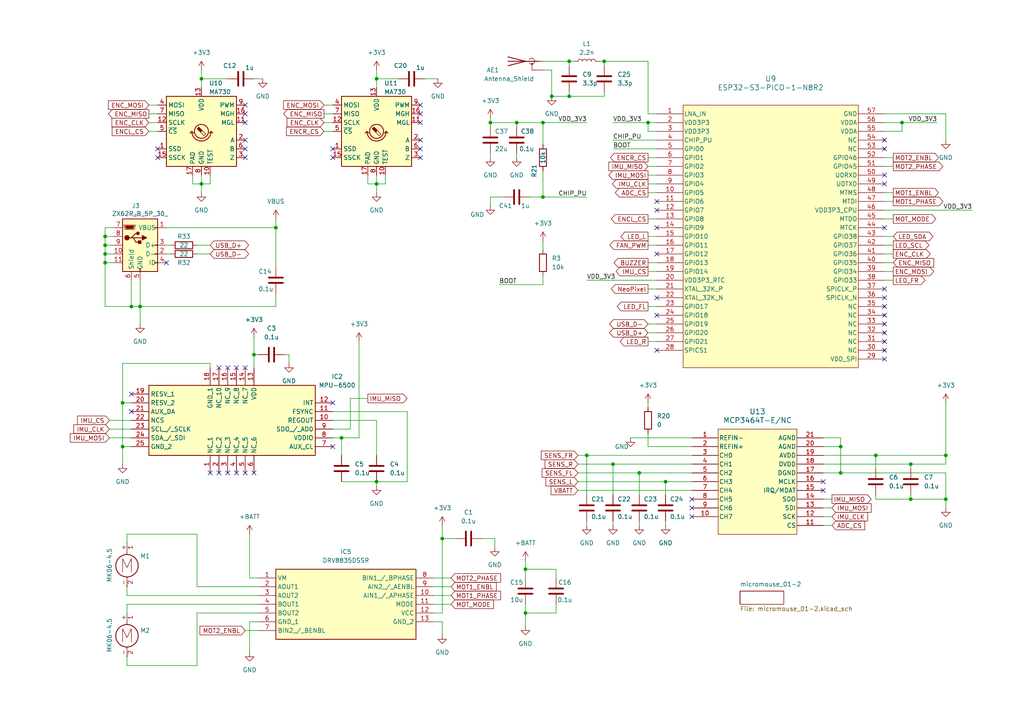
<source format=kicad_sch>
(kicad_sch (version 20230121) (generator eeschema)

  (uuid 619a00a9-cfa2-4255-85f4-bd5efe9f55d3)

  (paper "A4")

  (lib_symbols
    (symbol "2024-02-29_13-39-39:ESP32-S3-PICO-1-N8R2" (pin_names (offset 0.254)) (in_bom yes) (on_board yes)
      (property "Reference" "U9" (at 33.02 10.16 0)
        (effects (font (size 1.524 1.524)))
      )
      (property "Value" "ESP32-S3-PICO-1-N8R2" (at 33.02 7.62 0)
        (effects (font (size 1.524 1.524)))
      )
      (property "Footprint" "QFN56_7X7_EXP" (at 0 0 0)
        (effects (font (size 1.27 1.27) italic) hide)
      )
      (property "Datasheet" "ESP32-S3-PICO-1-N8R2" (at 0 0 0)
        (effects (font (size 1.27 1.27) italic) hide)
      )
      (property "ki_locked" "" (at 0 0 0)
        (effects (font (size 1.27 1.27)))
      )
      (property "ki_keywords" "ESP32-S3-PICO-1-N8R2" (at 0 0 0)
        (effects (font (size 1.27 1.27)) hide)
      )
      (property "ki_fp_filters" "QFN56_7X7_EXP QFN56_7X7_EXP-M QFN56_7X7_EXP-L" (at 0 0 0)
        (effects (font (size 1.27 1.27)) hide)
      )
      (symbol "ESP32-S3-PICO-1-N8R2_1_1"
        (rectangle (start 7.62 2.54) (end 58.42 -73.66)
          (stroke (width 0) (type default))
          (fill (type background))
        )
        (pin bidirectional line (at 0 0 0) (length 7.62)
          (name "LNA_IN" (effects (font (size 1.27 1.27))))
          (number "1" (effects (font (size 1.27 1.27))))
        )
        (pin bidirectional line (at 0 -22.86 0) (length 7.62)
          (name "GPIO5" (effects (font (size 1.27 1.27))))
          (number "10" (effects (font (size 1.27 1.27))))
        )
        (pin bidirectional line (at 0 -25.4 0) (length 7.62)
          (name "GPIO6" (effects (font (size 1.27 1.27))))
          (number "11" (effects (font (size 1.27 1.27))))
        )
        (pin bidirectional line (at 0 -27.94 0) (length 7.62)
          (name "GPIO7" (effects (font (size 1.27 1.27))))
          (number "12" (effects (font (size 1.27 1.27))))
        )
        (pin bidirectional line (at 0 -30.48 0) (length 7.62)
          (name "GPIO8" (effects (font (size 1.27 1.27))))
          (number "13" (effects (font (size 1.27 1.27))))
        )
        (pin bidirectional line (at 0 -33.02 0) (length 7.62)
          (name "GPIO9" (effects (font (size 1.27 1.27))))
          (number "14" (effects (font (size 1.27 1.27))))
        )
        (pin bidirectional line (at 0 -35.56 0) (length 7.62)
          (name "GPIO10" (effects (font (size 1.27 1.27))))
          (number "15" (effects (font (size 1.27 1.27))))
        )
        (pin bidirectional line (at 0 -38.1 0) (length 7.62)
          (name "GPIO11" (effects (font (size 1.27 1.27))))
          (number "16" (effects (font (size 1.27 1.27))))
        )
        (pin bidirectional line (at 0 -40.64 0) (length 7.62)
          (name "GPIO12" (effects (font (size 1.27 1.27))))
          (number "17" (effects (font (size 1.27 1.27))))
        )
        (pin bidirectional line (at 0 -43.18 0) (length 7.62)
          (name "GPIO13" (effects (font (size 1.27 1.27))))
          (number "18" (effects (font (size 1.27 1.27))))
        )
        (pin bidirectional line (at 0 -45.72 0) (length 7.62)
          (name "GPIO14" (effects (font (size 1.27 1.27))))
          (number "19" (effects (font (size 1.27 1.27))))
        )
        (pin power_in line (at 0 -2.54 0) (length 7.62)
          (name "VDD3P3" (effects (font (size 1.27 1.27))))
          (number "2" (effects (font (size 1.27 1.27))))
        )
        (pin power_in line (at 0 -48.26 0) (length 7.62)
          (name "VDD3P3_RTC" (effects (font (size 1.27 1.27))))
          (number "20" (effects (font (size 1.27 1.27))))
        )
        (pin bidirectional line (at 0 -50.8 0) (length 7.62)
          (name "XTAL_32K_P" (effects (font (size 1.27 1.27))))
          (number "21" (effects (font (size 1.27 1.27))))
        )
        (pin bidirectional line (at 0 -53.34 0) (length 7.62)
          (name "XTAL_32K_N" (effects (font (size 1.27 1.27))))
          (number "22" (effects (font (size 1.27 1.27))))
        )
        (pin bidirectional line (at 0 -55.88 0) (length 7.62)
          (name "GPIO17" (effects (font (size 1.27 1.27))))
          (number "23" (effects (font (size 1.27 1.27))))
        )
        (pin bidirectional line (at 0 -58.42 0) (length 7.62)
          (name "GPIO18" (effects (font (size 1.27 1.27))))
          (number "24" (effects (font (size 1.27 1.27))))
        )
        (pin bidirectional line (at 0 -60.96 0) (length 7.62)
          (name "GPIO19" (effects (font (size 1.27 1.27))))
          (number "25" (effects (font (size 1.27 1.27))))
        )
        (pin bidirectional line (at 0 -63.5 0) (length 7.62)
          (name "GPIO20" (effects (font (size 1.27 1.27))))
          (number "26" (effects (font (size 1.27 1.27))))
        )
        (pin bidirectional line (at 0 -66.04 0) (length 7.62)
          (name "GPIO21" (effects (font (size 1.27 1.27))))
          (number "27" (effects (font (size 1.27 1.27))))
        )
        (pin bidirectional line (at 0 -68.58 0) (length 7.62)
          (name "SPICS1" (effects (font (size 1.27 1.27))))
          (number "28" (effects (font (size 1.27 1.27))))
        )
        (pin power_in line (at 66.04 -71.12 180) (length 7.62)
          (name "VDD_SPI" (effects (font (size 1.27 1.27))))
          (number "29" (effects (font (size 1.27 1.27))))
        )
        (pin power_in line (at 0 -5.08 0) (length 7.62)
          (name "VDD3P3" (effects (font (size 1.27 1.27))))
          (number "3" (effects (font (size 1.27 1.27))))
        )
        (pin no_connect line (at 66.04 -68.58 180) (length 7.62)
          (name "NC" (effects (font (size 1.27 1.27))))
          (number "30" (effects (font (size 1.27 1.27))))
        )
        (pin no_connect line (at 66.04 -66.04 180) (length 7.62)
          (name "NC" (effects (font (size 1.27 1.27))))
          (number "31" (effects (font (size 1.27 1.27))))
        )
        (pin no_connect line (at 66.04 -63.5 180) (length 7.62)
          (name "NC" (effects (font (size 1.27 1.27))))
          (number "32" (effects (font (size 1.27 1.27))))
        )
        (pin no_connect line (at 66.04 -60.96 180) (length 7.62)
          (name "NC" (effects (font (size 1.27 1.27))))
          (number "33" (effects (font (size 1.27 1.27))))
        )
        (pin no_connect line (at 66.04 -58.42 180) (length 7.62)
          (name "NC" (effects (font (size 1.27 1.27))))
          (number "34" (effects (font (size 1.27 1.27))))
        )
        (pin no_connect line (at 66.04 -55.88 180) (length 7.62)
          (name "NC" (effects (font (size 1.27 1.27))))
          (number "35" (effects (font (size 1.27 1.27))))
        )
        (pin bidirectional line (at 66.04 -53.34 180) (length 7.62)
          (name "SPICLK_N" (effects (font (size 1.27 1.27))))
          (number "36" (effects (font (size 1.27 1.27))))
        )
        (pin bidirectional line (at 66.04 -50.8 180) (length 7.62)
          (name "SPICLK_P" (effects (font (size 1.27 1.27))))
          (number "37" (effects (font (size 1.27 1.27))))
        )
        (pin bidirectional line (at 66.04 -48.26 180) (length 7.62)
          (name "GPIO33" (effects (font (size 1.27 1.27))))
          (number "38" (effects (font (size 1.27 1.27))))
        )
        (pin bidirectional line (at 66.04 -45.72 180) (length 7.62)
          (name "GPIO34" (effects (font (size 1.27 1.27))))
          (number "39" (effects (font (size 1.27 1.27))))
        )
        (pin input line (at 0 -7.62 0) (length 7.62)
          (name "CHIP_PU" (effects (font (size 1.27 1.27))))
          (number "4" (effects (font (size 1.27 1.27))))
        )
        (pin bidirectional line (at 66.04 -43.18 180) (length 7.62)
          (name "GPIO35" (effects (font (size 1.27 1.27))))
          (number "40" (effects (font (size 1.27 1.27))))
        )
        (pin bidirectional line (at 66.04 -40.64 180) (length 7.62)
          (name "GPIO36" (effects (font (size 1.27 1.27))))
          (number "41" (effects (font (size 1.27 1.27))))
        )
        (pin bidirectional line (at 66.04 -38.1 180) (length 7.62)
          (name "GPIO37" (effects (font (size 1.27 1.27))))
          (number "42" (effects (font (size 1.27 1.27))))
        )
        (pin bidirectional line (at 66.04 -35.56 180) (length 7.62)
          (name "GPIO38" (effects (font (size 1.27 1.27))))
          (number "43" (effects (font (size 1.27 1.27))))
        )
        (pin bidirectional line (at 66.04 -33.02 180) (length 7.62)
          (name "MTCK" (effects (font (size 1.27 1.27))))
          (number "44" (effects (font (size 1.27 1.27))))
        )
        (pin bidirectional line (at 66.04 -30.48 180) (length 7.62)
          (name "MTDO" (effects (font (size 1.27 1.27))))
          (number "45" (effects (font (size 1.27 1.27))))
        )
        (pin power_in line (at 66.04 -27.94 180) (length 7.62)
          (name "VDD3P3_CPU" (effects (font (size 1.27 1.27))))
          (number "46" (effects (font (size 1.27 1.27))))
        )
        (pin bidirectional line (at 66.04 -25.4 180) (length 7.62)
          (name "MTDI" (effects (font (size 1.27 1.27))))
          (number "47" (effects (font (size 1.27 1.27))))
        )
        (pin bidirectional line (at 66.04 -22.86 180) (length 7.62)
          (name "MTMS" (effects (font (size 1.27 1.27))))
          (number "48" (effects (font (size 1.27 1.27))))
        )
        (pin bidirectional line (at 66.04 -20.32 180) (length 7.62)
          (name "U0TXD" (effects (font (size 1.27 1.27))))
          (number "49" (effects (font (size 1.27 1.27))))
        )
        (pin bidirectional line (at 0 -10.16 0) (length 7.62)
          (name "GPIO0" (effects (font (size 1.27 1.27))))
          (number "5" (effects (font (size 1.27 1.27))))
        )
        (pin bidirectional line (at 66.04 -17.78 180) (length 7.62)
          (name "U0RXD" (effects (font (size 1.27 1.27))))
          (number "50" (effects (font (size 1.27 1.27))))
        )
        (pin bidirectional line (at 66.04 -15.24 180) (length 7.62)
          (name "GPIO45" (effects (font (size 1.27 1.27))))
          (number "51" (effects (font (size 1.27 1.27))))
        )
        (pin bidirectional line (at 66.04 -12.7 180) (length 7.62)
          (name "GPIO46" (effects (font (size 1.27 1.27))))
          (number "52" (effects (font (size 1.27 1.27))))
        )
        (pin no_connect line (at 66.04 -10.16 180) (length 7.62)
          (name "NC" (effects (font (size 1.27 1.27))))
          (number "53" (effects (font (size 1.27 1.27))))
        )
        (pin no_connect line (at 66.04 -7.62 180) (length 7.62)
          (name "NC" (effects (font (size 1.27 1.27))))
          (number "54" (effects (font (size 1.27 1.27))))
        )
        (pin power_in line (at 66.04 -5.08 180) (length 7.62)
          (name "VDDA" (effects (font (size 1.27 1.27))))
          (number "55" (effects (font (size 1.27 1.27))))
        )
        (pin power_in line (at 66.04 -2.54 180) (length 7.62)
          (name "VDDA" (effects (font (size 1.27 1.27))))
          (number "56" (effects (font (size 1.27 1.27))))
        )
        (pin power_out line (at 66.04 0 180) (length 7.62)
          (name "GND" (effects (font (size 1.27 1.27))))
          (number "57" (effects (font (size 1.27 1.27))))
        )
        (pin bidirectional line (at 0 -12.7 0) (length 7.62)
          (name "GPIO1" (effects (font (size 1.27 1.27))))
          (number "6" (effects (font (size 1.27 1.27))))
        )
        (pin bidirectional line (at 0 -15.24 0) (length 7.62)
          (name "GPIO2" (effects (font (size 1.27 1.27))))
          (number "7" (effects (font (size 1.27 1.27))))
        )
        (pin bidirectional line (at 0 -17.78 0) (length 7.62)
          (name "GPIO3" (effects (font (size 1.27 1.27))))
          (number "8" (effects (font (size 1.27 1.27))))
        )
        (pin bidirectional line (at 0 -20.32 0) (length 7.62)
          (name "GPIO4" (effects (font (size 1.27 1.27))))
          (number "9" (effects (font (size 1.27 1.27))))
        )
      )
    )
    (symbol "2024-03-13_05-36-02:MCP3464T-E_NC" (pin_names (offset 0.254)) (in_bom yes) (on_board yes)
      (property "Reference" "U" (at 25.4 10.16 0)
        (effects (font (size 1.524 1.524)))
      )
      (property "Value" "MCP3464T-E/NC" (at 25.4 7.62 0)
        (effects (font (size 1.524 1.524)))
      )
      (property "Footprint" "UQFN20_NC_MCH" (at 6.35 0 0)
        (effects (font (size 1.27 1.27) italic) hide)
      )
      (property "Datasheet" "MCP3464T-E/NC" (at 6.35 0 0)
        (effects (font (size 1.27 1.27) italic) hide)
      )
      (property "ki_locked" "" (at 0 0 0)
        (effects (font (size 1.27 1.27)))
      )
      (property "ki_keywords" "MCP3464T-E/NC" (at 0 0 0)
        (effects (font (size 1.27 1.27)) hide)
      )
      (property "ki_fp_filters" "UQFN20_NC_MCH UQFN20_NC_MCH-M UQFN20_NC_MCH-L" (at 0 0 0)
        (effects (font (size 1.27 1.27)) hide)
      )
      (symbol "MCP3464T-E_NC_0_1"
        (pin input line (at 6.35 0 0) (length 7.62)
          (name "REFIN-" (effects (font (size 1.27 1.27))))
          (number "1" (effects (font (size 1.27 1.27))))
        )
        (pin input line (at 6.35 -22.86 0) (length 7.62)
          (name "CH7" (effects (font (size 1.27 1.27))))
          (number "10" (effects (font (size 1.27 1.27))))
        )
        (pin input line (at 44.45 -25.4 180) (length 7.62)
          (name "CS" (effects (font (size 1.27 1.27))))
          (number "11" (effects (font (size 1.27 1.27))))
        )
        (pin input line (at 44.45 -22.86 180) (length 7.62)
          (name "SCK" (effects (font (size 1.27 1.27))))
          (number "12" (effects (font (size 1.27 1.27))))
        )
        (pin input line (at 44.45 -20.32 180) (length 7.62)
          (name "SDI" (effects (font (size 1.27 1.27))))
          (number "13" (effects (font (size 1.27 1.27))))
        )
        (pin output line (at 44.45 -17.78 180) (length 7.62)
          (name "SDO" (effects (font (size 1.27 1.27))))
          (number "14" (effects (font (size 1.27 1.27))))
        )
        (pin output line (at 44.45 -15.24 180) (length 7.62)
          (name "IRQ/MDAT" (effects (font (size 1.27 1.27))))
          (number "15" (effects (font (size 1.27 1.27))))
        )
        (pin unspecified line (at 44.45 -12.7 180) (length 7.62)
          (name "MCLK" (effects (font (size 1.27 1.27))))
          (number "16" (effects (font (size 1.27 1.27))))
        )
        (pin power_out line (at 44.45 -10.16 180) (length 7.62)
          (name "DGND" (effects (font (size 1.27 1.27))))
          (number "17" (effects (font (size 1.27 1.27))))
        )
        (pin power_in line (at 44.45 -7.62 180) (length 7.62)
          (name "DVDD" (effects (font (size 1.27 1.27))))
          (number "18" (effects (font (size 1.27 1.27))))
        )
        (pin power_in line (at 44.45 -5.08 180) (length 7.62)
          (name "AVDD" (effects (font (size 1.27 1.27))))
          (number "19" (effects (font (size 1.27 1.27))))
        )
        (pin input line (at 6.35 -2.54 0) (length 7.62)
          (name "REFIN+" (effects (font (size 1.27 1.27))))
          (number "2" (effects (font (size 1.27 1.27))))
        )
        (pin power_out line (at 44.45 -2.54 180) (length 7.62)
          (name "AGND" (effects (font (size 1.27 1.27))))
          (number "20" (effects (font (size 1.27 1.27))))
        )
        (pin power_out line (at 44.45 0 180) (length 7.62)
          (name "AGND" (effects (font (size 1.27 1.27))))
          (number "21" (effects (font (size 1.27 1.27))))
        )
        (pin input line (at 6.35 -5.08 0) (length 7.62)
          (name "CH0" (effects (font (size 1.27 1.27))))
          (number "3" (effects (font (size 1.27 1.27))))
        )
        (pin input line (at 6.35 -7.62 0) (length 7.62)
          (name "CH1" (effects (font (size 1.27 1.27))))
          (number "4" (effects (font (size 1.27 1.27))))
        )
        (pin input line (at 6.35 -10.16 0) (length 7.62)
          (name "CH2" (effects (font (size 1.27 1.27))))
          (number "5" (effects (font (size 1.27 1.27))))
        )
        (pin input line (at 6.35 -12.7 0) (length 7.62)
          (name "CH3" (effects (font (size 1.27 1.27))))
          (number "6" (effects (font (size 1.27 1.27))))
        )
        (pin input line (at 6.35 -15.24 0) (length 7.62)
          (name "CH4" (effects (font (size 1.27 1.27))))
          (number "7" (effects (font (size 1.27 1.27))))
        )
        (pin input line (at 6.35 -17.78 0) (length 7.62)
          (name "CH5" (effects (font (size 1.27 1.27))))
          (number "8" (effects (font (size 1.27 1.27))))
        )
        (pin input line (at 6.35 -20.32 0) (length 7.62)
          (name "CH6" (effects (font (size 1.27 1.27))))
          (number "9" (effects (font (size 1.27 1.27))))
        )
      )
      (symbol "MCP3464T-E_NC_1_1"
        (rectangle (start 13.97 2.54) (end 36.83 -27.94)
          (stroke (width 0) (type default))
          (fill (type background))
        )
      )
    )
    (symbol "DRV8835DSSR:DRV8835DSSR" (in_bom yes) (on_board yes)
      (property "Reference" "IC" (at 46.99 7.62 0)
        (effects (font (size 1.27 1.27)) (justify left top))
      )
      (property "Value" "DRV8835DSSR" (at 46.99 5.08 0)
        (effects (font (size 1.27 1.27)) (justify left top))
      )
      (property "Footprint" "DRV8835DSSR" (at 46.99 -94.92 0)
        (effects (font (size 1.27 1.27)) (justify left top) hide)
      )
      (property "Datasheet" "http://www.ti.com/general/docs/suppproductinfo.tsp?distId=26&gotoUrl=http%3A%2F%2Fwww.ti.com%2Flit%2Fgpn%2Fdrv8835" (at 46.99 -194.92 0)
        (effects (font (size 1.27 1.27)) (justify left top) hide)
      )
      (property "Height" "0.8" (at 46.99 -394.92 0)
        (effects (font (size 1.27 1.27)) (justify left top) hide)
      )
      (property "Mouser Part Number" "595-DRV8835DSSR" (at 46.99 -494.92 0)
        (effects (font (size 1.27 1.27)) (justify left top) hide)
      )
      (property "Mouser Price/Stock" "https://www.mouser.co.uk/ProductDetail/Texas-Instruments/DRV8835DSSR?qs=UFc95S4Z4CYjBOyEmbTDlA%3D%3D" (at 46.99 -594.92 0)
        (effects (font (size 1.27 1.27)) (justify left top) hide)
      )
      (property "Manufacturer_Name" "Texas Instruments" (at 46.99 -694.92 0)
        (effects (font (size 1.27 1.27)) (justify left top) hide)
      )
      (property "Manufacturer_Part_Number" "DRV8835DSSR" (at 46.99 -794.92 0)
        (effects (font (size 1.27 1.27)) (justify left top) hide)
      )
      (property "ki_description" "Motor / Motion / Ignition Controllers & Drivers 1.5A Low Vlt Stepper Motor" (at 0 0 0)
        (effects (font (size 1.27 1.27)) hide)
      )
      (symbol "DRV8835DSSR_1_1"
        (rectangle (start 5.08 2.54) (end 45.72 -17.78)
          (stroke (width 0.254) (type default))
          (fill (type background))
        )
        (pin passive line (at 0 0 0) (length 5.08)
          (name "VM" (effects (font (size 1.27 1.27))))
          (number "1" (effects (font (size 1.27 1.27))))
        )
        (pin passive line (at 50.8 -5.08 180) (length 5.08)
          (name "AIN1_/_APHASE" (effects (font (size 1.27 1.27))))
          (number "10" (effects (font (size 1.27 1.27))))
        )
        (pin passive line (at 50.8 -7.62 180) (length 5.08)
          (name "MODE" (effects (font (size 1.27 1.27))))
          (number "11" (effects (font (size 1.27 1.27))))
        )
        (pin passive line (at 50.8 -10.16 180) (length 5.08)
          (name "VCC" (effects (font (size 1.27 1.27))))
          (number "12" (effects (font (size 1.27 1.27))))
        )
        (pin passive line (at 50.8 -12.7 180) (length 5.08)
          (name "GND_2" (effects (font (size 1.27 1.27))))
          (number "13" (effects (font (size 1.27 1.27))))
        )
        (pin passive line (at 0 -2.54 0) (length 5.08)
          (name "AOUT1" (effects (font (size 1.27 1.27))))
          (number "2" (effects (font (size 1.27 1.27))))
        )
        (pin passive line (at 0 -5.08 0) (length 5.08)
          (name "AOUT2" (effects (font (size 1.27 1.27))))
          (number "3" (effects (font (size 1.27 1.27))))
        )
        (pin passive line (at 0 -7.62 0) (length 5.08)
          (name "BOUT1" (effects (font (size 1.27 1.27))))
          (number "4" (effects (font (size 1.27 1.27))))
        )
        (pin passive line (at 0 -10.16 0) (length 5.08)
          (name "BOUT2" (effects (font (size 1.27 1.27))))
          (number "5" (effects (font (size 1.27 1.27))))
        )
        (pin passive line (at 0 -12.7 0) (length 5.08)
          (name "GND_1" (effects (font (size 1.27 1.27))))
          (number "6" (effects (font (size 1.27 1.27))))
        )
        (pin passive line (at 0 -15.24 0) (length 5.08)
          (name "BIN2_/_BENBL" (effects (font (size 1.27 1.27))))
          (number "7" (effects (font (size 1.27 1.27))))
        )
        (pin passive line (at 50.8 0 180) (length 5.08)
          (name "BIN1_/_BPHASE" (effects (font (size 1.27 1.27))))
          (number "8" (effects (font (size 1.27 1.27))))
        )
        (pin passive line (at 50.8 -2.54 180) (length 5.08)
          (name "AIN2_/_AENBL" (effects (font (size 1.27 1.27))))
          (number "9" (effects (font (size 1.27 1.27))))
        )
      )
    )
    (symbol "Device:Antenna_Shield" (pin_numbers hide) (pin_names (offset 1.016) hide) (in_bom yes) (on_board yes)
      (property "Reference" "AE" (at -1.905 4.445 0)
        (effects (font (size 1.27 1.27)) (justify right))
      )
      (property "Value" "Antenna_Shield" (at -1.905 2.54 0)
        (effects (font (size 1.27 1.27)) (justify right))
      )
      (property "Footprint" "" (at 0 2.54 0)
        (effects (font (size 1.27 1.27)) hide)
      )
      (property "Datasheet" "~" (at 0 2.54 0)
        (effects (font (size 1.27 1.27)) hide)
      )
      (property "ki_keywords" "antenna" (at 0 0 0)
        (effects (font (size 1.27 1.27)) hide)
      )
      (property "ki_description" "Antenna with extra pin for shielding" (at 0 0 0)
        (effects (font (size 1.27 1.27)) hide)
      )
      (symbol "Antenna_Shield_0_1"
        (arc (start -0.508 -1.143) (mid -0.8429 -2.1194) (end 0 -2.667)
          (stroke (width 0) (type default))
          (fill (type none))
        )
        (arc (start 0 -2.667) (mid 0.7989 -2.1052) (end 0.508 -1.143)
          (stroke (width 0) (type default))
          (fill (type none))
        )
        (polyline
          (pts
            (xy 0 -2.54)
            (xy 0 0)
          )
          (stroke (width 0) (type default))
          (fill (type none))
        )
        (polyline
          (pts
            (xy 0 5.08)
            (xy 0 -3.81)
          )
          (stroke (width 0.254) (type default))
          (fill (type none))
        )
        (polyline
          (pts
            (xy 0.762 -1.905)
            (xy 2.54 -1.905)
          )
          (stroke (width 0) (type default))
          (fill (type none))
        )
        (polyline
          (pts
            (xy 2.54 -2.54)
            (xy 2.54 -1.905)
          )
          (stroke (width 0) (type default))
          (fill (type none))
        )
        (polyline
          (pts
            (xy 1.27 5.08)
            (xy 0 0)
            (xy -1.27 5.08)
          )
          (stroke (width 0.254) (type default))
          (fill (type none))
        )
        (circle (center 0.762 -1.905) (radius 0.1778)
          (stroke (width 0) (type default))
          (fill (type outline))
        )
      )
      (symbol "Antenna_Shield_1_1"
        (pin input line (at 0 -5.08 90) (length 2.54)
          (name "A" (effects (font (size 1.27 1.27))))
          (number "1" (effects (font (size 1.27 1.27))))
        )
        (pin input line (at 2.54 -5.08 90) (length 2.54)
          (name "Shield" (effects (font (size 1.27 1.27))))
          (number "2" (effects (font (size 1.27 1.27))))
        )
      )
    )
    (symbol "Device:C" (pin_numbers hide) (pin_names (offset 0.254)) (in_bom yes) (on_board yes)
      (property "Reference" "C" (at 0.635 2.54 0)
        (effects (font (size 1.27 1.27)) (justify left))
      )
      (property "Value" "C" (at 0.635 -2.54 0)
        (effects (font (size 1.27 1.27)) (justify left))
      )
      (property "Footprint" "" (at 0.9652 -3.81 0)
        (effects (font (size 1.27 1.27)) hide)
      )
      (property "Datasheet" "~" (at 0 0 0)
        (effects (font (size 1.27 1.27)) hide)
      )
      (property "ki_keywords" "cap capacitor" (at 0 0 0)
        (effects (font (size 1.27 1.27)) hide)
      )
      (property "ki_description" "Unpolarized capacitor" (at 0 0 0)
        (effects (font (size 1.27 1.27)) hide)
      )
      (property "ki_fp_filters" "C_*" (at 0 0 0)
        (effects (font (size 1.27 1.27)) hide)
      )
      (symbol "C_0_1"
        (polyline
          (pts
            (xy -2.032 -0.762)
            (xy 2.032 -0.762)
          )
          (stroke (width 0.508) (type default))
          (fill (type none))
        )
        (polyline
          (pts
            (xy -2.032 0.762)
            (xy 2.032 0.762)
          )
          (stroke (width 0.508) (type default))
          (fill (type none))
        )
      )
      (symbol "C_1_1"
        (pin passive line (at 0 3.81 270) (length 2.794)
          (name "~" (effects (font (size 1.27 1.27))))
          (number "1" (effects (font (size 1.27 1.27))))
        )
        (pin passive line (at 0 -3.81 90) (length 2.794)
          (name "~" (effects (font (size 1.27 1.27))))
          (number "2" (effects (font (size 1.27 1.27))))
        )
      )
    )
    (symbol "Device:L" (pin_numbers hide) (pin_names (offset 1.016) hide) (in_bom yes) (on_board yes)
      (property "Reference" "L" (at -1.27 0 90)
        (effects (font (size 1.27 1.27)))
      )
      (property "Value" "L" (at 1.905 0 90)
        (effects (font (size 1.27 1.27)))
      )
      (property "Footprint" "" (at 0 0 0)
        (effects (font (size 1.27 1.27)) hide)
      )
      (property "Datasheet" "~" (at 0 0 0)
        (effects (font (size 1.27 1.27)) hide)
      )
      (property "ki_keywords" "inductor choke coil reactor magnetic" (at 0 0 0)
        (effects (font (size 1.27 1.27)) hide)
      )
      (property "ki_description" "Inductor" (at 0 0 0)
        (effects (font (size 1.27 1.27)) hide)
      )
      (property "ki_fp_filters" "Choke_* *Coil* Inductor_* L_*" (at 0 0 0)
        (effects (font (size 1.27 1.27)) hide)
      )
      (symbol "L_0_1"
        (arc (start 0 -2.54) (mid 0.6323 -1.905) (end 0 -1.27)
          (stroke (width 0) (type default))
          (fill (type none))
        )
        (arc (start 0 -1.27) (mid 0.6323 -0.635) (end 0 0)
          (stroke (width 0) (type default))
          (fill (type none))
        )
        (arc (start 0 0) (mid 0.6323 0.635) (end 0 1.27)
          (stroke (width 0) (type default))
          (fill (type none))
        )
        (arc (start 0 1.27) (mid 0.6323 1.905) (end 0 2.54)
          (stroke (width 0) (type default))
          (fill (type none))
        )
      )
      (symbol "L_1_1"
        (pin passive line (at 0 3.81 270) (length 1.27)
          (name "1" (effects (font (size 1.27 1.27))))
          (number "1" (effects (font (size 1.27 1.27))))
        )
        (pin passive line (at 0 -3.81 90) (length 1.27)
          (name "2" (effects (font (size 1.27 1.27))))
          (number "2" (effects (font (size 1.27 1.27))))
        )
      )
    )
    (symbol "Device:R" (pin_numbers hide) (pin_names (offset 0)) (in_bom yes) (on_board yes)
      (property "Reference" "R" (at 2.032 0 90)
        (effects (font (size 1.27 1.27)))
      )
      (property "Value" "R" (at 0 0 90)
        (effects (font (size 1.27 1.27)))
      )
      (property "Footprint" "" (at -1.778 0 90)
        (effects (font (size 1.27 1.27)) hide)
      )
      (property "Datasheet" "~" (at 0 0 0)
        (effects (font (size 1.27 1.27)) hide)
      )
      (property "ki_keywords" "R res resistor" (at 0 0 0)
        (effects (font (size 1.27 1.27)) hide)
      )
      (property "ki_description" "Resistor" (at 0 0 0)
        (effects (font (size 1.27 1.27)) hide)
      )
      (property "ki_fp_filters" "R_*" (at 0 0 0)
        (effects (font (size 1.27 1.27)) hide)
      )
      (symbol "R_0_1"
        (rectangle (start -1.016 -2.54) (end 1.016 2.54)
          (stroke (width 0.254) (type default))
          (fill (type none))
        )
      )
      (symbol "R_1_1"
        (pin passive line (at 0 3.81 270) (length 1.27)
          (name "~" (effects (font (size 1.27 1.27))))
          (number "1" (effects (font (size 1.27 1.27))))
        )
        (pin passive line (at 0 -3.81 90) (length 1.27)
          (name "~" (effects (font (size 1.27 1.27))))
          (number "2" (effects (font (size 1.27 1.27))))
        )
      )
    )
    (symbol "MPU-6500:MPU-6500" (in_bom yes) (on_board yes)
      (property "Reference" "IC" (at 26.67 22.86 0)
        (effects (font (size 1.27 1.27)) (justify left top))
      )
      (property "Value" "MPU-6500" (at 26.67 20.32 0)
        (effects (font (size 1.27 1.27)) (justify left top))
      )
      (property "Footprint" "QFN40P300X300X95-25N-D" (at 26.67 -79.68 0)
        (effects (font (size 1.27 1.27)) (justify left top) hide)
      )
      (property "Datasheet" "https://product.tdk.com/system/files/dam/doc/product/sensor/mortion-inertial/imu/data_sheet/mpu-6500-datasheet2.pdf" (at 26.67 -179.68 0)
        (effects (font (size 1.27 1.27)) (justify left top) hide)
      )
      (property "Height" "0.95" (at 26.67 -379.68 0)
        (effects (font (size 1.27 1.27)) (justify left top) hide)
      )
      (property "Mouser Part Number" "410-MPU-6500" (at 26.67 -479.68 0)
        (effects (font (size 1.27 1.27)) (justify left top) hide)
      )
      (property "Mouser Price/Stock" "https://www.mouser.co.uk/ProductDetail/TDK-InvenSense/MPU-6500?qs=u4fy%2FsgLU9PiIOIlWOSPhQ%3D%3D" (at 26.67 -579.68 0)
        (effects (font (size 1.27 1.27)) (justify left top) hide)
      )
      (property "Manufacturer_Name" "TDK" (at 26.67 -679.68 0)
        (effects (font (size 1.27 1.27)) (justify left top) hide)
      )
      (property "Manufacturer_Part_Number" "MPU-6500" (at 26.67 -779.68 0)
        (effects (font (size 1.27 1.27)) (justify left top) hide)
      )
      (property "ki_description" "IMUs - Inertial Measurement Units 6-Axis MEMS MotionTracking  Device with DMP" (at 0 0 0)
        (effects (font (size 1.27 1.27)) hide)
      )
      (symbol "MPU-6500_1_1"
        (rectangle (start 5.08 17.78) (end 25.4 -30.48)
          (stroke (width 0.254) (type default))
          (fill (type background))
        )
        (pin passive line (at 0 0 0) (length 5.08)
          (name "NC_1" (effects (font (size 1.27 1.27))))
          (number "1" (effects (font (size 1.27 1.27))))
        )
        (pin passive line (at 15.24 -35.56 90) (length 5.08)
          (name "REGOUT" (effects (font (size 1.27 1.27))))
          (number "10" (effects (font (size 1.27 1.27))))
        )
        (pin passive line (at 17.78 -35.56 90) (length 5.08)
          (name "FSYNC" (effects (font (size 1.27 1.27))))
          (number "11" (effects (font (size 1.27 1.27))))
        )
        (pin passive line (at 20.32 -35.56 90) (length 5.08)
          (name "INT" (effects (font (size 1.27 1.27))))
          (number "12" (effects (font (size 1.27 1.27))))
        )
        (pin passive line (at 30.48 -12.7 180) (length 5.08)
          (name "VDD" (effects (font (size 1.27 1.27))))
          (number "13" (effects (font (size 1.27 1.27))))
        )
        (pin passive line (at 30.48 -10.16 180) (length 5.08)
          (name "NC_7" (effects (font (size 1.27 1.27))))
          (number "14" (effects (font (size 1.27 1.27))))
        )
        (pin passive line (at 30.48 -7.62 180) (length 5.08)
          (name "NC_8" (effects (font (size 1.27 1.27))))
          (number "15" (effects (font (size 1.27 1.27))))
        )
        (pin passive line (at 30.48 -5.08 180) (length 5.08)
          (name "NC_9" (effects (font (size 1.27 1.27))))
          (number "16" (effects (font (size 1.27 1.27))))
        )
        (pin passive line (at 30.48 -2.54 180) (length 5.08)
          (name "NC_10" (effects (font (size 1.27 1.27))))
          (number "17" (effects (font (size 1.27 1.27))))
        )
        (pin passive line (at 30.48 0 180) (length 5.08)
          (name "GND_1" (effects (font (size 1.27 1.27))))
          (number "18" (effects (font (size 1.27 1.27))))
        )
        (pin passive line (at 22.86 22.86 270) (length 5.08)
          (name "RESV_1" (effects (font (size 1.27 1.27))))
          (number "19" (effects (font (size 1.27 1.27))))
        )
        (pin passive line (at 0 -2.54 0) (length 5.08)
          (name "NC_2" (effects (font (size 1.27 1.27))))
          (number "2" (effects (font (size 1.27 1.27))))
        )
        (pin passive line (at 20.32 22.86 270) (length 5.08)
          (name "RESV_2" (effects (font (size 1.27 1.27))))
          (number "20" (effects (font (size 1.27 1.27))))
        )
        (pin passive line (at 17.78 22.86 270) (length 5.08)
          (name "AUX_DA" (effects (font (size 1.27 1.27))))
          (number "21" (effects (font (size 1.27 1.27))))
        )
        (pin passive line (at 15.24 22.86 270) (length 5.08)
          (name "NCS" (effects (font (size 1.27 1.27))))
          (number "22" (effects (font (size 1.27 1.27))))
        )
        (pin passive line (at 12.7 22.86 270) (length 5.08)
          (name "SCL_/_SCLK" (effects (font (size 1.27 1.27))))
          (number "23" (effects (font (size 1.27 1.27))))
        )
        (pin passive line (at 10.16 22.86 270) (length 5.08)
          (name "SDA_/_SDI" (effects (font (size 1.27 1.27))))
          (number "24" (effects (font (size 1.27 1.27))))
        )
        (pin passive line (at 7.62 22.86 270) (length 5.08)
          (name "GND_2" (effects (font (size 1.27 1.27))))
          (number "25" (effects (font (size 1.27 1.27))))
        )
        (pin passive line (at 0 -5.08 0) (length 5.08)
          (name "NC_3" (effects (font (size 1.27 1.27))))
          (number "3" (effects (font (size 1.27 1.27))))
        )
        (pin passive line (at 0 -7.62 0) (length 5.08)
          (name "NC_4" (effects (font (size 1.27 1.27))))
          (number "4" (effects (font (size 1.27 1.27))))
        )
        (pin passive line (at 0 -10.16 0) (length 5.08)
          (name "NC_5" (effects (font (size 1.27 1.27))))
          (number "5" (effects (font (size 1.27 1.27))))
        )
        (pin passive line (at 0 -12.7 0) (length 5.08)
          (name "NC_6" (effects (font (size 1.27 1.27))))
          (number "6" (effects (font (size 1.27 1.27))))
        )
        (pin passive line (at 7.62 -35.56 90) (length 5.08)
          (name "AUX_CL" (effects (font (size 1.27 1.27))))
          (number "7" (effects (font (size 1.27 1.27))))
        )
        (pin passive line (at 10.16 -35.56 90) (length 5.08)
          (name "VDDIO" (effects (font (size 1.27 1.27))))
          (number "8" (effects (font (size 1.27 1.27))))
        )
        (pin passive line (at 12.7 -35.56 90) (length 5.08)
          (name "SDO_/_AD0" (effects (font (size 1.27 1.27))))
          (number "9" (effects (font (size 1.27 1.27))))
        )
      )
    )
    (symbol "Motor:Motor_DC" (pin_names (offset 0)) (in_bom yes) (on_board yes)
      (property "Reference" "M" (at 2.54 2.54 0)
        (effects (font (size 1.27 1.27)) (justify left))
      )
      (property "Value" "Motor_DC" (at 2.54 -5.08 0)
        (effects (font (size 1.27 1.27)) (justify left top))
      )
      (property "Footprint" "" (at 0 -2.286 0)
        (effects (font (size 1.27 1.27)) hide)
      )
      (property "Datasheet" "~" (at 0 -2.286 0)
        (effects (font (size 1.27 1.27)) hide)
      )
      (property "ki_keywords" "DC Motor" (at 0 0 0)
        (effects (font (size 1.27 1.27)) hide)
      )
      (property "ki_description" "DC Motor" (at 0 0 0)
        (effects (font (size 1.27 1.27)) hide)
      )
      (property "ki_fp_filters" "PinHeader*P2.54mm* TerminalBlock*" (at 0 0 0)
        (effects (font (size 1.27 1.27)) hide)
      )
      (symbol "Motor_DC_0_0"
        (polyline
          (pts
            (xy -1.27 -3.302)
            (xy -1.27 0.508)
            (xy 0 -2.032)
            (xy 1.27 0.508)
            (xy 1.27 -3.302)
          )
          (stroke (width 0) (type default))
          (fill (type none))
        )
      )
      (symbol "Motor_DC_0_1"
        (circle (center 0 -1.524) (radius 3.2512)
          (stroke (width 0.254) (type default))
          (fill (type none))
        )
        (polyline
          (pts
            (xy 0 -7.62)
            (xy 0 -7.112)
          )
          (stroke (width 0) (type default))
          (fill (type none))
        )
        (polyline
          (pts
            (xy 0 -4.7752)
            (xy 0 -5.1816)
          )
          (stroke (width 0) (type default))
          (fill (type none))
        )
        (polyline
          (pts
            (xy 0 1.7272)
            (xy 0 2.0828)
          )
          (stroke (width 0) (type default))
          (fill (type none))
        )
        (polyline
          (pts
            (xy 0 2.032)
            (xy 0 2.54)
          )
          (stroke (width 0) (type default))
          (fill (type none))
        )
      )
      (symbol "Motor_DC_1_1"
        (pin passive line (at 0 5.08 270) (length 2.54)
          (name "+" (effects (font (size 1.27 1.27))))
          (number "1" (effects (font (size 1.27 1.27))))
        )
        (pin passive line (at 0 -7.62 90) (length 2.54)
          (name "-" (effects (font (size 1.27 1.27))))
          (number "2" (effects (font (size 1.27 1.27))))
        )
      )
    )
    (symbol "Sensor_Magnetic:MA730" (in_bom yes) (on_board yes)
      (property "Reference" "U" (at -10.16 11.43 0)
        (effects (font (size 1.27 1.27)) (justify left))
      )
      (property "Value" "MA730" (at 10.16 11.43 0)
        (effects (font (size 1.27 1.27)) (justify right))
      )
      (property "Footprint" "Package_DFN_QFN:QFN-16-1EP_3x3mm_P0.5mm_EP1.75x1.75mm" (at 0 -24.13 0)
        (effects (font (size 1.27 1.27)) hide)
      )
      (property "Datasheet" "https://www.monolithicpower.com/pub/media/document/m/a/ma730_r1.01.pdf" (at -54.61 40.64 0)
        (effects (font (size 1.27 1.27)) hide)
      )
      (property "ki_keywords" "sensor magnetic hall position rotation spi" (at 0 0 0)
        (effects (font (size 1.27 1.27)) hide)
      )
      (property "ki_description" "Magnetic rotary angle sensor, 14-bit, SPI interface, ABZ, PWM, QFN-16" (at 0 0 0)
        (effects (font (size 1.27 1.27)) hide)
      )
      (property "ki_fp_filters" "QFN*1EP*3x3mm*P0.5mm*" (at 0 0 0)
        (effects (font (size 1.27 1.27)) hide)
      )
      (symbol "MA730_0_1"
        (rectangle (start -10.16 10.16) (end 10.16 -10.16)
          (stroke (width 0.254) (type default))
          (fill (type background))
        )
        (arc (start -2.794 0) (mid 0 -2.7819) (end 2.794 0)
          (stroke (width 0.254) (type default))
          (fill (type none))
        )
        (polyline
          (pts
            (xy -2.794 0)
            (xy -3.302 -0.508)
          )
          (stroke (width 0.254) (type default))
          (fill (type none))
        )
        (polyline
          (pts
            (xy -2.794 0)
            (xy -2.286 -0.508)
          )
          (stroke (width 0.254) (type default))
          (fill (type none))
        )
        (polyline
          (pts
            (xy 2.794 0)
            (xy 2.286 -0.508)
          )
          (stroke (width 0.254) (type default))
          (fill (type none))
        )
        (polyline
          (pts
            (xy 2.794 0)
            (xy 3.302 -0.508)
          )
          (stroke (width 0.254) (type default))
          (fill (type none))
        )
      )
      (symbol "MA730_1_1"
        (polyline
          (pts
            (xy 0.254 0.254)
            (xy 1.27 -0.762)
            (xy 0.762 -1.27)
            (xy -0.254 -0.254)
          )
          (stroke (width 0) (type default))
          (fill (type none))
        )
        (polyline
          (pts
            (xy -0.762 1.27)
            (xy 0.254 0.254)
            (xy -0.254 -0.254)
            (xy -1.27 0.762)
            (xy -1.016 1.016)
            (xy -0.762 1.27)
            (xy -0.635 1.143)
          )
          (stroke (width 0) (type default))
          (fill (type outline))
        )
        (circle (center 0 0) (radius 2.032)
          (stroke (width 0.254) (type default))
          (fill (type none))
        )
        (pin output line (at -12.7 -5.08 0) (length 2.54)
          (name "SSD" (effects (font (size 1.27 1.27))))
          (number "1" (effects (font (size 1.27 1.27))))
        )
        (pin passive line (at 2.54 -12.7 90) (length 2.54)
          (name "TEST" (effects (font (size 1.27 1.27))))
          (number "10" (effects (font (size 1.27 1.27))))
        )
        (pin output line (at 12.7 2.54 180) (length 2.54)
          (name "MGL" (effects (font (size 1.27 1.27))))
          (number "11" (effects (font (size 1.27 1.27))))
        )
        (pin input line (at -12.7 2.54 0) (length 2.54)
          (name "SCLK" (effects (font (size 1.27 1.27))))
          (number "12" (effects (font (size 1.27 1.27))))
        )
        (pin power_in line (at 0 12.7 270) (length 2.54)
          (name "VDD" (effects (font (size 1.27 1.27))))
          (number "13" (effects (font (size 1.27 1.27))))
        )
        (pin no_connect line (at 5.08 -10.16 90) (length 2.54) hide
          (name "NC" (effects (font (size 1.27 1.27))))
          (number "14" (effects (font (size 1.27 1.27))))
        )
        (pin input line (at -12.7 -7.62 0) (length 2.54)
          (name "SSCK" (effects (font (size 1.27 1.27))))
          (number "15" (effects (font (size 1.27 1.27))))
        )
        (pin output line (at 12.7 5.08 180) (length 2.54)
          (name "MGH" (effects (font (size 1.27 1.27))))
          (number "16" (effects (font (size 1.27 1.27))))
        )
        (pin input line (at -2.54 -12.7 90) (length 2.54)
          (name "PAD" (effects (font (size 1.27 1.27))))
          (number "17" (effects (font (size 1.27 1.27))))
        )
        (pin output line (at 12.7 -2.54 180) (length 2.54)
          (name "A" (effects (font (size 1.27 1.27))))
          (number "2" (effects (font (size 1.27 1.27))))
        )
        (pin output line (at 12.7 -7.62 180) (length 2.54)
          (name "Z" (effects (font (size 1.27 1.27))))
          (number "3" (effects (font (size 1.27 1.27))))
        )
        (pin input line (at -12.7 7.62 0) (length 2.54)
          (name "MOSI" (effects (font (size 1.27 1.27))))
          (number "4" (effects (font (size 1.27 1.27))))
        )
        (pin input line (at -12.7 0 0) (length 2.54)
          (name "~{CS}" (effects (font (size 1.27 1.27))))
          (number "5" (effects (font (size 1.27 1.27))))
        )
        (pin output line (at 12.7 -5.08 180) (length 2.54)
          (name "B" (effects (font (size 1.27 1.27))))
          (number "6" (effects (font (size 1.27 1.27))))
        )
        (pin output line (at -12.7 5.08 0) (length 2.54)
          (name "MISO" (effects (font (size 1.27 1.27))))
          (number "7" (effects (font (size 1.27 1.27))))
        )
        (pin power_in line (at 0 -12.7 90) (length 2.54)
          (name "GND" (effects (font (size 1.27 1.27))))
          (number "8" (effects (font (size 1.27 1.27))))
        )
        (pin output line (at 12.7 7.62 180) (length 2.54)
          (name "PWM" (effects (font (size 1.27 1.27))))
          (number "9" (effects (font (size 1.27 1.27))))
        )
      )
    )
    (symbol "ZX62R_B_5P_30_:ZX62R_B_5P_30_" (in_bom yes) (on_board yes)
      (property "Reference" "J" (at 0 2.54 0)
        (effects (font (size 1.27 1.27)))
      )
      (property "Value" "" (at 0 0 0)
        (effects (font (size 1.27 1.27)))
      )
      (property "Footprint" "" (at 0 0 0)
        (effects (font (size 1.27 1.27)) hide)
      )
      (property "Datasheet" "" (at 0 0 0)
        (effects (font (size 1.27 1.27)) hide)
      )
      (symbol "ZX62R_B_5P_30__0_1"
        (rectangle (start -3.81 -1.27) (end 6.35 -16.51)
          (stroke (width 0.254) (type default))
          (fill (type background))
        )
        (circle (center -2.54 -6.731) (radius 0.635)
          (stroke (width 0.254) (type default))
          (fill (type outline))
        )
        (polyline
          (pts
            (xy -0.635 -6.731)
            (xy 1.905 -6.731)
          )
          (stroke (width 0.254) (type default))
          (fill (type none))
        )
        (polyline
          (pts
            (xy -1.905 -6.731)
            (xy -1.27 -6.731)
            (xy 0 -5.461)
            (xy 0.635 -5.461)
          )
          (stroke (width 0.254) (type default))
          (fill (type none))
        )
        (polyline
          (pts
            (xy -1.27 -6.731)
            (xy -0.635 -6.731)
            (xy 0 -8.001)
            (xy 1.27 -8.001)
          )
          (stroke (width 0.254) (type default))
          (fill (type none))
        )
        (polyline
          (pts
            (xy 1.905 -6.096)
            (xy 1.905 -7.366)
            (xy 3.175 -6.731)
            (xy 1.905 -6.096)
          )
          (stroke (width 0.254) (type default))
          (fill (type outline))
        )
        (polyline
          (pts
            (xy -3.048 -3.302)
            (xy -0.508 -3.302)
            (xy -0.762 -4.064)
            (xy -2.794 -4.064)
            (xy -3.048 -3.302)
          )
          (stroke (width 0) (type default))
          (fill (type outline))
        )
        (polyline
          (pts
            (xy -3.429 -3.048)
            (xy -3.429 -3.302)
            (xy -3.175 -4.064)
            (xy -3.175 -4.318)
            (xy -0.381 -4.318)
            (xy -0.381 -4.064)
            (xy -0.127 -3.302)
            (xy -0.127 -3.048)
            (xy -3.429 -3.048)
          )
          (stroke (width 0) (type default))
          (fill (type none))
        )
        (circle (center 0.635 -5.461) (radius 0.381)
          (stroke (width 0.254) (type default))
          (fill (type outline))
        )
        (rectangle (start 1.143 -16.51) (end 1.397 -15.748)
          (stroke (width 0) (type default))
          (fill (type none))
        )
        (rectangle (start 1.524 -7.62) (end 0.762 -8.382)
          (stroke (width 0.254) (type default))
          (fill (type outline))
        )
        (rectangle (start 6.35 -14.097) (end 5.588 -13.843)
          (stroke (width 0) (type default))
          (fill (type none))
        )
        (rectangle (start 6.35 -11.557) (end 5.588 -11.303)
          (stroke (width 0) (type default))
          (fill (type none))
        )
        (rectangle (start 6.35 -9.017) (end 5.588 -8.763)
          (stroke (width 0) (type default))
          (fill (type none))
        )
        (rectangle (start 6.35 -3.937) (end 5.588 -3.683)
          (stroke (width 0) (type default))
          (fill (type none))
        )
      )
      (symbol "ZX62R_B_5P_30__1_1"
        (text "\nZX62R_B_5P_30_\n" (at 1.27 1.27 0)
          (effects (font (size 1.27 1.27) (color 0 72 72 1)))
        )
        (pin power_out line (at 8.89 -3.81 180) (length 2.54)
          (name "VBUS" (effects (font (size 1.27 1.27))))
          (number "1" (effects (font (size 1.27 1.27))))
        )
        (pin passive line (at -6.35 -11.43 0) (length 2.54)
          (name "" (effects (font (size 1.27 1.27))))
          (number "10" (effects (font (size 1.27 1.27))))
        )
        (pin passive line (at -6.35 -13.97 0) (length 2.54)
          (name "" (effects (font (size 1.27 1.27))))
          (number "11" (effects (font (size 1.27 1.27))))
        )
        (pin bidirectional line (at 8.89 -11.43 180) (length 2.54)
          (name "D-" (effects (font (size 1.27 1.27))))
          (number "2" (effects (font (size 1.27 1.27))))
        )
        (pin bidirectional line (at 8.89 -8.89 180) (length 2.54)
          (name "D+" (effects (font (size 1.27 1.27))))
          (number "3" (effects (font (size 1.27 1.27))))
        )
        (pin passive line (at 8.89 -13.97 180) (length 2.54)
          (name "ID" (effects (font (size 1.27 1.27))))
          (number "4" (effects (font (size 1.27 1.27))))
        )
        (pin power_out line (at 1.27 -19.05 90) (length 2.54)
          (name "GND" (effects (font (size 1.27 1.27))))
          (number "5" (effects (font (size 1.27 1.27))))
        )
        (pin passive line (at -1.27 -19.05 90) (length 2.54)
          (name "Shield" (effects (font (size 1.27 1.27))))
          (number "6" (effects (font (size 1.27 1.27))))
        )
        (pin passive line (at -6.35 -3.81 0) (length 2.54)
          (name "" (effects (font (size 1.27 1.27))))
          (number "7" (effects (font (size 1.27 1.27))))
        )
        (pin passive line (at -6.35 -6.35 0) (length 2.54)
          (name "" (effects (font (size 1.27 1.27))))
          (number "8" (effects (font (size 1.27 1.27))))
        )
        (pin passive line (at -6.35 -8.89 0) (length 2.54)
          (name "" (effects (font (size 1.27 1.27))))
          (number "9" (effects (font (size 1.27 1.27))))
        )
      )
    )
    (symbol "power:+3V3" (power) (pin_names (offset 0)) (in_bom yes) (on_board yes)
      (property "Reference" "#PWR" (at 0 -3.81 0)
        (effects (font (size 1.27 1.27)) hide)
      )
      (property "Value" "+3V3" (at 0 3.556 0)
        (effects (font (size 1.27 1.27)))
      )
      (property "Footprint" "" (at 0 0 0)
        (effects (font (size 1.27 1.27)) hide)
      )
      (property "Datasheet" "" (at 0 0 0)
        (effects (font (size 1.27 1.27)) hide)
      )
      (property "ki_keywords" "global power" (at 0 0 0)
        (effects (font (size 1.27 1.27)) hide)
      )
      (property "ki_description" "Power symbol creates a global label with name \"+3V3\"" (at 0 0 0)
        (effects (font (size 1.27 1.27)) hide)
      )
      (symbol "+3V3_0_1"
        (polyline
          (pts
            (xy -0.762 1.27)
            (xy 0 2.54)
          )
          (stroke (width 0) (type default))
          (fill (type none))
        )
        (polyline
          (pts
            (xy 0 0)
            (xy 0 2.54)
          )
          (stroke (width 0) (type default))
          (fill (type none))
        )
        (polyline
          (pts
            (xy 0 2.54)
            (xy 0.762 1.27)
          )
          (stroke (width 0) (type default))
          (fill (type none))
        )
      )
      (symbol "+3V3_1_1"
        (pin power_in line (at 0 0 90) (length 0) hide
          (name "+3V3" (effects (font (size 1.27 1.27))))
          (number "1" (effects (font (size 1.27 1.27))))
        )
      )
    )
    (symbol "power:+BATT" (power) (pin_names (offset 0)) (in_bom yes) (on_board yes)
      (property "Reference" "#PWR" (at 0 -3.81 0)
        (effects (font (size 1.27 1.27)) hide)
      )
      (property "Value" "+BATT" (at 0 3.556 0)
        (effects (font (size 1.27 1.27)))
      )
      (property "Footprint" "" (at 0 0 0)
        (effects (font (size 1.27 1.27)) hide)
      )
      (property "Datasheet" "" (at 0 0 0)
        (effects (font (size 1.27 1.27)) hide)
      )
      (property "ki_keywords" "global power battery" (at 0 0 0)
        (effects (font (size 1.27 1.27)) hide)
      )
      (property "ki_description" "Power symbol creates a global label with name \"+BATT\"" (at 0 0 0)
        (effects (font (size 1.27 1.27)) hide)
      )
      (symbol "+BATT_0_1"
        (polyline
          (pts
            (xy -0.762 1.27)
            (xy 0 2.54)
          )
          (stroke (width 0) (type default))
          (fill (type none))
        )
        (polyline
          (pts
            (xy 0 0)
            (xy 0 2.54)
          )
          (stroke (width 0) (type default))
          (fill (type none))
        )
        (polyline
          (pts
            (xy 0 2.54)
            (xy 0.762 1.27)
          )
          (stroke (width 0) (type default))
          (fill (type none))
        )
      )
      (symbol "+BATT_1_1"
        (pin power_in line (at 0 0 90) (length 0) hide
          (name "+BATT" (effects (font (size 1.27 1.27))))
          (number "1" (effects (font (size 1.27 1.27))))
        )
      )
    )
    (symbol "power:GND" (power) (pin_names (offset 0)) (in_bom yes) (on_board yes)
      (property "Reference" "#PWR" (at 0 -6.35 0)
        (effects (font (size 1.27 1.27)) hide)
      )
      (property "Value" "GND" (at 0 -3.81 0)
        (effects (font (size 1.27 1.27)))
      )
      (property "Footprint" "" (at 0 0 0)
        (effects (font (size 1.27 1.27)) hide)
      )
      (property "Datasheet" "" (at 0 0 0)
        (effects (font (size 1.27 1.27)) hide)
      )
      (property "ki_keywords" "global power" (at 0 0 0)
        (effects (font (size 1.27 1.27)) hide)
      )
      (property "ki_description" "Power symbol creates a global label with name \"GND\" , ground" (at 0 0 0)
        (effects (font (size 1.27 1.27)) hide)
      )
      (symbol "GND_0_1"
        (polyline
          (pts
            (xy 0 0)
            (xy 0 -1.27)
            (xy 1.27 -1.27)
            (xy 0 -2.54)
            (xy -1.27 -1.27)
            (xy 0 -1.27)
          )
          (stroke (width 0) (type default))
          (fill (type none))
        )
      )
      (symbol "GND_1_1"
        (pin power_in line (at 0 0 270) (length 0) hide
          (name "GND" (effects (font (size 1.27 1.27))))
          (number "1" (effects (font (size 1.27 1.27))))
        )
      )
    )
    (symbol "power:VBUS" (power) (pin_names (offset 0)) (in_bom yes) (on_board yes)
      (property "Reference" "#PWR" (at 0 -3.81 0)
        (effects (font (size 1.27 1.27)) hide)
      )
      (property "Value" "VBUS" (at 0 3.81 0)
        (effects (font (size 1.27 1.27)))
      )
      (property "Footprint" "" (at 0 0 0)
        (effects (font (size 1.27 1.27)) hide)
      )
      (property "Datasheet" "" (at 0 0 0)
        (effects (font (size 1.27 1.27)) hide)
      )
      (property "ki_keywords" "global power" (at 0 0 0)
        (effects (font (size 1.27 1.27)) hide)
      )
      (property "ki_description" "Power symbol creates a global label with name \"VBUS\"" (at 0 0 0)
        (effects (font (size 1.27 1.27)) hide)
      )
      (symbol "VBUS_0_1"
        (polyline
          (pts
            (xy -0.762 1.27)
            (xy 0 2.54)
          )
          (stroke (width 0) (type default))
          (fill (type none))
        )
        (polyline
          (pts
            (xy 0 0)
            (xy 0 2.54)
          )
          (stroke (width 0) (type default))
          (fill (type none))
        )
        (polyline
          (pts
            (xy 0 2.54)
            (xy 0.762 1.27)
          )
          (stroke (width 0) (type default))
          (fill (type none))
        )
      )
      (symbol "VBUS_1_1"
        (pin power_in line (at 0 0 90) (length 0) hide
          (name "VBUS" (effects (font (size 1.27 1.27))))
          (number "1" (effects (font (size 1.27 1.27))))
        )
      )
    )
  )

  (junction (at 160.02 27.94) (diameter 0) (color 0 0 0 0)
    (uuid 057d8100-91fc-4083-a446-31d0f4e6d3eb)
  )
  (junction (at 35.56 116.84) (diameter 0) (color 0 0 0 0)
    (uuid 1f66c3e6-477d-4d95-a28a-52ac5cfb85d9)
  )
  (junction (at 274.32 144.78) (diameter 0) (color 0 0 0 0)
    (uuid 20a62cde-9030-4cf4-b81c-79731aa35ba4)
  )
  (junction (at 185.42 137.16) (diameter 0) (color 0 0 0 0)
    (uuid 23f268cc-45a0-4204-846b-aaa8b60c6287)
  )
  (junction (at 30.48 73.66) (diameter 0) (color 0 0 0 0)
    (uuid 437dd32c-42d6-44de-b988-95f8b641b556)
  )
  (junction (at 264.16 134.62) (diameter 0) (color 0 0 0 0)
    (uuid 46e9fbd1-2180-4712-aaa5-63dcbb7ed0d9)
  )
  (junction (at 165.1 27.94) (diameter 0) (color 0 0 0 0)
    (uuid 4aa0dd67-2571-4ade-af5c-7b3d5d7c64fb)
  )
  (junction (at 109.22 22.86) (diameter 0) (color 0 0 0 0)
    (uuid 4bef9be2-bef3-463d-8b10-561756e4de55)
  )
  (junction (at 243.84 137.16) (diameter 0) (color 0 0 0 0)
    (uuid 53c54669-faad-46f7-b55c-301fc1dd379c)
  )
  (junction (at 254 132.08) (diameter 0) (color 0 0 0 0)
    (uuid 5ce55b29-f64e-4a0a-a755-f6cfeac283d6)
  )
  (junction (at 142.24 35.56) (diameter 0) (color 0 0 0 0)
    (uuid 6697ca30-a86d-40e3-aba3-c7c4070bd82e)
  )
  (junction (at 30.48 71.12) (diameter 0) (color 0 0 0 0)
    (uuid 67ad8546-da4e-4317-9db6-3739652fddd7)
  )
  (junction (at 187.96 35.56) (diameter 0) (color 0 0 0 0)
    (uuid 6926bb70-91b7-49cf-9638-c7ae98afa137)
  )
  (junction (at 58.42 22.86) (diameter 0) (color 0 0 0 0)
    (uuid 6d4f56f0-3e6a-415f-83ce-d0ae41ff67ad)
  )
  (junction (at 177.8 134.62) (diameter 0) (color 0 0 0 0)
    (uuid 78be36a9-051b-4ee7-9897-986567c73209)
  )
  (junction (at 274.32 132.08) (diameter 0) (color 0 0 0 0)
    (uuid 8396b679-d001-476d-8e63-e4b0cd226ab1)
  )
  (junction (at 157.48 57.15) (diameter 0) (color 0 0 0 0)
    (uuid 87afb798-2015-4636-93e7-f418d60de2c2)
  )
  (junction (at 109.22 53.34) (diameter 0) (color 0 0 0 0)
    (uuid 93703cdc-5e78-4d48-a134-7a541f69f5b7)
  )
  (junction (at 30.48 76.2) (diameter 0) (color 0 0 0 0)
    (uuid a05da86d-cd06-42e4-b848-73e85e5fc7be)
  )
  (junction (at 35.56 129.54) (diameter 0) (color 0 0 0 0)
    (uuid a1081aa9-71f9-483e-9d2a-28c7bf346379)
  )
  (junction (at 170.18 132.08) (diameter 0) (color 0 0 0 0)
    (uuid b1b8f185-9bbd-4e58-83b3-76c03c2ae07e)
  )
  (junction (at 128.27 156.21) (diameter 0) (color 0 0 0 0)
    (uuid b5ecc918-7db2-4c87-bda6-5c065409972f)
  )
  (junction (at 40.64 88.9) (diameter 0) (color 0 0 0 0)
    (uuid bec087f8-4b8f-4c63-b694-84672cef2cc7)
  )
  (junction (at 264.16 144.78) (diameter 0) (color 0 0 0 0)
    (uuid bf944236-30c5-4b10-ab4c-3a8d8399d455)
  )
  (junction (at 30.48 68.58) (diameter 0) (color 0 0 0 0)
    (uuid c7979476-63b7-42b4-8f3e-861d1113ed69)
  )
  (junction (at 109.22 139.7) (diameter 0) (color 0 0 0 0)
    (uuid cd65483b-2985-4ce6-85cb-a138e2803075)
  )
  (junction (at 193.04 139.7) (diameter 0) (color 0 0 0 0)
    (uuid cd7cacff-72ee-44dc-9396-94b86cbe2381)
  )
  (junction (at 58.42 53.34) (diameter 0) (color 0 0 0 0)
    (uuid ce754a72-6490-4280-988f-46754160bbda)
  )
  (junction (at 149.86 35.56) (diameter 0) (color 0 0 0 0)
    (uuid cf9d7271-ba47-4c86-b62b-3bcd1bf28c12)
  )
  (junction (at 73.66 102.87) (diameter 0) (color 0 0 0 0)
    (uuid d334ebcb-f706-4876-b260-b7268abf7069)
  )
  (junction (at 38.1 88.9) (diameter 0) (color 0 0 0 0)
    (uuid d85c45ad-4383-4e8c-b28e-13c0ec9e11ef)
  )
  (junction (at 152.4 177.8) (diameter 0) (color 0 0 0 0)
    (uuid dbe66b93-2a77-4bd5-a0db-5e82da8283d0)
  )
  (junction (at 99.06 127) (diameter 0) (color 0 0 0 0)
    (uuid dfa73a8c-ab50-4628-b5c5-c1b8b8f0a6f7)
  )
  (junction (at 261.62 35.56) (diameter 0) (color 0 0 0 0)
    (uuid e444a839-0915-42fe-a5af-6ca8031edba7)
  )
  (junction (at 152.4 165.1) (diameter 0) (color 0 0 0 0)
    (uuid e80652e9-f118-4933-a626-51bd3e8bfe9c)
  )
  (junction (at 157.48 35.56) (diameter 0) (color 0 0 0 0)
    (uuid eef07df0-297e-410a-a957-813e142d0d46)
  )
  (junction (at 243.84 129.54) (diameter 0) (color 0 0 0 0)
    (uuid fb98fab5-ee60-4852-bd2d-6562575d81ca)
  )
  (junction (at 80.01 66.04) (diameter 0) (color 0 0 0 0)
    (uuid fdd5eeb5-178a-4309-a4ce-a3df45295818)
  )
  (junction (at 175.26 17.78) (diameter 0) (color 0 0 0 0)
    (uuid febac7c5-711f-46c5-93be-1e1fd78eddba)
  )
  (junction (at 165.1 17.78) (diameter 0) (color 0 0 0 0)
    (uuid ffd6ed80-8947-4c28-8628-faa275609e8b)
  )

  (no_connect (at 45.72 45.72) (uuid 0c855106-2583-451b-afd8-740ad5c3b984))
  (no_connect (at 190.5 86.36) (uuid 0f63c529-389e-4ed8-8a11-50c9f5ad7e52))
  (no_connect (at 71.12 43.18) (uuid 0ff526e7-309c-44c8-8a48-1c71fcb0727a))
  (no_connect (at 256.54 99.06) (uuid 13ee5b74-cc6b-45a9-9e86-c6a9182e842b))
  (no_connect (at 238.76 139.7) (uuid 1477befc-0964-423b-8345-5b67f2d82795))
  (no_connect (at 121.92 33.02) (uuid 1709ebed-0932-4eac-89cc-1d6dfce334af))
  (no_connect (at 96.52 116.84) (uuid 18032007-3054-46a8-8538-3c511bbb4050))
  (no_connect (at 66.04 106.68) (uuid 1a3ef68d-434f-4f5c-b461-ec464f78a280))
  (no_connect (at 200.66 144.78) (uuid 1bacbabb-11e7-4ecd-a2d6-eb632dd958a7))
  (no_connect (at 256.54 104.14) (uuid 1c325708-2a9a-40f9-b069-f1dec057d059))
  (no_connect (at 96.52 129.54) (uuid 1f1df167-866c-4b97-8c7f-a91b16fb0a09))
  (no_connect (at 256.54 86.36) (uuid 1fa959e1-09ef-4c0d-8951-219c3c25a06a))
  (no_connect (at 73.66 137.16) (uuid 20854bb2-9ebd-480c-ad49-e9b5149ee567))
  (no_connect (at 121.92 45.72) (uuid 2b45c6f1-f8a1-4041-8ed3-579950da359c))
  (no_connect (at 256.54 66.04) (uuid 36a3c1ac-389b-4ae0-867b-238f6189a7e2))
  (no_connect (at 190.5 91.44) (uuid 3d0e3ed0-d4e3-49ec-a5b1-05196ab60bbc))
  (no_connect (at 256.54 40.64) (uuid 3d5e1701-4e81-4f0b-93cc-7dfb2c0279a4))
  (no_connect (at 68.58 106.68) (uuid 3f2e148f-5f71-4f33-87b3-55606c368100))
  (no_connect (at 96.52 43.18) (uuid 43ac64f9-0cc4-479e-a7a9-3b2272479cf3))
  (no_connect (at 190.5 66.04) (uuid 46978a9f-3a71-48ab-a4a3-db0747c6332b))
  (no_connect (at 60.96 137.16) (uuid 46b111a2-39b7-4a59-a117-2a4526265001))
  (no_connect (at 71.12 40.64) (uuid 4e2023bb-2017-45f2-b363-ff4fd887c528))
  (no_connect (at 256.54 50.8) (uuid 56c43ec7-de4b-49d7-ad8e-e40a08a6ce07))
  (no_connect (at 71.12 33.02) (uuid 572ac68e-1ae9-43ad-a909-973098c25671))
  (no_connect (at 71.12 137.16) (uuid 5c573d52-8314-464a-ac57-af16c343a712))
  (no_connect (at 256.54 43.18) (uuid 6bfe225f-1c5b-4538-b60d-9498ea679a74))
  (no_connect (at 238.76 142.24) (uuid 74001ce1-131b-4bd2-b006-5eb5f832b5e9))
  (no_connect (at 68.58 137.16) (uuid 7f98db1c-55ae-4020-a5ac-0403f03f4ea9))
  (no_connect (at 121.92 43.18) (uuid 8207ad99-fa7f-46f3-89d1-c76ab03d1756))
  (no_connect (at 63.5 106.68) (uuid 8ba9feb0-ecc4-4111-aa2b-9b92275e98c8))
  (no_connect (at 256.54 83.82) (uuid 8de5755c-9ff7-45b2-934a-06f46f023f0d))
  (no_connect (at 66.04 137.16) (uuid 90b4fb62-03c4-4d03-91a0-4a722f858da0))
  (no_connect (at 190.5 101.6) (uuid 913f1d81-6447-4229-9dac-40fd2f6be7f7))
  (no_connect (at 71.12 35.56) (uuid 92f3618d-51ce-454a-bf9b-d6bdfea0eb3d))
  (no_connect (at 45.72 43.18) (uuid 93592dbe-d2d8-4bbc-8ce8-fc924383a61d))
  (no_connect (at 38.1 114.3) (uuid 935dadb1-28e6-456c-ae96-0e55b9981957))
  (no_connect (at 96.52 45.72) (uuid 9903c7c4-5da2-4ce6-b650-e7b4ca8c38e0))
  (no_connect (at 256.54 96.52) (uuid 9e83c421-c0f6-434b-9840-399075d78471))
  (no_connect (at 256.54 91.44) (uuid 9f0c0e2d-9bb5-4c08-bb5e-472f4973f99d))
  (no_connect (at 71.12 30.48) (uuid a7ec1898-56e4-463e-8bb1-8112c62e4d00))
  (no_connect (at 256.54 93.98) (uuid b2121f7f-c0c2-4018-8eff-a6588f3adf41))
  (no_connect (at 200.66 147.32) (uuid b3f946ec-25da-4d2b-8497-dc226d47e9a4))
  (no_connect (at 190.5 73.66) (uuid b4174fdc-fd3c-4ae4-8f3e-ed00b5893bf0))
  (no_connect (at 63.5 137.16) (uuid b5c63c32-0c87-44c3-aa3a-cd6ad4312d71))
  (no_connect (at 38.1 119.38) (uuid beea064c-d95b-42ab-852f-6ad437220cf6))
  (no_connect (at 190.5 58.42) (uuid c2651cb9-52bd-46ef-bb8e-1f5ebf3b9256))
  (no_connect (at 256.54 101.6) (uuid c7a8956b-a0ec-45f0-9a5d-57f5929ebc5e))
  (no_connect (at 48.26 76.2) (uuid cd66c4bb-609f-49b6-817c-2e48873633d5))
  (no_connect (at 71.12 45.72) (uuid d1628aac-a197-455d-8d19-e1fe68c363d7))
  (no_connect (at 121.92 35.56) (uuid d4050bc4-4161-4467-8362-b52e40ba84db))
  (no_connect (at 121.92 30.48) (uuid d4bcccee-51ba-4982-b8f4-324a17fce2cf))
  (no_connect (at 256.54 88.9) (uuid dba9b518-8641-48f9-8c46-d235c110f19f))
  (no_connect (at 190.5 60.96) (uuid de273dc4-479c-4389-8f8e-498111726da1))
  (no_connect (at 121.92 40.64) (uuid e7711e41-8729-406f-b16e-547388d19657))
  (no_connect (at 71.12 106.68) (uuid ecc479b8-49a6-4379-8eff-88e18cbba6ff))
  (no_connect (at 256.54 53.34) (uuid f311baad-b7de-4285-89e4-7d51bc22c1cb))
  (no_connect (at 200.66 149.86) (uuid ffe00f51-0bb0-437c-9d4e-ee3d0528711c))

  (wire (pts (xy 139.7 156.21) (xy 143.51 156.21))
    (stroke (width 0) (type default))
    (uuid 0053787e-de4c-4f73-b851-ca343bfbd71b)
  )
  (wire (pts (xy 142.24 57.15) (xy 142.24 59.69))
    (stroke (width 0) (type default))
    (uuid 00d5cdb2-4b75-4e23-9827-7078c4dbcf8c)
  )
  (wire (pts (xy 259.08 63.5) (xy 256.54 63.5))
    (stroke (width 0) (type default))
    (uuid 026637d4-e2cf-4a82-9a29-b418d9ee4a68)
  )
  (wire (pts (xy 259.08 48.26) (xy 256.54 48.26))
    (stroke (width 0) (type default))
    (uuid 0600d250-c069-4820-b363-acbf18082378)
  )
  (wire (pts (xy 259.08 76.2) (xy 256.54 76.2))
    (stroke (width 0) (type default))
    (uuid 0652276a-41ce-4078-8979-f483c55115a4)
  )
  (wire (pts (xy 109.22 53.34) (xy 109.22 55.88))
    (stroke (width 0) (type default))
    (uuid 07fab5ba-7b38-46a9-ac21-e4908b66cbd0)
  )
  (wire (pts (xy 152.4 165.1) (xy 152.4 167.64))
    (stroke (width 0) (type default))
    (uuid 09d06d5e-6da3-4383-ac0e-1e4c48d6b6e5)
  )
  (wire (pts (xy 259.08 58.42) (xy 256.54 58.42))
    (stroke (width 0) (type default))
    (uuid 0cf0eb8c-dc15-4179-a6c3-c9897ca820ad)
  )
  (wire (pts (xy 157.48 35.56) (xy 170.18 35.56))
    (stroke (width 0) (type default))
    (uuid 0eeb0649-2966-40bf-b942-55d5cdec636f)
  )
  (wire (pts (xy 93.98 35.56) (xy 96.52 35.56))
    (stroke (width 0) (type default))
    (uuid 0f3774a4-edd8-4266-b6ec-c9839b124d5a)
  )
  (wire (pts (xy 109.22 121.92) (xy 96.52 121.92))
    (stroke (width 0) (type default))
    (uuid 112a1084-d985-4c22-af8e-8cd472067e31)
  )
  (wire (pts (xy 30.48 76.2) (xy 30.48 88.9))
    (stroke (width 0) (type default))
    (uuid 135d31c3-3e9c-4238-9f27-1d50d93eaa5e)
  )
  (wire (pts (xy 35.56 129.54) (xy 35.56 134.62))
    (stroke (width 0) (type default))
    (uuid 136c8d12-95b3-4bce-a7cf-22876a3c204e)
  )
  (wire (pts (xy 261.62 35.56) (xy 271.78 35.56))
    (stroke (width 0) (type default))
    (uuid 1414bec0-45d0-4ce0-ab8c-e9ba4c3cc54c)
  )
  (wire (pts (xy 187.96 48.26) (xy 190.5 48.26))
    (stroke (width 0) (type default))
    (uuid 15e8a02a-ce14-487f-a41d-b1f51a0df89c)
  )
  (wire (pts (xy 125.73 167.64) (xy 130.81 167.64))
    (stroke (width 0) (type default))
    (uuid 1621c83e-bb4d-4392-b1bb-e2a6ad47b48a)
  )
  (wire (pts (xy 38.1 88.9) (xy 40.64 88.9))
    (stroke (width 0) (type default))
    (uuid 192ee3c5-313f-4356-a85f-1b8a972177d5)
  )
  (wire (pts (xy 93.98 30.48) (xy 96.52 30.48))
    (stroke (width 0) (type default))
    (uuid 1e78f327-306b-4caf-b78f-77f57c6c3ea3)
  )
  (wire (pts (xy 187.96 76.2) (xy 190.5 76.2))
    (stroke (width 0) (type default))
    (uuid 1ec06d9d-5c61-4fcc-9416-101e9d55121b)
  )
  (wire (pts (xy 109.22 20.32) (xy 109.22 22.86))
    (stroke (width 0) (type default))
    (uuid 1f49f958-3495-41ca-8c1b-48c7e6d7db7a)
  )
  (wire (pts (xy 256.54 60.96) (xy 281.94 60.96))
    (stroke (width 0) (type default))
    (uuid 2010efa1-ff06-450a-93e3-8fcb9048f0a0)
  )
  (wire (pts (xy 101.6 115.57) (xy 101.6 124.46))
    (stroke (width 0) (type default))
    (uuid 2044c8a3-fb78-4201-a4e0-ee90fdf2e93e)
  )
  (wire (pts (xy 73.66 102.87) (xy 73.66 106.68))
    (stroke (width 0) (type default))
    (uuid 21bbfcee-fe12-4149-bba6-db57e2a70626)
  )
  (wire (pts (xy 259.08 78.74) (xy 256.54 78.74))
    (stroke (width 0) (type default))
    (uuid 21c9c8fd-b12f-4cff-a5de-6ddc708ff5d4)
  )
  (wire (pts (xy 128.27 180.34) (xy 128.27 184.15))
    (stroke (width 0) (type default))
    (uuid 2331ec53-b030-4d85-bd0d-97e83e350ff7)
  )
  (wire (pts (xy 187.96 38.1) (xy 187.96 35.56))
    (stroke (width 0) (type default))
    (uuid 2364b89c-5a45-4603-ae02-6603f36d26c1)
  )
  (wire (pts (xy 238.76 147.32) (xy 241.3 147.32))
    (stroke (width 0) (type default))
    (uuid 252730ff-14ec-450a-8972-538714e26f0c)
  )
  (wire (pts (xy 96.52 119.38) (xy 118.11 119.38))
    (stroke (width 0) (type default))
    (uuid 28d14e9f-3e71-47ac-959f-90431227c551)
  )
  (wire (pts (xy 109.22 22.86) (xy 109.22 25.4))
    (stroke (width 0) (type default))
    (uuid 29176d24-fd7d-45bb-9b3a-aa08b40b036c)
  )
  (wire (pts (xy 118.11 139.7) (xy 109.22 139.7))
    (stroke (width 0) (type default))
    (uuid 2c489dfb-26ea-4926-aed2-5052ba912d76)
  )
  (wire (pts (xy 187.96 53.34) (xy 190.5 53.34))
    (stroke (width 0) (type default))
    (uuid 2d40a421-e265-41bd-bb2a-0df539bedf46)
  )
  (wire (pts (xy 40.64 88.9) (xy 40.64 93.98))
    (stroke (width 0) (type default))
    (uuid 2fea6348-7ef1-4124-b9f5-ca3b3cb059c1)
  )
  (wire (pts (xy 187.96 96.52) (xy 190.5 96.52))
    (stroke (width 0) (type default))
    (uuid 3289c179-e318-4292-85ca-d47a89e4b1d8)
  )
  (wire (pts (xy 30.48 73.66) (xy 30.48 76.2))
    (stroke (width 0) (type default))
    (uuid 332a26a0-3d77-454a-8384-f9d23adf094a)
  )
  (wire (pts (xy 111.76 53.34) (xy 109.22 53.34))
    (stroke (width 0) (type default))
    (uuid 33615f41-54b6-45d7-b8f1-f17c96a6ebdc)
  )
  (wire (pts (xy 104.14 99.06) (xy 104.14 127))
    (stroke (width 0) (type default))
    (uuid 3447b029-ac96-467d-b94c-562a667b5d61)
  )
  (wire (pts (xy 60.96 105.41) (xy 35.56 105.41))
    (stroke (width 0) (type default))
    (uuid 3537a37b-5841-479b-ad4f-e8a3443e3e22)
  )
  (wire (pts (xy 256.54 38.1) (xy 261.62 38.1))
    (stroke (width 0) (type default))
    (uuid 359c5105-a0a9-4763-b38e-0834ad24b3e6)
  )
  (wire (pts (xy 152.4 177.8) (xy 152.4 181.61))
    (stroke (width 0) (type default))
    (uuid 35bc7c9a-191f-4b6c-939d-2b422bf96c75)
  )
  (wire (pts (xy 57.15 71.12) (xy 60.96 71.12))
    (stroke (width 0) (type default))
    (uuid 371e2d9e-850e-422b-ac1d-f1aee3fef995)
  )
  (wire (pts (xy 167.64 139.7) (xy 193.04 139.7))
    (stroke (width 0) (type default))
    (uuid 372253da-4bf7-42aa-a902-57cdc9a96e7d)
  )
  (wire (pts (xy 259.08 55.88) (xy 256.54 55.88))
    (stroke (width 0) (type default))
    (uuid 37372c58-1686-4dc8-9fbb-0a0a7b31a576)
  )
  (wire (pts (xy 187.96 83.82) (xy 190.5 83.82))
    (stroke (width 0) (type default))
    (uuid 373c35d9-96a1-497a-9f38-f1ef9e534168)
  )
  (wire (pts (xy 238.76 127) (xy 243.84 127))
    (stroke (width 0) (type default))
    (uuid 39cf5bbf-817e-4afb-b74d-a0acd717e6da)
  )
  (wire (pts (xy 165.1 26.67) (xy 165.1 27.94))
    (stroke (width 0) (type default))
    (uuid 3a010571-a65a-4aea-9d39-102d767d9dd3)
  )
  (wire (pts (xy 125.73 172.72) (xy 130.81 172.72))
    (stroke (width 0) (type default))
    (uuid 3b515b8f-752f-4709-a493-5f4a54dabd06)
  )
  (wire (pts (xy 106.68 53.34) (xy 109.22 53.34))
    (stroke (width 0) (type default))
    (uuid 3c3e7057-0c44-4ea5-b24b-c7ceff0b7d5d)
  )
  (wire (pts (xy 73.66 97.79) (xy 73.66 102.87))
    (stroke (width 0) (type default))
    (uuid 3d752bd3-d8b2-489a-955d-d5ed7d7b7c16)
  )
  (wire (pts (xy 109.22 50.8) (xy 109.22 53.34))
    (stroke (width 0) (type default))
    (uuid 3e583cf8-171e-4480-8502-86cda5315283)
  )
  (wire (pts (xy 57.15 170.18) (xy 74.93 170.18))
    (stroke (width 0) (type default))
    (uuid 3f3122b5-9625-436f-b338-22c635d4a366)
  )
  (wire (pts (xy 142.24 57.15) (xy 146.05 57.15))
    (stroke (width 0) (type default))
    (uuid 40e6692f-5291-4206-8fdf-ce04377e46a5)
  )
  (wire (pts (xy 259.08 68.58) (xy 256.54 68.58))
    (stroke (width 0) (type default))
    (uuid 41afbc31-65e5-4420-abfd-1f20fea592ee)
  )
  (wire (pts (xy 57.15 154.94) (xy 36.83 154.94))
    (stroke (width 0) (type default))
    (uuid 428e1d90-8a28-49ae-8233-30cffc92bffb)
  )
  (wire (pts (xy 160.02 20.32) (xy 160.02 27.94))
    (stroke (width 0) (type default))
    (uuid 434accbd-de2e-4406-bf0b-d51dfa34a2c0)
  )
  (wire (pts (xy 238.76 129.54) (xy 243.84 129.54))
    (stroke (width 0) (type default))
    (uuid 43dd8f41-612b-491a-bfc0-dfba8486982b)
  )
  (wire (pts (xy 187.96 71.12) (xy 190.5 71.12))
    (stroke (width 0) (type default))
    (uuid 46efc5a3-b3c8-4680-a6b0-0ae2927d78ed)
  )
  (wire (pts (xy 58.42 53.34) (xy 58.42 55.88))
    (stroke (width 0) (type default))
    (uuid 4804cd48-0e15-44dc-b030-8b372a6387e2)
  )
  (wire (pts (xy 48.26 66.04) (xy 80.01 66.04))
    (stroke (width 0) (type default))
    (uuid 486ea253-b788-494f-b35c-9fd1ce8873ba)
  )
  (wire (pts (xy 66.04 22.86) (xy 58.42 22.86))
    (stroke (width 0) (type default))
    (uuid 494a222f-9deb-4c4d-b235-d0d8deb054c5)
  )
  (wire (pts (xy 128.27 152.4) (xy 128.27 156.21))
    (stroke (width 0) (type default))
    (uuid 49a318db-dce3-44fa-988d-c9f4e10da370)
  )
  (wire (pts (xy 31.75 127) (xy 38.1 127))
    (stroke (width 0) (type default))
    (uuid 49f7f69b-addf-4b8d-9875-f1832a13e57b)
  )
  (wire (pts (xy 238.76 144.78) (xy 241.3 144.78))
    (stroke (width 0) (type default))
    (uuid 49f8584d-45f0-4f6e-888e-afe4d85de901)
  )
  (wire (pts (xy 259.08 71.12) (xy 256.54 71.12))
    (stroke (width 0) (type default))
    (uuid 4a074ab5-1ba9-47b8-9104-6e4b9ab12d3a)
  )
  (wire (pts (xy 170.18 132.08) (xy 170.18 143.51))
    (stroke (width 0) (type default))
    (uuid 4a0d93f6-305b-470a-bb9e-d6fbb0674dbe)
  )
  (wire (pts (xy 187.96 33.02) (xy 190.5 33.02))
    (stroke (width 0) (type default))
    (uuid 4a3d48ff-110f-4820-aa78-492d478b1c98)
  )
  (wire (pts (xy 36.83 172.72) (xy 74.93 172.72))
    (stroke (width 0) (type default))
    (uuid 4b2e6b1d-e1c7-451a-8272-5ca482c56675)
  )
  (wire (pts (xy 187.96 88.9) (xy 190.5 88.9))
    (stroke (width 0) (type default))
    (uuid 4d0e09d0-bac7-4c0f-bc10-50170e4b663c)
  )
  (wire (pts (xy 264.16 134.62) (xy 274.32 134.62))
    (stroke (width 0) (type default))
    (uuid 50b7681d-7cd3-4661-8366-4264b0fabb16)
  )
  (wire (pts (xy 60.96 53.34) (xy 58.42 53.34))
    (stroke (width 0) (type default))
    (uuid 50fa6013-6df9-468d-b910-8c7702066844)
  )
  (wire (pts (xy 58.42 20.32) (xy 58.42 22.86))
    (stroke (width 0) (type default))
    (uuid 51a0d8f7-598a-4eca-bc28-64418cc82104)
  )
  (wire (pts (xy 161.29 177.8) (xy 152.4 177.8))
    (stroke (width 0) (type default))
    (uuid 5254d4b2-1724-4b79-87fe-3dad93bc9f34)
  )
  (wire (pts (xy 55.88 53.34) (xy 58.42 53.34))
    (stroke (width 0) (type default))
    (uuid 5371a8cf-e03e-48b9-995b-17335682f163)
  )
  (wire (pts (xy 31.75 121.92) (xy 38.1 121.92))
    (stroke (width 0) (type default))
    (uuid 560b35ab-26f5-4090-a28b-f4ffa77c74a3)
  )
  (wire (pts (xy 149.86 44.45) (xy 149.86 45.72))
    (stroke (width 0) (type default))
    (uuid 56a41657-76e5-467f-a42a-78bd4b05d452)
  )
  (wire (pts (xy 243.84 127) (xy 243.84 129.54))
    (stroke (width 0) (type default))
    (uuid 5815567a-509d-482a-b548-fe26064fc07e)
  )
  (wire (pts (xy 187.96 93.98) (xy 190.5 93.98))
    (stroke (width 0) (type default))
    (uuid 582b7b95-e3f9-415a-aacd-316a3a4a9c53)
  )
  (wire (pts (xy 99.06 127) (xy 99.06 132.08))
    (stroke (width 0) (type default))
    (uuid 588b5240-7f31-47a7-9e6c-4af98508b711)
  )
  (wire (pts (xy 153.67 57.15) (xy 157.48 57.15))
    (stroke (width 0) (type default))
    (uuid 58b4070f-e5a4-4eb3-9ab5-a5507e2c824b)
  )
  (wire (pts (xy 35.56 129.54) (xy 38.1 129.54))
    (stroke (width 0) (type default))
    (uuid 59ca3307-6d13-4d32-b21a-b441e43cec8c)
  )
  (wire (pts (xy 72.39 180.34) (xy 74.93 180.34))
    (stroke (width 0) (type default))
    (uuid 5ab0b285-51ea-43d7-aed2-4d05006d6bca)
  )
  (wire (pts (xy 238.76 137.16) (xy 243.84 137.16))
    (stroke (width 0) (type default))
    (uuid 5b705b0e-46bc-4c7d-aa14-460d7cb6d7ea)
  )
  (wire (pts (xy 161.29 165.1) (xy 152.4 165.1))
    (stroke (width 0) (type default))
    (uuid 5bf96cbb-64d9-4129-9985-3613efb96bc4)
  )
  (wire (pts (xy 35.56 116.84) (xy 35.56 129.54))
    (stroke (width 0) (type default))
    (uuid 5f25a25c-4a8f-4b96-85f3-c6da43d589bf)
  )
  (wire (pts (xy 187.96 99.06) (xy 190.5 99.06))
    (stroke (width 0) (type default))
    (uuid 60571a9a-fef8-454f-acbc-37fd26fc1652)
  )
  (wire (pts (xy 274.32 137.16) (xy 274.32 144.78))
    (stroke (width 0) (type default))
    (uuid 60b7d0a3-0513-4afc-bf12-cfc4f0f54f20)
  )
  (wire (pts (xy 55.88 50.8) (xy 55.88 53.34))
    (stroke (width 0) (type default))
    (uuid 61d6e6a2-f160-4474-bbda-53aa518094e8)
  )
  (wire (pts (xy 264.16 144.78) (xy 274.32 144.78))
    (stroke (width 0) (type default))
    (uuid 64b31532-9e3d-49dd-976f-3e450b16f849)
  )
  (wire (pts (xy 193.04 139.7) (xy 193.04 143.51))
    (stroke (width 0) (type default))
    (uuid 6594dd09-4869-4640-836b-aff2c0d77c37)
  )
  (wire (pts (xy 165.1 17.78) (xy 165.1 19.05))
    (stroke (width 0) (type default))
    (uuid 68c0617b-9674-44f1-b3e5-fc9b875917be)
  )
  (wire (pts (xy 160.02 20.32) (xy 157.48 20.32))
    (stroke (width 0) (type default))
    (uuid 69e3c133-a8a6-4efb-a6aa-2f829c71188e)
  )
  (wire (pts (xy 125.73 177.8) (xy 128.27 177.8))
    (stroke (width 0) (type default))
    (uuid 6b1f652d-2035-4658-9857-b356cd642611)
  )
  (wire (pts (xy 177.8 40.64) (xy 190.5 40.64))
    (stroke (width 0) (type default))
    (uuid 6c463240-d69a-4037-811c-01ea5aa46c9f)
  )
  (wire (pts (xy 167.64 132.08) (xy 170.18 132.08))
    (stroke (width 0) (type default))
    (uuid 6dbba4b9-51c0-4c1c-9a61-7145c56c4e5d)
  )
  (wire (pts (xy 165.1 17.78) (xy 166.37 17.78))
    (stroke (width 0) (type default))
    (uuid 6dcddea4-8e3d-4b0f-afbd-4e6c2008d4a1)
  )
  (wire (pts (xy 30.48 68.58) (xy 30.48 71.12))
    (stroke (width 0) (type default))
    (uuid 70759eae-1330-41dc-a366-d2ed01b299d5)
  )
  (wire (pts (xy 152.4 175.26) (xy 152.4 177.8))
    (stroke (width 0) (type default))
    (uuid 70963d41-e4cb-4a4c-9473-4362a12f47ce)
  )
  (wire (pts (xy 187.96 129.54) (xy 200.66 129.54))
    (stroke (width 0) (type default))
    (uuid 7374dde3-4996-424c-baed-3d527879f954)
  )
  (wire (pts (xy 187.96 116.84) (xy 187.96 118.11))
    (stroke (width 0) (type default))
    (uuid 73e16fcd-b438-41df-a101-579461ea4b20)
  )
  (wire (pts (xy 57.15 73.66) (xy 60.96 73.66))
    (stroke (width 0) (type default))
    (uuid 7405cfa1-0ffa-4195-ac2e-404cc98618ed)
  )
  (wire (pts (xy 175.26 17.78) (xy 187.96 17.78))
    (stroke (width 0) (type default))
    (uuid 74130df8-9104-49b8-a3d1-2dd7691d86f8)
  )
  (wire (pts (xy 30.48 88.9) (xy 38.1 88.9))
    (stroke (width 0) (type default))
    (uuid 76229744-9f86-44e0-8190-4601a9cd017d)
  )
  (wire (pts (xy 187.96 55.88) (xy 190.5 55.88))
    (stroke (width 0) (type default))
    (uuid 7648ba0e-2c3a-40d2-ac41-1b38f2393e9e)
  )
  (wire (pts (xy 187.96 125.73) (xy 187.96 129.54))
    (stroke (width 0) (type default))
    (uuid 7689ced5-8c8c-42a9-88ca-a458f337e9c8)
  )
  (wire (pts (xy 170.18 151.13) (xy 170.18 152.4))
    (stroke (width 0) (type default))
    (uuid 77399482-b583-4345-9001-4835670c9a45)
  )
  (wire (pts (xy 274.32 144.78) (xy 274.32 147.32))
    (stroke (width 0) (type default))
    (uuid 79227ab7-b71e-4163-8367-d2fbc98d4fbd)
  )
  (wire (pts (xy 142.24 35.56) (xy 142.24 34.29))
    (stroke (width 0) (type default))
    (uuid 79b043da-f117-4d48-ad78-9ba9d751ee9d)
  )
  (wire (pts (xy 187.96 50.8) (xy 190.5 50.8))
    (stroke (width 0) (type default))
    (uuid 7b77c702-92ec-4e66-97d5-f14a18dcda93)
  )
  (wire (pts (xy 149.86 35.56) (xy 157.48 35.56))
    (stroke (width 0) (type default))
    (uuid 7bedbb38-961f-4f44-b40e-a4a27ddee0ab)
  )
  (wire (pts (xy 30.48 66.04) (xy 30.48 68.58))
    (stroke (width 0) (type default))
    (uuid 7cfc9138-2dfb-445a-91b6-a8c71b578baa)
  )
  (wire (pts (xy 185.42 137.16) (xy 200.66 137.16))
    (stroke (width 0) (type default))
    (uuid 7d38d214-5e7e-4065-b902-0008be252ec8)
  )
  (wire (pts (xy 259.08 45.72) (xy 256.54 45.72))
    (stroke (width 0) (type default))
    (uuid 7e208eb2-339b-4fe1-86ac-f9f4b7a951da)
  )
  (wire (pts (xy 72.39 180.34) (xy 72.39 189.23))
    (stroke (width 0) (type default))
    (uuid 7f407673-0b74-4d1b-8bc5-f0e88eb8000c)
  )
  (wire (pts (xy 238.76 132.08) (xy 254 132.08))
    (stroke (width 0) (type default))
    (uuid 802c3dea-6cb3-4888-86f2-a15dfaa44a4b)
  )
  (wire (pts (xy 157.48 80.01) (xy 157.48 82.55))
    (stroke (width 0) (type default))
    (uuid 80e9280e-c482-4942-97f1-2660f8791c6d)
  )
  (wire (pts (xy 57.15 177.8) (xy 57.15 193.04))
    (stroke (width 0) (type default))
    (uuid 82518527-e0d6-4bdd-9f20-91146f1fe415)
  )
  (wire (pts (xy 157.48 69.85) (xy 157.48 72.39))
    (stroke (width 0) (type default))
    (uuid 827316a9-3ac6-4b36-8dc6-32c1976ffaee)
  )
  (wire (pts (xy 125.73 175.26) (xy 130.81 175.26))
    (stroke (width 0) (type default))
    (uuid 84929555-fb11-4714-985b-3ebb0b8e75e7)
  )
  (wire (pts (xy 36.83 175.26) (xy 36.83 177.8))
    (stroke (width 0) (type default))
    (uuid 850ca4de-1516-45da-921e-655e05c1003a)
  )
  (wire (pts (xy 43.18 33.02) (xy 45.72 33.02))
    (stroke (width 0) (type default))
    (uuid 85ba39c9-ab82-4e72-a42c-9f0da76a45f8)
  )
  (wire (pts (xy 170.18 132.08) (xy 200.66 132.08))
    (stroke (width 0) (type default))
    (uuid 86b96605-9b8f-456a-83c5-7a9317af3846)
  )
  (wire (pts (xy 106.68 115.57) (xy 101.6 115.57))
    (stroke (width 0) (type default))
    (uuid 897a57a4-ba61-4b2d-bf79-da95b98cd987)
  )
  (wire (pts (xy 36.83 170.18) (xy 36.83 172.72))
    (stroke (width 0) (type default))
    (uuid 8a0118bb-e19a-4f36-b00e-729c3d0afc59)
  )
  (wire (pts (xy 128.27 156.21) (xy 132.08 156.21))
    (stroke (width 0) (type default))
    (uuid 8b737963-96fb-4315-a555-d83d6ca76bc4)
  )
  (wire (pts (xy 48.26 71.12) (xy 49.53 71.12))
    (stroke (width 0) (type default))
    (uuid 8dddc738-9bcf-498b-ba8a-1256e1c57b8f)
  )
  (wire (pts (xy 72.39 154.94) (xy 72.39 167.64))
    (stroke (width 0) (type default))
    (uuid 8f93e2ff-a44c-4f6d-ac4a-288fc5174952)
  )
  (wire (pts (xy 57.15 154.94) (xy 57.15 170.18))
    (stroke (width 0) (type default))
    (uuid 8fe13403-ed6c-45c5-b780-f26f5c210d77)
  )
  (wire (pts (xy 256.54 33.02) (xy 274.32 33.02))
    (stroke (width 0) (type default))
    (uuid 904978f3-9ca8-4f6f-9d6f-f642501bb64d)
  )
  (wire (pts (xy 40.64 88.9) (xy 80.01 88.9))
    (stroke (width 0) (type default))
    (uuid 91999520-b358-4d45-82e4-ec703292759e)
  )
  (wire (pts (xy 165.1 27.94) (xy 160.02 27.94))
    (stroke (width 0) (type default))
    (uuid 942d0183-5321-4caa-a0f0-ebad5e9059ee)
  )
  (wire (pts (xy 157.48 49.53) (xy 157.48 57.15))
    (stroke (width 0) (type default))
    (uuid 9699ca1c-c661-4677-a4a8-91988c9f489b)
  )
  (wire (pts (xy 101.6 124.46) (xy 96.52 124.46))
    (stroke (width 0) (type default))
    (uuid 98e10d39-f4ac-4b0f-ad6e-72a5df8d3985)
  )
  (wire (pts (xy 106.68 50.8) (xy 106.68 53.34))
    (stroke (width 0) (type default))
    (uuid 99c3acae-0bc1-4fcf-9596-cf847af2ce21)
  )
  (wire (pts (xy 128.27 156.21) (xy 128.27 177.8))
    (stroke (width 0) (type default))
    (uuid 9d01108c-c51e-4981-84f2-e42f077a45d4)
  )
  (wire (pts (xy 35.56 105.41) (xy 35.56 116.84))
    (stroke (width 0) (type default))
    (uuid 9d044c66-52a1-433b-8e8d-241d8cfac8f0)
  )
  (wire (pts (xy 152.4 162.56) (xy 152.4 165.1))
    (stroke (width 0) (type default))
    (uuid 9ecddb58-2f95-4e89-a092-19e705978dff)
  )
  (wire (pts (xy 76.2 22.86) (xy 73.66 22.86))
    (stroke (width 0) (type default))
    (uuid 9f317de5-afd8-42e7-ad84-b25fc747b65a)
  )
  (wire (pts (xy 144.78 82.55) (xy 157.48 82.55))
    (stroke (width 0) (type default))
    (uuid a18e7101-e434-49b2-a1ca-095343ad820d)
  )
  (wire (pts (xy 111.76 50.8) (xy 111.76 53.34))
    (stroke (width 0) (type default))
    (uuid a1bb00f7-aca6-4d01-868a-fad92e17a6f2)
  )
  (wire (pts (xy 264.16 134.62) (xy 264.16 135.89))
    (stroke (width 0) (type default))
    (uuid a31e12f9-4144-4ed8-984c-583ad5f15d05)
  )
  (wire (pts (xy 238.76 149.86) (xy 241.3 149.86))
    (stroke (width 0) (type default))
    (uuid a39a23e2-29e4-4508-83c4-6ece91fe2a37)
  )
  (wire (pts (xy 274.32 134.62) (xy 274.32 132.08))
    (stroke (width 0) (type default))
    (uuid a42164f1-40c9-4e90-a426-41e62bf04f0e)
  )
  (wire (pts (xy 83.82 102.87) (xy 83.82 105.41))
    (stroke (width 0) (type default))
    (uuid a62c6d08-0c44-473a-a6ee-b6e533ec9e1a)
  )
  (wire (pts (xy 254 143.51) (xy 254 144.78))
    (stroke (width 0) (type default))
    (uuid a646d046-3164-4cb3-b094-14b9afc6740f)
  )
  (wire (pts (xy 175.26 27.94) (xy 165.1 27.94))
    (stroke (width 0) (type default))
    (uuid a64c535c-7efc-4324-b989-5f10d061e1d6)
  )
  (wire (pts (xy 167.64 137.16) (xy 185.42 137.16))
    (stroke (width 0) (type default))
    (uuid a70d5c39-dfdd-4242-aa21-cf19146895bf)
  )
  (wire (pts (xy 33.02 66.04) (xy 30.48 66.04))
    (stroke (width 0) (type default))
    (uuid a795e7dd-0476-4962-abff-9e3f11babb68)
  )
  (wire (pts (xy 254 132.08) (xy 274.32 132.08))
    (stroke (width 0) (type default))
    (uuid a9797266-5ee0-4d59-8727-d93108c73ea3)
  )
  (wire (pts (xy 80.01 66.04) (xy 80.01 63.5))
    (stroke (width 0) (type default))
    (uuid a9ac0975-a819-44f1-b00e-d6c72421a2ad)
  )
  (wire (pts (xy 57.15 177.8) (xy 74.93 177.8))
    (stroke (width 0) (type default))
    (uuid ab904024-d8b4-4cdb-95c4-6a5685355ea5)
  )
  (wire (pts (xy 157.48 35.56) (xy 157.48 41.91))
    (stroke (width 0) (type default))
    (uuid adff35c8-66ac-4b7f-9612-44d2b284b809)
  )
  (wire (pts (xy 182.88 127) (xy 200.66 127))
    (stroke (width 0) (type default))
    (uuid ae5e29c7-8da6-48aa-a701-1196eae48454)
  )
  (wire (pts (xy 259.08 81.28) (xy 256.54 81.28))
    (stroke (width 0) (type default))
    (uuid af7ad418-a2ed-4403-949b-9961698848f1)
  )
  (wire (pts (xy 58.42 50.8) (xy 58.42 53.34))
    (stroke (width 0) (type default))
    (uuid af7f3279-31ad-480b-967c-166f067d1268)
  )
  (wire (pts (xy 167.64 134.62) (xy 177.8 134.62))
    (stroke (width 0) (type default))
    (uuid af8b13ef-e054-4350-89cb-461d197dda24)
  )
  (wire (pts (xy 167.64 142.24) (xy 200.66 142.24))
    (stroke (width 0) (type default))
    (uuid b03ea0d4-b61f-45b3-8719-5a50361e5268)
  )
  (wire (pts (xy 96.52 127) (xy 99.06 127))
    (stroke (width 0) (type default))
    (uuid b04d3ecf-4121-48ad-9bbc-909236d9f74e)
  )
  (wire (pts (xy 43.18 35.56) (xy 45.72 35.56))
    (stroke (width 0) (type default))
    (uuid b0977fe4-fd10-44d8-b59a-7930232334b9)
  )
  (wire (pts (xy 157.48 17.78) (xy 165.1 17.78))
    (stroke (width 0) (type default))
    (uuid b48a0d3f-b7e9-4ce6-887b-abe088e72783)
  )
  (wire (pts (xy 31.75 124.46) (xy 38.1 124.46))
    (stroke (width 0) (type default))
    (uuid b4cc4ef1-2de7-4b2f-8138-630f52ef1d48)
  )
  (wire (pts (xy 238.76 152.4) (xy 241.3 152.4))
    (stroke (width 0) (type default))
    (uuid b529a90c-ea34-4559-a7cf-44905290cece)
  )
  (wire (pts (xy 238.76 134.62) (xy 264.16 134.62))
    (stroke (width 0) (type default))
    (uuid b5bf4d97-5e14-49dd-b53c-33d8ffbd9038)
  )
  (wire (pts (xy 109.22 22.86) (xy 115.57 22.86))
    (stroke (width 0) (type default))
    (uuid b6669736-9127-4964-853c-dfd7e587d7cd)
  )
  (wire (pts (xy 177.8 134.62) (xy 200.66 134.62))
    (stroke (width 0) (type default))
    (uuid b7d5a907-b115-4b37-be45-1e85d2f50902)
  )
  (wire (pts (xy 80.01 85.09) (xy 80.01 88.9))
    (stroke (width 0) (type default))
    (uuid b97c294e-9bfb-431c-af8c-0a788ad18295)
  )
  (wire (pts (xy 143.51 156.21) (xy 143.51 158.75))
    (stroke (width 0) (type default))
    (uuid b9dfa7aa-0035-430d-baec-e6c35d08da9e)
  )
  (wire (pts (xy 177.8 43.18) (xy 190.5 43.18))
    (stroke (width 0) (type default))
    (uuid bb9dc002-c35f-47a4-bfbe-726e83c1673f)
  )
  (wire (pts (xy 30.48 71.12) (xy 33.02 71.12))
    (stroke (width 0) (type default))
    (uuid bc341c9b-23c6-4d13-8f79-eacdce13d165)
  )
  (wire (pts (xy 142.24 35.56) (xy 149.86 35.56))
    (stroke (width 0) (type default))
    (uuid bcac8796-9416-4c64-8965-c06eedf6c0ae)
  )
  (wire (pts (xy 170.18 81.28) (xy 190.5 81.28))
    (stroke (width 0) (type default))
    (uuid bd9ec88e-657e-4268-b73c-f8bb5b5a80a8)
  )
  (wire (pts (xy 43.18 38.1) (xy 45.72 38.1))
    (stroke (width 0) (type default))
    (uuid bdaabfce-a70e-4897-a550-4353b8a61c05)
  )
  (wire (pts (xy 243.84 137.16) (xy 274.32 137.16))
    (stroke (width 0) (type default))
    (uuid bdb992ac-9457-4bc7-97ce-aa58abc3361f)
  )
  (wire (pts (xy 125.73 180.34) (xy 128.27 180.34))
    (stroke (width 0) (type default))
    (uuid be87fdbe-cf64-4abe-826e-d25c699641e7)
  )
  (wire (pts (xy 254 132.08) (xy 254 135.89))
    (stroke (width 0) (type default))
    (uuid bf6bf465-1870-4ad9-ad9d-f1c1d68dcb1b)
  )
  (wire (pts (xy 40.64 81.28) (xy 40.64 88.9))
    (stroke (width 0) (type default))
    (uuid bf942e87-a2cf-4bc0-b588-c12bba1d2e57)
  )
  (wire (pts (xy 30.48 76.2) (xy 33.02 76.2))
    (stroke (width 0) (type default))
    (uuid c00ad9d1-7728-4ff2-b60a-1342033be14d)
  )
  (wire (pts (xy 72.39 167.64) (xy 74.93 167.64))
    (stroke (width 0) (type default))
    (uuid c2166c71-dcb3-40f4-b4d3-d38c4766f450)
  )
  (wire (pts (xy 73.66 102.87) (xy 74.93 102.87))
    (stroke (width 0) (type default))
    (uuid c532124f-b722-4da1-a53b-fb5750039383)
  )
  (wire (pts (xy 123.19 22.86) (xy 127 22.86))
    (stroke (width 0) (type default))
    (uuid c53b3895-bc40-4c05-9a81-a37bf23f60e5)
  )
  (wire (pts (xy 187.96 35.56) (xy 190.5 35.56))
    (stroke (width 0) (type default))
    (uuid c59e3329-7dcd-4773-b532-8eaab5a09691)
  )
  (wire (pts (xy 177.8 35.56) (xy 187.96 35.56))
    (stroke (width 0) (type default))
    (uuid c71bcb7d-079f-408a-ad72-3cf7b8cfa203)
  )
  (wire (pts (xy 93.98 38.1) (xy 96.52 38.1))
    (stroke (width 0) (type default))
    (uuid c7864c81-92c0-4c3a-af6b-67c132e1c101)
  )
  (wire (pts (xy 157.48 57.15) (xy 170.18 57.15))
    (stroke (width 0) (type default))
    (uuid c8ffec9e-614f-4551-8a21-80e1b1148385)
  )
  (wire (pts (xy 177.8 134.62) (xy 177.8 143.51))
    (stroke (width 0) (type default))
    (uuid cb5112c9-4622-4843-ac5e-4ba96e2fa468)
  )
  (wire (pts (xy 48.26 73.66) (xy 49.53 73.66))
    (stroke (width 0) (type default))
    (uuid cbd197af-f9b8-4fa6-a236-eeae0bc161db)
  )
  (wire (pts (xy 187.96 63.5) (xy 190.5 63.5))
    (stroke (width 0) (type default))
    (uuid cc301bb8-6588-4499-ba69-27e1b926702d)
  )
  (wire (pts (xy 82.55 102.87) (xy 83.82 102.87))
    (stroke (width 0) (type default))
    (uuid cdebe145-3daa-4003-b925-91e3132a9b46)
  )
  (wire (pts (xy 274.32 132.08) (xy 274.32 116.84))
    (stroke (width 0) (type default))
    (uuid cf49e18f-75db-4313-9b00-a81db07d97a9)
  )
  (wire (pts (xy 99.06 139.7) (xy 109.22 139.7))
    (stroke (width 0) (type default))
    (uuid cfc88207-992f-4513-994d-f9f1732130f1)
  )
  (wire (pts (xy 187.96 17.78) (xy 187.96 33.02))
    (stroke (width 0) (type default))
    (uuid d16bf53c-d011-45be-9f78-656407ad28a9)
  )
  (wire (pts (xy 187.96 68.58) (xy 190.5 68.58))
    (stroke (width 0) (type default))
    (uuid d32fe119-c1e7-45d7-9a47-17dc6f4ed0fb)
  )
  (wire (pts (xy 118.11 119.38) (xy 118.11 139.7))
    (stroke (width 0) (type default))
    (uuid d39571e0-23ef-483c-93de-a8229cdbb853)
  )
  (wire (pts (xy 161.29 167.64) (xy 161.29 165.1))
    (stroke (width 0) (type default))
    (uuid d4e42c20-462c-486a-8c15-bb2f546938fb)
  )
  (wire (pts (xy 109.22 139.7) (xy 109.22 140.97))
    (stroke (width 0) (type default))
    (uuid d5bf9518-05b7-42a2-9b58-acf868acb277)
  )
  (wire (pts (xy 35.56 116.84) (xy 38.1 116.84))
    (stroke (width 0) (type default))
    (uuid d6335f19-22c7-46e8-89e5-fad19ec9134f)
  )
  (wire (pts (xy 175.26 26.67) (xy 175.26 27.94))
    (stroke (width 0) (type default))
    (uuid d75871ea-a800-4be4-a43b-d8dc18145f82)
  )
  (wire (pts (xy 193.04 139.7) (xy 200.66 139.7))
    (stroke (width 0) (type default))
    (uuid d7da3877-9c13-4abc-903b-1667ae0bb996)
  )
  (wire (pts (xy 177.8 151.13) (xy 177.8 152.4))
    (stroke (width 0) (type default))
    (uuid da88520f-46b5-41b6-b2c9-168fcc885765)
  )
  (wire (pts (xy 149.86 36.83) (xy 149.86 35.56))
    (stroke (width 0) (type default))
    (uuid dc769ea9-bb48-45ab-a8a5-212276ade18a)
  )
  (wire (pts (xy 99.06 127) (xy 104.14 127))
    (stroke (width 0) (type default))
    (uuid dcf4f5c8-706c-46c1-abdc-451001892aaf)
  )
  (wire (pts (xy 80.01 77.47) (xy 80.01 66.04))
    (stroke (width 0) (type default))
    (uuid ddcfa508-6a1b-4bd3-b96b-323e6ed4f1d7)
  )
  (wire (pts (xy 36.83 154.94) (xy 36.83 157.48))
    (stroke (width 0) (type default))
    (uuid de7dc418-4061-4e27-83b4-eae3de73e1cd)
  )
  (wire (pts (xy 185.42 137.16) (xy 185.42 143.51))
    (stroke (width 0) (type default))
    (uuid de9d705e-20aa-42a3-a617-65edc04d8be1)
  )
  (wire (pts (xy 161.29 175.26) (xy 161.29 177.8))
    (stroke (width 0) (type default))
    (uuid dec5be50-cf2b-4e7a-bb38-2fe31a73105e)
  )
  (wire (pts (xy 259.08 73.66) (xy 256.54 73.66))
    (stroke (width 0) (type default))
    (uuid df0d255f-7cf7-496f-beb1-eff4780bdec0)
  )
  (wire (pts (xy 30.48 71.12) (xy 30.48 73.66))
    (stroke (width 0) (type default))
    (uuid df0fa78b-2489-4613-a17b-c77e3759a56e)
  )
  (wire (pts (xy 38.1 81.28) (xy 38.1 88.9))
    (stroke (width 0) (type default))
    (uuid e063ab80-54fd-4488-bc74-0b7cee413ebd)
  )
  (wire (pts (xy 142.24 44.45) (xy 142.24 45.72))
    (stroke (width 0) (type default))
    (uuid e1cfa44a-e5a7-4e95-ab34-03906d6be321)
  )
  (wire (pts (xy 187.96 45.72) (xy 190.5 45.72))
    (stroke (width 0) (type default))
    (uuid e1f29961-deea-4789-af6b-493df7c31578)
  )
  (wire (pts (xy 109.22 132.08) (xy 109.22 121.92))
    (stroke (width 0) (type default))
    (uuid e2e301c7-d861-4129-b013-5cf4b7c787c2)
  )
  (wire (pts (xy 185.42 151.13) (xy 185.42 152.4))
    (stroke (width 0) (type default))
    (uuid e4953c5a-a0d5-4837-b5c0-d1791d56fd02)
  )
  (wire (pts (xy 261.62 38.1) (xy 261.62 35.56))
    (stroke (width 0) (type default))
    (uuid e59b433b-f853-4e9a-b078-d79cf3945a5b)
  )
  (wire (pts (xy 274.32 33.02) (xy 274.32 40.64))
    (stroke (width 0) (type default))
    (uuid e5f2d513-0de4-47a1-8ed6-9569ffba5b3c)
  )
  (wire (pts (xy 175.26 17.78) (xy 175.26 19.05))
    (stroke (width 0) (type default))
    (uuid e7137290-8b3f-4ad4-ba74-e0cb17cf8310)
  )
  (wire (pts (xy 36.83 193.04) (xy 57.15 193.04))
    (stroke (width 0) (type default))
    (uuid e7d67f26-1557-485d-b1a4-2605520b64e3)
  )
  (wire (pts (xy 30.48 68.58) (xy 33.02 68.58))
    (stroke (width 0) (type default))
    (uuid e9458523-72c8-4561-b8b3-47f6d65f93a0)
  )
  (wire (pts (xy 30.48 73.66) (xy 33.02 73.66))
    (stroke (width 0) (type default))
    (uuid eac416ed-8f2b-453b-877c-0887f8d7d064)
  )
  (wire (pts (xy 243.84 129.54) (xy 243.84 137.16))
    (stroke (width 0) (type default))
    (uuid ecdcbddd-807f-42ed-9884-8d9cafd35401)
  )
  (wire (pts (xy 43.18 30.48) (xy 45.72 30.48))
    (stroke (width 0) (type default))
    (uuid eddfb7b3-1b5c-4120-a7b3-7113b0aeba11)
  )
  (wire (pts (xy 60.96 50.8) (xy 60.96 53.34))
    (stroke (width 0) (type default))
    (uuid ee9aedbe-2969-4401-9e9f-425a92f7503a)
  )
  (wire (pts (xy 142.24 36.83) (xy 142.24 35.56))
    (stroke (width 0) (type default))
    (uuid efe731ff-e4cf-4a13-8e4b-1d1ab9786d5e)
  )
  (wire (pts (xy 58.42 22.86) (xy 58.42 25.4))
    (stroke (width 0) (type default))
    (uuid f0d267cb-43ac-450a-b233-53336c46795b)
  )
  (wire (pts (xy 36.83 175.26) (xy 74.93 175.26))
    (stroke (width 0) (type default))
    (uuid f3ace7b0-b5e6-4a56-9472-fc1313828dc2)
  )
  (wire (pts (xy 93.98 33.02) (xy 96.52 33.02))
    (stroke (width 0) (type default))
    (uuid f575b2ea-ee56-4a11-9e70-524e4e14e2d3)
  )
  (wire (pts (xy 190.5 38.1) (xy 187.96 38.1))
    (stroke (width 0) (type default))
    (uuid f586b718-ac6c-48b0-831f-40323fc4d555)
  )
  (wire (pts (xy 256.54 35.56) (xy 261.62 35.56))
    (stroke (width 0) (type default))
    (uuid f61353aa-fa29-4c56-a911-e5499a834180)
  )
  (wire (pts (xy 36.83 190.5) (xy 36.83 193.04))
    (stroke (width 0) (type default))
    (uuid f745ef8d-b1bd-4e16-879b-cc29783d5362)
  )
  (wire (pts (xy 264.16 143.51) (xy 264.16 144.78))
    (stroke (width 0) (type default))
    (uuid f82711ad-3489-4c7d-a79d-99f1acbf445e)
  )
  (wire (pts (xy 71.12 182.88) (xy 74.93 182.88))
    (stroke (width 0) (type default))
    (uuid f902513a-b1b3-43ef-b038-ad8069badb59)
  )
  (wire (pts (xy 60.96 105.41) (xy 60.96 106.68))
    (stroke (width 0) (type default))
    (uuid f904322e-9c1c-41e9-839b-7a3b5f3454a4)
  )
  (wire (pts (xy 193.04 151.13) (xy 193.04 152.4))
    (stroke (width 0) (type default))
    (uuid f92adc5c-b24d-4ebc-a95a-f199cae1286c)
  )
  (wire (pts (xy 173.99 17.78) (xy 175.26 17.78))
    (stroke (width 0) (type default))
    (uuid fb5dc6e2-f364-4acf-8233-257abf4e24a1)
  )
  (wire (pts (xy 125.73 170.18) (xy 130.81 170.18))
    (stroke (width 0) (type default))
    (uuid fb75e13a-885c-49e4-98e0-063340d556fd)
  )
  (wire (pts (xy 187.96 78.74) (xy 190.5 78.74))
    (stroke (width 0) (type default))
    (uuid fdc6c1cb-ff3e-4df3-94a7-b8a3d7be80cd)
  )
  (wire (pts (xy 254 144.78) (xy 264.16 144.78))
    (stroke (width 0) (type default))
    (uuid ffd34a2e-eb56-4216-8092-78b7472a885b)
  )

  (label "BOOT" (at 144.78 82.55 0) (fields_autoplaced)
    (effects (font (size 1.27 1.27)) (justify left bottom))
    (uuid 3e53955b-71dc-4b8f-ab98-20a781a136c2)
  )
  (label "VDD_3V3" (at 281.94 60.96 180) (fields_autoplaced)
    (effects (font (size 1.27 1.27)) (justify right bottom))
    (uuid 529861a1-4032-4b4f-ad5a-bf30c4f592f3)
  )
  (label "CHIP_PU" (at 170.18 57.15 180) (fields_autoplaced)
    (effects (font (size 1.27 1.27)) (justify right bottom))
    (uuid 63989343-efdd-4c3a-8d67-ec3014fa8857)
  )
  (label "CHIP_PU" (at 177.8 40.64 0) (fields_autoplaced)
    (effects (font (size 1.27 1.27)) (justify left bottom))
    (uuid 89bca839-74df-4890-ba7c-6b9fe9cc17c1)
  )
  (label "VDD_3V3" (at 170.18 81.28 0) (fields_autoplaced)
    (effects (font (size 1.27 1.27)) (justify left bottom))
    (uuid a00888e5-ddef-4690-8615-20b2a3120b6e)
  )
  (label "VDD_3V3" (at 177.8 35.56 0) (fields_autoplaced)
    (effects (font (size 1.27 1.27)) (justify left bottom))
    (uuid a5ccee4d-448a-48a0-a1a4-f069e2394117)
  )
  (label "VDD_3V3" (at 271.78 35.56 180) (fields_autoplaced)
    (effects (font (size 1.27 1.27)) (justify right bottom))
    (uuid ac65b1ac-5b0b-4e1f-9ad2-7ac863b81dee)
  )
  (label "VDD_3V3" (at 170.18 35.56 180) (fields_autoplaced)
    (effects (font (size 1.27 1.27)) (justify right bottom))
    (uuid b1f7a569-da82-4027-85d0-9d834e4bfaf2)
  )
  (label "BOOT" (at 177.8 43.18 0) (fields_autoplaced)
    (effects (font (size 1.27 1.27)) (justify left bottom))
    (uuid f1a013d4-392c-4f4e-9b50-d57bc1450d3e)
  )

  (global_label "ENC_MOSI" (shape input) (at 93.98 30.48 180) (fields_autoplaced)
    (effects (font (size 1.27 1.27)) (justify right))
    (uuid 02e91a9a-cf34-43e1-8194-51c0ff3c5a3c)
    (property "Intersheetrefs" "${INTERSHEET_REFS}" (at 81.6815 30.48 0)
      (effects (font (size 1.27 1.27)) (justify right) hide)
    )
  )
  (global_label "MOT_MODE" (shape output) (at 259.08 63.5 0) (fields_autoplaced)
    (effects (font (size 1.27 1.27)) (justify left))
    (uuid 0439dafd-bb55-4156-b80d-7123b0f2c720)
    (property "Intersheetrefs" "${INTERSHEET_REFS}" (at 271.9832 63.5 0)
      (effects (font (size 1.27 1.27)) (justify left) hide)
    )
  )
  (global_label "ENCL_CS" (shape input) (at 43.18 38.1 180) (fields_autoplaced)
    (effects (font (size 1.27 1.27)) (justify right))
    (uuid 05c0757f-4c3f-4565-9765-241a1c96817c)
    (property "Intersheetrefs" "${INTERSHEET_REFS}" (at 31.9701 38.1 0)
      (effects (font (size 1.27 1.27)) (justify right) hide)
    )
  )
  (global_label "IMU_MOSI" (shape input) (at 241.3 147.32 0) (fields_autoplaced)
    (effects (font (size 1.27 1.27)) (justify left))
    (uuid 08c26428-b0bc-4696-8404-c805996d8687)
    (property "Intersheetrefs" "${INTERSHEET_REFS}" (at 253.2357 147.32 0)
      (effects (font (size 1.27 1.27)) (justify left) hide)
    )
  )
  (global_label "USB_D+" (shape bidirectional) (at 187.96 96.52 180) (fields_autoplaced)
    (effects (font (size 1.27 1.27)) (justify right))
    (uuid 15276f44-598b-4da2-8eae-9799ae3cd1f7)
    (property "Intersheetrefs" "${INTERSHEET_REFS}" (at 176.2435 96.52 0)
      (effects (font (size 1.27 1.27)) (justify right) hide)
    )
  )
  (global_label "ENCR_CS" (shape output) (at 187.96 45.72 180) (fields_autoplaced)
    (effects (font (size 1.27 1.27)) (justify right))
    (uuid 164d142c-1a4e-4976-9b87-d0d51dd48d04)
    (property "Intersheetrefs" "${INTERSHEET_REFS}" (at 176.5082 45.72 0)
      (effects (font (size 1.27 1.27)) (justify right) hide)
    )
  )
  (global_label "LED_SDA" (shape bidirectional) (at 259.08 68.58 0) (fields_autoplaced)
    (effects (font (size 1.27 1.27)) (justify left))
    (uuid 21a64f5c-9b7d-49b8-879b-1cc1ae0313c4)
    (property "Intersheetrefs" "${INTERSHEET_REFS}" (at 271.1593 68.58 0)
      (effects (font (size 1.27 1.27)) (justify left) hide)
    )
  )
  (global_label "MOT1_ENBL" (shape output) (at 259.08 55.88 0) (fields_autoplaced)
    (effects (font (size 1.27 1.27)) (justify left))
    (uuid 278e72b3-2e50-438e-aa79-fcc9fd465599)
    (property "Intersheetrefs" "${INTERSHEET_REFS}" (at 272.7694 55.88 0)
      (effects (font (size 1.27 1.27)) (justify left) hide)
    )
  )
  (global_label "SENS_FL" (shape input) (at 167.64 137.16 180) (fields_autoplaced)
    (effects (font (size 1.27 1.27)) (justify right))
    (uuid 2a94455f-a043-490c-adbc-eb0b993f1889)
    (property "Intersheetrefs" "${INTERSHEET_REFS}" (at 156.672 137.16 0)
      (effects (font (size 1.27 1.27)) (justify right) hide)
    )
  )
  (global_label "ENC_MOSI" (shape output) (at 259.08 78.74 0) (fields_autoplaced)
    (effects (font (size 1.27 1.27)) (justify left))
    (uuid 2f1bb07c-d847-4b3d-af0e-0e1bd9bd2ac1)
    (property "Intersheetrefs" "${INTERSHEET_REFS}" (at 271.3785 78.74 0)
      (effects (font (size 1.27 1.27)) (justify left) hide)
    )
  )
  (global_label "VBATT" (shape input) (at 167.64 142.24 180) (fields_autoplaced)
    (effects (font (size 1.27 1.27)) (justify right))
    (uuid 317222d3-643f-491b-9188-3dece93235c7)
    (property "Intersheetrefs" "${INTERSHEET_REFS}" (at 159.2724 142.24 0)
      (effects (font (size 1.27 1.27)) (justify right) hide)
    )
  )
  (global_label "ENCL_CS" (shape output) (at 187.96 63.5 180) (fields_autoplaced)
    (effects (font (size 1.27 1.27)) (justify right))
    (uuid 32215422-2272-468d-b0c1-011871c12e10)
    (property "Intersheetrefs" "${INTERSHEET_REFS}" (at 176.7501 63.5 0)
      (effects (font (size 1.27 1.27)) (justify right) hide)
    )
  )
  (global_label "ENCR_CS" (shape input) (at 93.98 38.1 180) (fields_autoplaced)
    (effects (font (size 1.27 1.27)) (justify right))
    (uuid 34cd992f-c716-4a6e-8bb9-4a1e92caa27e)
    (property "Intersheetrefs" "${INTERSHEET_REFS}" (at 82.5282 38.1 0)
      (effects (font (size 1.27 1.27)) (justify right) hide)
    )
  )
  (global_label "SENS_R" (shape input) (at 167.64 134.62 180) (fields_autoplaced)
    (effects (font (size 1.27 1.27)) (justify right))
    (uuid 3c057d60-c134-40ce-96bd-7bd5d2ae6d36)
    (property "Intersheetrefs" "${INTERSHEET_REFS}" (at 157.5187 134.62 0)
      (effects (font (size 1.27 1.27)) (justify right) hide)
    )
  )
  (global_label "SENS_L" (shape input) (at 167.64 139.7 180) (fields_autoplaced)
    (effects (font (size 1.27 1.27)) (justify right))
    (uuid 44018ee4-a020-4c60-ab58-0fb90b7c35ae)
    (property "Intersheetrefs" "${INTERSHEET_REFS}" (at 157.7606 139.7 0)
      (effects (font (size 1.27 1.27)) (justify right) hide)
    )
  )
  (global_label "IMU_CLK" (shape input) (at 31.75 124.46 180) (fields_autoplaced)
    (effects (font (size 1.27 1.27)) (justify right))
    (uuid 47f57de1-27ad-4dfd-b061-770ef9347f3c)
    (property "Intersheetrefs" "${INTERSHEET_REFS}" (at 20.8424 124.46 0)
      (effects (font (size 1.27 1.27)) (justify right) hide)
    )
  )
  (global_label "NeoPixel" (shape output) (at 187.96 83.82 180) (fields_autoplaced)
    (effects (font (size 1.27 1.27)) (justify right))
    (uuid 4d501d0e-16ec-4990-bfdc-4184d66bd9d8)
    (property "Intersheetrefs" "${INTERSHEET_REFS}" (at 176.75 83.82 0)
      (effects (font (size 1.27 1.27)) (justify right) hide)
    )
  )
  (global_label "IMU_MISO" (shape output) (at 106.68 115.57 0) (fields_autoplaced)
    (effects (font (size 1.27 1.27)) (justify left))
    (uuid 5e3b92d6-f46f-4b9a-b18c-cff846226fc6)
    (property "Intersheetrefs" "${INTERSHEET_REFS}" (at 118.6157 115.57 0)
      (effects (font (size 1.27 1.27)) (justify left) hide)
    )
  )
  (global_label "IMU_MOSI" (shape output) (at 187.96 50.8 180) (fields_autoplaced)
    (effects (font (size 1.27 1.27)) (justify right))
    (uuid 5eb4fb35-27c1-4930-89f4-9b8bfcc0977e)
    (property "Intersheetrefs" "${INTERSHEET_REFS}" (at 176.0243 50.8 0)
      (effects (font (size 1.27 1.27)) (justify right) hide)
    )
  )
  (global_label "MOT2_ENBL" (shape input) (at 71.12 182.88 180) (fields_autoplaced)
    (effects (font (size 1.27 1.27)) (justify right))
    (uuid 63ec1f0d-af4e-46e9-8055-7a9cfd3a2d4d)
    (property "Intersheetrefs" "${INTERSHEET_REFS}" (at 57.4306 182.88 0)
      (effects (font (size 1.27 1.27)) (justify right) hide)
    )
  )
  (global_label "USB_D-" (shape bidirectional) (at 60.96 73.66 0) (fields_autoplaced)
    (effects (font (size 1.27 1.27)) (justify left))
    (uuid 65384db4-c664-40a1-a5b0-092de555daf3)
    (property "Intersheetrefs" "${INTERSHEET_REFS}" (at 72.6765 73.66 0)
      (effects (font (size 1.27 1.27)) (justify left) hide)
    )
  )
  (global_label "MOT1_ENBL" (shape input) (at 130.81 170.18 0) (fields_autoplaced)
    (effects (font (size 1.27 1.27)) (justify left))
    (uuid 6a9fb477-460e-478b-965c-0b3a6ee15822)
    (property "Intersheetrefs" "${INTERSHEET_REFS}" (at 144.4994 170.18 0)
      (effects (font (size 1.27 1.27)) (justify left) hide)
    )
  )
  (global_label "LED_L" (shape output) (at 187.96 68.58 180) (fields_autoplaced)
    (effects (font (size 1.27 1.27)) (justify right))
    (uuid 6ac4905b-687f-4829-9bd7-c6791026af86)
    (property "Intersheetrefs" "${INTERSHEET_REFS}" (at 179.532 68.58 0)
      (effects (font (size 1.27 1.27)) (justify right) hide)
    )
  )
  (global_label "LED_FL" (shape output) (at 187.96 88.9 180) (fields_autoplaced)
    (effects (font (size 1.27 1.27)) (justify right))
    (uuid 7d93a07c-aba2-4708-b46b-b5f45d2db3e6)
    (property "Intersheetrefs" "${INTERSHEET_REFS}" (at 178.4434 88.9 0)
      (effects (font (size 1.27 1.27)) (justify right) hide)
    )
  )
  (global_label "ENC_MISO" (shape input) (at 259.08 76.2 0) (fields_autoplaced)
    (effects (font (size 1.27 1.27)) (justify left))
    (uuid 84006d94-7cd1-4b23-99be-457223c6db88)
    (property "Intersheetrefs" "${INTERSHEET_REFS}" (at 271.3785 76.2 0)
      (effects (font (size 1.27 1.27)) (justify left) hide)
    )
  )
  (global_label "ENC_MISO" (shape output) (at 43.18 33.02 180) (fields_autoplaced)
    (effects (font (size 1.27 1.27)) (justify right))
    (uuid 869b4fdf-6a30-4d90-b8ee-0af66247f177)
    (property "Intersheetrefs" "${INTERSHEET_REFS}" (at 30.8815 33.02 0)
      (effects (font (size 1.27 1.27)) (justify right) hide)
    )
  )
  (global_label "IMU_CLK" (shape output) (at 187.96 53.34 180) (fields_autoplaced)
    (effects (font (size 1.27 1.27)) (justify right))
    (uuid 8c38fc4b-2994-4f71-8786-d9fdde210944)
    (property "Intersheetrefs" "${INTERSHEET_REFS}" (at 177.0524 53.34 0)
      (effects (font (size 1.27 1.27)) (justify right) hide)
    )
  )
  (global_label "MOT_MODE" (shape input) (at 130.81 175.26 0) (fields_autoplaced)
    (effects (font (size 1.27 1.27)) (justify left))
    (uuid 8e73cefb-5acc-4160-b354-698bc7cd39a7)
    (property "Intersheetrefs" "${INTERSHEET_REFS}" (at 143.7132 175.26 0)
      (effects (font (size 1.27 1.27)) (justify left) hide)
    )
  )
  (global_label "LED_SCL" (shape output) (at 259.08 71.12 0) (fields_autoplaced)
    (effects (font (size 1.27 1.27)) (justify left))
    (uuid 90d920ea-4cca-48f3-8c9b-70534d44a755)
    (property "Intersheetrefs" "${INTERSHEET_REFS}" (at 269.9875 71.12 0)
      (effects (font (size 1.27 1.27)) (justify left) hide)
    )
  )
  (global_label "MOT2_PHASE" (shape output) (at 259.08 48.26 0) (fields_autoplaced)
    (effects (font (size 1.27 1.27)) (justify left))
    (uuid 9140b3c2-c5ee-459c-930b-2155e385aa3d)
    (property "Intersheetrefs" "${INTERSHEET_REFS}" (at 274.0394 48.26 0)
      (effects (font (size 1.27 1.27)) (justify left) hide)
    )
  )
  (global_label "FAN_PWM" (shape output) (at 187.96 71.12 180) (fields_autoplaced)
    (effects (font (size 1.27 1.27)) (justify right))
    (uuid 921bda24-394d-47e9-8322-24875d09a379)
    (property "Intersheetrefs" "${INTERSHEET_REFS}" (at 176.3267 71.12 0)
      (effects (font (size 1.27 1.27)) (justify right) hide)
    )
  )
  (global_label "SENS_FR" (shape input) (at 167.64 132.08 180) (fields_autoplaced)
    (effects (font (size 1.27 1.27)) (justify right))
    (uuid 9a50fcfd-cdcd-4f76-bff8-19ca07a41630)
    (property "Intersheetrefs" "${INTERSHEET_REFS}" (at 156.4301 132.08 0)
      (effects (font (size 1.27 1.27)) (justify right) hide)
    )
  )
  (global_label "LED_FR" (shape output) (at 259.08 81.28 0) (fields_autoplaced)
    (effects (font (size 1.27 1.27)) (justify left))
    (uuid a185cbea-fc99-4de2-ac4a-8e20a863e28b)
    (property "Intersheetrefs" "${INTERSHEET_REFS}" (at 268.8385 81.28 0)
      (effects (font (size 1.27 1.27)) (justify left) hide)
    )
  )
  (global_label "BUZZER" (shape output) (at 187.96 76.2 180) (fields_autoplaced)
    (effects (font (size 1.27 1.27)) (justify right))
    (uuid a2095b89-6a54-493f-993f-5690aa95a7e6)
    (property "Intersheetrefs" "${INTERSHEET_REFS}" (at 177.5363 76.2 0)
      (effects (font (size 1.27 1.27)) (justify right) hide)
    )
  )
  (global_label "MOT2_ENBL" (shape output) (at 259.08 45.72 0) (fields_autoplaced)
    (effects (font (size 1.27 1.27)) (justify left))
    (uuid a88af05f-6a19-4a1d-ae7c-b33e54334773)
    (property "Intersheetrefs" "${INTERSHEET_REFS}" (at 272.7694 45.72 0)
      (effects (font (size 1.27 1.27)) (justify left) hide)
    )
  )
  (global_label "ENC_MISO" (shape output) (at 93.98 33.02 180) (fields_autoplaced)
    (effects (font (size 1.27 1.27)) (justify right))
    (uuid ac0ae53f-bf22-4fdc-b16b-0b732588e077)
    (property "Intersheetrefs" "${INTERSHEET_REFS}" (at 81.6815 33.02 0)
      (effects (font (size 1.27 1.27)) (justify right) hide)
    )
  )
  (global_label "ENC_MOSI" (shape input) (at 43.18 30.48 180) (fields_autoplaced)
    (effects (font (size 1.27 1.27)) (justify right))
    (uuid afd01c54-0e96-414d-938e-14f94e35b5ed)
    (property "Intersheetrefs" "${INTERSHEET_REFS}" (at 30.8815 30.48 0)
      (effects (font (size 1.27 1.27)) (justify right) hide)
    )
  )
  (global_label "ADC_CS" (shape output) (at 187.96 55.88 180) (fields_autoplaced)
    (effects (font (size 1.27 1.27)) (justify right))
    (uuid b743282f-bdeb-4017-b045-2b225e50ce44)
    (property "Intersheetrefs" "${INTERSHEET_REFS}" (at 177.8991 55.88 0)
      (effects (font (size 1.27 1.27)) (justify right) hide)
    )
  )
  (global_label "IMU_MISO" (shape input) (at 187.96 48.26 180) (fields_autoplaced)
    (effects (font (size 1.27 1.27)) (justify right))
    (uuid bbbf58ed-4683-4ca4-a408-4e254e4c3ef5)
    (property "Intersheetrefs" "${INTERSHEET_REFS}" (at 176.0243 48.26 0)
      (effects (font (size 1.27 1.27)) (justify right) hide)
    )
  )
  (global_label "USB_D-" (shape bidirectional) (at 187.96 93.98 180) (fields_autoplaced)
    (effects (font (size 1.27 1.27)) (justify right))
    (uuid bc9cb946-f5ea-4e85-ac62-36a3b340247c)
    (property "Intersheetrefs" "${INTERSHEET_REFS}" (at 176.2435 93.98 0)
      (effects (font (size 1.27 1.27)) (justify right) hide)
    )
  )
  (global_label "ENC_CLK" (shape input) (at 93.98 35.56 180) (fields_autoplaced)
    (effects (font (size 1.27 1.27)) (justify right))
    (uuid bd50af62-e07d-4243-bf0e-783abb0611b3)
    (property "Intersheetrefs" "${INTERSHEET_REFS}" (at 82.7096 35.56 0)
      (effects (font (size 1.27 1.27)) (justify right) hide)
    )
  )
  (global_label "ENC_CLK" (shape output) (at 259.08 73.66 0) (fields_autoplaced)
    (effects (font (size 1.27 1.27)) (justify left))
    (uuid be5f1518-3e29-4f23-9f86-6dbe355be518)
    (property "Intersheetrefs" "${INTERSHEET_REFS}" (at 270.3504 73.66 0)
      (effects (font (size 1.27 1.27)) (justify left) hide)
    )
  )
  (global_label "ADC_CS" (shape input) (at 241.3 152.4 0) (fields_autoplaced)
    (effects (font (size 1.27 1.27)) (justify left))
    (uuid c0e44038-7197-494a-9243-7e9122ebd53e)
    (property "Intersheetrefs" "${INTERSHEET_REFS}" (at 251.3609 152.4 0)
      (effects (font (size 1.27 1.27)) (justify left) hide)
    )
  )
  (global_label "MOT1_PHASE" (shape input) (at 130.81 172.72 0) (fields_autoplaced)
    (effects (font (size 1.27 1.27)) (justify left))
    (uuid c3b99e1e-6229-4fab-9fcd-7a041fc341f7)
    (property "Intersheetrefs" "${INTERSHEET_REFS}" (at 145.7694 172.72 0)
      (effects (font (size 1.27 1.27)) (justify left) hide)
    )
  )
  (global_label "ENC_CLK" (shape input) (at 43.18 35.56 180) (fields_autoplaced)
    (effects (font (size 1.27 1.27)) (justify right))
    (uuid c71f7b1d-8625-43fd-b9ac-f883750d8f88)
    (property "Intersheetrefs" "${INTERSHEET_REFS}" (at 31.9096 35.56 0)
      (effects (font (size 1.27 1.27)) (justify right) hide)
    )
  )
  (global_label "USB_D+" (shape bidirectional) (at 60.96 71.12 0) (fields_autoplaced)
    (effects (font (size 1.27 1.27)) (justify left))
    (uuid c7dde8e0-b4f4-4646-87ed-6ecc8a1114d5)
    (property "Intersheetrefs" "${INTERSHEET_REFS}" (at 72.6765 71.12 0)
      (effects (font (size 1.27 1.27)) (justify left) hide)
    )
  )
  (global_label "LED_R" (shape output) (at 187.96 99.06 180) (fields_autoplaced)
    (effects (font (size 1.27 1.27)) (justify right))
    (uuid cc63cc92-3524-4162-b461-6732c022f5fb)
    (property "Intersheetrefs" "${INTERSHEET_REFS}" (at 179.2901 99.06 0)
      (effects (font (size 1.27 1.27)) (justify right) hide)
    )
  )
  (global_label "MOT1_PHASE" (shape output) (at 259.08 58.42 0) (fields_autoplaced)
    (effects (font (size 1.27 1.27)) (justify left))
    (uuid d1254775-deee-4f59-b0de-14b7969f1436)
    (property "Intersheetrefs" "${INTERSHEET_REFS}" (at 274.0394 58.42 0)
      (effects (font (size 1.27 1.27)) (justify left) hide)
    )
  )
  (global_label "IMU_MISO" (shape output) (at 241.3 144.78 0) (fields_autoplaced)
    (effects (font (size 1.27 1.27)) (justify left))
    (uuid d5401063-25ca-48e4-a15b-e0986573e3c0)
    (property "Intersheetrefs" "${INTERSHEET_REFS}" (at 253.2357 144.78 0)
      (effects (font (size 1.27 1.27)) (justify left) hide)
    )
  )
  (global_label "IMU_MOSI" (shape input) (at 31.75 127 180) (fields_autoplaced)
    (effects (font (size 1.27 1.27)) (justify right))
    (uuid e4811886-9159-49bc-b1ba-84fb83d0ea41)
    (property "Intersheetrefs" "${INTERSHEET_REFS}" (at 19.8143 127 0)
      (effects (font (size 1.27 1.27)) (justify right) hide)
    )
  )
  (global_label "IMU_CS" (shape input) (at 31.75 121.92 180) (fields_autoplaced)
    (effects (font (size 1.27 1.27)) (justify right))
    (uuid ee702fcd-5e89-4f44-ab2e-e54b222a0465)
    (property "Intersheetrefs" "${INTERSHEET_REFS}" (at 21.931 121.92 0)
      (effects (font (size 1.27 1.27)) (justify right) hide)
    )
  )
  (global_label "IMU_CS" (shape output) (at 187.96 78.74 180) (fields_autoplaced)
    (effects (font (size 1.27 1.27)) (justify right))
    (uuid f175ce3f-74fd-4974-80c1-b46e91e33f7d)
    (property "Intersheetrefs" "${INTERSHEET_REFS}" (at 178.141 78.74 0)
      (effects (font (size 1.27 1.27)) (justify right) hide)
    )
  )
  (global_label "IMU_CLK" (shape input) (at 241.3 149.86 0) (fields_autoplaced)
    (effects (font (size 1.27 1.27)) (justify left))
    (uuid f75c08e0-c549-413a-a373-3ebccf7e74b3)
    (property "Intersheetrefs" "${INTERSHEET_REFS}" (at 252.2076 149.86 0)
      (effects (font (size 1.27 1.27)) (justify left) hide)
    )
  )
  (global_label "MOT2_PHASE" (shape input) (at 130.81 167.64 0) (fields_autoplaced)
    (effects (font (size 1.27 1.27)) (justify left))
    (uuid fd3502b6-e19f-4967-a232-566cd03cf889)
    (property "Intersheetrefs" "${INTERSHEET_REFS}" (at 145.7694 167.64 0)
      (effects (font (size 1.27 1.27)) (justify left) hide)
    )
  )

  (symbol (lib_id "power:+BATT") (at 72.39 154.94 0) (unit 1)
    (in_bom yes) (on_board yes) (dnp no) (fields_autoplaced)
    (uuid 0c7ef11b-9696-4ea7-a79b-d6aa2f90828c)
    (property "Reference" "#PWR05" (at 72.39 158.75 0)
      (effects (font (size 1.27 1.27)) hide)
    )
    (property "Value" "+BATT" (at 72.39 149.86 0)
      (effects (font (size 1.27 1.27)))
    )
    (property "Footprint" "" (at 72.39 154.94 0)
      (effects (font (size 1.27 1.27)) hide)
    )
    (property "Datasheet" "" (at 72.39 154.94 0)
      (effects (font (size 1.27 1.27)) hide)
    )
    (pin "1" (uuid c59b61ae-eb61-4687-bf59-44daf8ff64eb))
    (instances
      (project "micromouse_01_cp2"
        (path "/619a00a9-cfa2-4255-85f4-bd5efe9f55d3"
          (reference "#PWR05") (unit 1)
        )
      )
    )
  )

  (symbol (lib_id "power:+3V3") (at 73.66 97.79 0) (unit 1)
    (in_bom yes) (on_board yes) (dnp no) (fields_autoplaced)
    (uuid 0dcb07cf-3bc6-4799-a26f-e9875de66509)
    (property "Reference" "#PWR09" (at 73.66 101.6 0)
      (effects (font (size 1.27 1.27)) hide)
    )
    (property "Value" "+3V3" (at 73.66 92.71 0)
      (effects (font (size 1.27 1.27)))
    )
    (property "Footprint" "" (at 73.66 97.79 0)
      (effects (font (size 1.27 1.27)) hide)
    )
    (property "Datasheet" "" (at 73.66 97.79 0)
      (effects (font (size 1.27 1.27)) hide)
    )
    (pin "1" (uuid 533025be-72f6-4da6-99a4-746badb0f392))
    (instances
      (project "micromouse_01_cp2"
        (path "/619a00a9-cfa2-4255-85f4-bd5efe9f55d3"
          (reference "#PWR09") (unit 1)
        )
      )
    )
  )

  (symbol (lib_id "power:GND") (at 177.8 152.4 0) (unit 1)
    (in_bom yes) (on_board yes) (dnp no) (fields_autoplaced)
    (uuid 16b6c450-5bf4-4920-9484-a6f0930d84c0)
    (property "Reference" "#PWR017" (at 177.8 158.75 0)
      (effects (font (size 1.27 1.27)) hide)
    )
    (property "Value" "GND" (at 177.8 157.48 0)
      (effects (font (size 1.27 1.27)))
    )
    (property "Footprint" "" (at 177.8 152.4 0)
      (effects (font (size 1.27 1.27)) hide)
    )
    (property "Datasheet" "" (at 177.8 152.4 0)
      (effects (font (size 1.27 1.27)) hide)
    )
    (pin "1" (uuid c1ea7d72-4e29-4e97-9214-5cbb064a99e9))
    (instances
      (project "micromouse_01_cp2"
        (path "/619a00a9-cfa2-4255-85f4-bd5efe9f55d3"
          (reference "#PWR017") (unit 1)
        )
      )
    )
  )

  (symbol (lib_id "Device:C") (at 193.04 147.32 0) (unit 1)
    (in_bom yes) (on_board yes) (dnp no)
    (uuid 16cdf930-627a-47ee-8e36-939600bbb1b0)
    (property "Reference" "C24" (at 194.31 144.78 0)
      (effects (font (size 1.27 1.27)) (justify left))
    )
    (property "Value" "0.1u" (at 194.31 149.86 0)
      (effects (font (size 1.27 1.27)) (justify left))
    )
    (property "Footprint" "Capacitor_SMD:C_0402_1005Metric" (at 194.0052 151.13 0)
      (effects (font (size 1.27 1.27)) hide)
    )
    (property "Datasheet" "~" (at 193.04 147.32 0)
      (effects (font (size 1.27 1.27)) hide)
    )
    (pin "1" (uuid 2f254571-34d6-4e51-94d3-bfc13c857d87))
    (pin "2" (uuid e214f58f-7902-4844-861e-57109a98efa0))
    (instances
      (project "micromouse_01_cp2"
        (path "/619a00a9-cfa2-4255-85f4-bd5efe9f55d3"
          (reference "C24") (unit 1)
        )
      )
    )
  )

  (symbol (lib_id "Device:C") (at 119.38 22.86 90) (unit 1)
    (in_bom yes) (on_board yes) (dnp no)
    (uuid 193393b7-9b6f-4032-acfe-386fa7bf832b)
    (property "Reference" "C20" (at 118.11 19.05 90)
      (effects (font (size 1.27 1.27)) (justify left))
    )
    (property "Value" "1u" (at 121.92 20.32 90)
      (effects (font (size 1.27 1.27)) (justify top))
    )
    (property "Footprint" "Capacitor_SMD:C_0402_1005Metric" (at 123.19 21.8948 0)
      (effects (font (size 1.27 1.27)) hide)
    )
    (property "Datasheet" "~" (at 119.38 22.86 0)
      (effects (font (size 1.27 1.27)) hide)
    )
    (pin "1" (uuid 2bc19792-5a7f-4eac-a9f8-0b49ee2e2f4f))
    (pin "2" (uuid e1be5c0b-1382-4843-8868-085b45d100fa))
    (instances
      (project "micromouse_01_cp2"
        (path "/619a00a9-cfa2-4255-85f4-bd5efe9f55d3"
          (reference "C20") (unit 1)
        )
      )
    )
  )

  (symbol (lib_id "power:+3V3") (at 187.96 116.84 0) (unit 1)
    (in_bom yes) (on_board yes) (dnp no)
    (uuid 19aa3ec9-dee4-4ab5-8fea-d96ad71a0a89)
    (property "Reference" "#PWR013" (at 187.96 120.65 0)
      (effects (font (size 1.27 1.27)) hide)
    )
    (property "Value" "+3V3" (at 187.96 111.76 0)
      (effects (font (size 1.27 1.27)))
    )
    (property "Footprint" "" (at 187.96 116.84 0)
      (effects (font (size 1.27 1.27)) hide)
    )
    (property "Datasheet" "" (at 187.96 116.84 0)
      (effects (font (size 1.27 1.27)) hide)
    )
    (pin "1" (uuid 96efc284-614d-4428-8761-32b65b7e7a0e))
    (instances
      (project "micromouse_01_cp2"
        (path "/619a00a9-cfa2-4255-85f4-bd5efe9f55d3"
          (reference "#PWR013") (unit 1)
        )
      )
    )
  )

  (symbol (lib_id "power:GND") (at 109.22 55.88 0) (unit 1)
    (in_bom yes) (on_board yes) (dnp no) (fields_autoplaced)
    (uuid 24a04711-1277-4c17-ba3d-67fb1b542695)
    (property "Reference" "#PWR050" (at 109.22 62.23 0)
      (effects (font (size 1.27 1.27)) hide)
    )
    (property "Value" "GND" (at 109.22 60.96 0)
      (effects (font (size 1.27 1.27)))
    )
    (property "Footprint" "" (at 109.22 55.88 0)
      (effects (font (size 1.27 1.27)) hide)
    )
    (property "Datasheet" "" (at 109.22 55.88 0)
      (effects (font (size 1.27 1.27)) hide)
    )
    (pin "1" (uuid 02e07880-1a90-4a0d-87f3-5eb54a4858cf))
    (instances
      (project "micromouse_01_cp2"
        (path "/619a00a9-cfa2-4255-85f4-bd5efe9f55d3"
          (reference "#PWR050") (unit 1)
        )
      )
    )
  )

  (symbol (lib_id "power:+BATT") (at 152.4 162.56 0) (unit 1)
    (in_bom yes) (on_board yes) (dnp no) (fields_autoplaced)
    (uuid 256b0640-952e-4b74-a590-02f09e14f39b)
    (property "Reference" "#PWR029" (at 152.4 166.37 0)
      (effects (font (size 1.27 1.27)) hide)
    )
    (property "Value" "+BATT" (at 152.4 157.48 0)
      (effects (font (size 1.27 1.27)))
    )
    (property "Footprint" "" (at 152.4 162.56 0)
      (effects (font (size 1.27 1.27)) hide)
    )
    (property "Datasheet" "" (at 152.4 162.56 0)
      (effects (font (size 1.27 1.27)) hide)
    )
    (pin "1" (uuid 9357f78f-4747-4392-924e-e82729a49bf0))
    (instances
      (project "micromouse_01_cp2"
        (path "/619a00a9-cfa2-4255-85f4-bd5efe9f55d3"
          (reference "#PWR029") (unit 1)
        )
      )
    )
  )

  (symbol (lib_id "Device:C") (at 177.8 147.32 0) (unit 1)
    (in_bom yes) (on_board yes) (dnp no)
    (uuid 276d5f8c-d7fa-425a-9ae3-2c943cfc8e84)
    (property "Reference" "C22" (at 179.07 144.78 0)
      (effects (font (size 1.27 1.27)) (justify left))
    )
    (property "Value" "0.1u" (at 179.07 149.86 0)
      (effects (font (size 1.27 1.27)) (justify left))
    )
    (property "Footprint" "Capacitor_SMD:C_0402_1005Metric" (at 178.7652 151.13 0)
      (effects (font (size 1.27 1.27)) hide)
    )
    (property "Datasheet" "~" (at 177.8 147.32 0)
      (effects (font (size 1.27 1.27)) hide)
    )
    (pin "1" (uuid 4267b7d3-c245-463c-9cf9-14261036e81b))
    (pin "2" (uuid 676dd654-3881-491a-bc8b-1de1cbc187df))
    (instances
      (project "micromouse_01_cp2"
        (path "/619a00a9-cfa2-4255-85f4-bd5efe9f55d3"
          (reference "C22") (unit 1)
        )
      )
    )
  )

  (symbol (lib_id "power:GND") (at 58.42 55.88 0) (unit 1)
    (in_bom yes) (on_board yes) (dnp no) (fields_autoplaced)
    (uuid 29d1b620-5caa-4784-a33a-817d10a2f7ea)
    (property "Reference" "#PWR028" (at 58.42 62.23 0)
      (effects (font (size 1.27 1.27)) hide)
    )
    (property "Value" "GND" (at 58.42 60.96 0)
      (effects (font (size 1.27 1.27)))
    )
    (property "Footprint" "" (at 58.42 55.88 0)
      (effects (font (size 1.27 1.27)) hide)
    )
    (property "Datasheet" "" (at 58.42 55.88 0)
      (effects (font (size 1.27 1.27)) hide)
    )
    (pin "1" (uuid 0eff6338-870b-4c15-b770-f3dc04368df3))
    (instances
      (project "micromouse_01_cp2"
        (path "/619a00a9-cfa2-4255-85f4-bd5efe9f55d3"
          (reference "#PWR028") (unit 1)
        )
      )
    )
  )

  (symbol (lib_id "power:GND") (at 143.51 158.75 0) (unit 1)
    (in_bom yes) (on_board yes) (dnp no) (fields_autoplaced)
    (uuid 32f2772b-0f71-4115-982a-48d4f04f63a1)
    (property "Reference" "#PWR06" (at 143.51 165.1 0)
      (effects (font (size 1.27 1.27)) hide)
    )
    (property "Value" "GND" (at 143.51 163.83 0)
      (effects (font (size 1.27 1.27)))
    )
    (property "Footprint" "" (at 143.51 158.75 0)
      (effects (font (size 1.27 1.27)) hide)
    )
    (property "Datasheet" "" (at 143.51 158.75 0)
      (effects (font (size 1.27 1.27)) hide)
    )
    (pin "1" (uuid bb382d59-eeaf-454f-87fa-77eb2f67d5df))
    (instances
      (project "micromouse_01_cp2"
        (path "/619a00a9-cfa2-4255-85f4-bd5efe9f55d3"
          (reference "#PWR06") (unit 1)
        )
      )
    )
  )

  (symbol (lib_id "Device:C") (at 175.26 22.86 0) (unit 1)
    (in_bom yes) (on_board yes) (dnp no) (fields_autoplaced)
    (uuid 35e1d56e-9613-4634-8c91-af82da5d4fb4)
    (property "Reference" "C25" (at 179.07 21.59 0)
      (effects (font (size 1.27 1.27)) (justify left))
    )
    (property "Value" "3.3p" (at 179.07 24.13 0)
      (effects (font (size 1.27 1.27)) (justify left))
    )
    (property "Footprint" "Capacitor_SMD:C_0402_1005Metric" (at 176.2252 26.67 0)
      (effects (font (size 1.27 1.27)) hide)
    )
    (property "Datasheet" "~" (at 175.26 22.86 0)
      (effects (font (size 1.27 1.27)) hide)
    )
    (pin "1" (uuid 546cf08d-af64-4e50-819d-190424b190a1))
    (pin "2" (uuid f2d11db9-cafb-4e74-aa7a-f586da1d473e))
    (instances
      (project "micromouse_01_cp2"
        (path "/619a00a9-cfa2-4255-85f4-bd5efe9f55d3"
          (reference "C25") (unit 1)
        )
      )
    )
  )

  (symbol (lib_id "power:GND") (at 127 22.86 0) (unit 1)
    (in_bom yes) (on_board yes) (dnp no) (fields_autoplaced)
    (uuid 36a4e2f5-3c74-4c77-b17f-b8562df1933c)
    (property "Reference" "#PWR044" (at 127 29.21 0)
      (effects (font (size 1.27 1.27)) hide)
    )
    (property "Value" "GND" (at 127 27.94 0)
      (effects (font (size 1.27 1.27)))
    )
    (property "Footprint" "" (at 127 22.86 0)
      (effects (font (size 1.27 1.27)) hide)
    )
    (property "Datasheet" "" (at 127 22.86 0)
      (effects (font (size 1.27 1.27)) hide)
    )
    (pin "1" (uuid b8d47a02-68c9-4b1b-9f81-ccf32890c564))
    (instances
      (project "micromouse_01_cp2"
        (path "/619a00a9-cfa2-4255-85f4-bd5efe9f55d3"
          (reference "#PWR044") (unit 1)
        )
      )
    )
  )

  (symbol (lib_id "Device:R") (at 157.48 45.72 180) (unit 1)
    (in_bom yes) (on_board yes) (dnp no)
    (uuid 3bf8c510-dadd-4158-895f-c7aa86888223)
    (property "Reference" "R21" (at 154.94 49.53 90)
      (effects (font (size 1.27 1.27)))
    )
    (property "Value" "10k" (at 157.48 45.72 90)
      (effects (font (size 1.27 1.27)))
    )
    (property "Footprint" "Resistor_SMD:R_0402_1005Metric" (at 159.258 45.72 90)
      (effects (font (size 1.27 1.27)) hide)
    )
    (property "Datasheet" "~" (at 157.48 45.72 0)
      (effects (font (size 1.27 1.27)) hide)
    )
    (pin "1" (uuid 0aca7592-89d7-44a0-9f3a-56f281a827a3))
    (pin "2" (uuid 53370615-3a8a-49f1-b95d-ca953cf08f13))
    (instances
      (project "micromouse_01_cp2"
        (path "/619a00a9-cfa2-4255-85f4-bd5efe9f55d3"
          (reference "R21") (unit 1)
        )
      )
    )
  )

  (symbol (lib_id "power:GND") (at 76.2 22.86 0) (unit 1)
    (in_bom yes) (on_board yes) (dnp no) (fields_autoplaced)
    (uuid 40dea0ae-6b4e-4364-9c78-bb601cb6e29c)
    (property "Reference" "#PWR032" (at 76.2 29.21 0)
      (effects (font (size 1.27 1.27)) hide)
    )
    (property "Value" "GND" (at 76.2 27.94 0)
      (effects (font (size 1.27 1.27)))
    )
    (property "Footprint" "" (at 76.2 22.86 0)
      (effects (font (size 1.27 1.27)) hide)
    )
    (property "Datasheet" "" (at 76.2 22.86 0)
      (effects (font (size 1.27 1.27)) hide)
    )
    (pin "1" (uuid 17f8555b-3969-4c0f-98dd-688711e09a0c))
    (instances
      (project "micromouse_01_cp2"
        (path "/619a00a9-cfa2-4255-85f4-bd5efe9f55d3"
          (reference "#PWR032") (unit 1)
        )
      )
    )
  )

  (symbol (lib_id "Device:C") (at 69.85 22.86 90) (unit 1)
    (in_bom yes) (on_board yes) (dnp no)
    (uuid 43895399-1be6-4d1f-872b-4fca2edb3441)
    (property "Reference" "C12" (at 68.58 19.05 90)
      (effects (font (size 1.27 1.27)) (justify left))
    )
    (property "Value" "1u" (at 72.39 20.32 90)
      (effects (font (size 1.27 1.27)) (justify top))
    )
    (property "Footprint" "Capacitor_SMD:C_0402_1005Metric" (at 73.66 21.8948 0)
      (effects (font (size 1.27 1.27)) hide)
    )
    (property "Datasheet" "~" (at 69.85 22.86 0)
      (effects (font (size 1.27 1.27)) hide)
    )
    (pin "1" (uuid ef144b6a-b754-4fad-980c-29e24dc2d594))
    (pin "2" (uuid 25fd773a-041d-4848-a890-fb6fc822220c))
    (instances
      (project "micromouse_01_cp2"
        (path "/619a00a9-cfa2-4255-85f4-bd5efe9f55d3"
          (reference "C12") (unit 1)
        )
      )
    )
  )

  (symbol (lib_id "Sensor_Magnetic:MA730") (at 109.22 38.1 0) (unit 1)
    (in_bom yes) (on_board yes) (dnp no) (fields_autoplaced)
    (uuid 43c7e7d7-be14-4686-bb85-154ead5dd416)
    (property "Reference" "U11" (at 111.4141 24.13 0)
      (effects (font (size 1.27 1.27)) (justify left))
    )
    (property "Value" "MA730" (at 111.4141 26.67 0)
      (effects (font (size 1.27 1.27)) (justify left))
    )
    (property "Footprint" "Package_DFN_QFN:QFN-16-1EP_3x3mm_P0.5mm_EP1.75x1.75mm" (at 109.22 62.23 0)
      (effects (font (size 1.27 1.27)) hide)
    )
    (property "Datasheet" "https://www.monolithicpower.com/pub/media/document/m/a/ma730_r1.01.pdf" (at 54.61 -2.54 0)
      (effects (font (size 1.27 1.27)) hide)
    )
    (pin "1" (uuid 63681400-aa6d-4541-a60f-9af3277be780))
    (pin "10" (uuid b32a3dae-1572-462c-9d6f-0ccbe9399afd))
    (pin "11" (uuid f29c689a-d93b-4481-ad62-68b97980a39a))
    (pin "12" (uuid 11c17ffb-bdd6-4700-b4fd-15225f9c1b01))
    (pin "13" (uuid d884f64d-1635-4bcd-b18b-3fbf97e06476))
    (pin "14" (uuid 49b53493-6a9b-43d4-ac03-95b97c53de33))
    (pin "15" (uuid f1933d70-58f3-4f3d-938a-ca1df170167a))
    (pin "16" (uuid da8a52d3-aa79-4541-b031-74c3fa45bd97))
    (pin "17" (uuid a4abf849-8c62-455a-afdd-146ced616813))
    (pin "2" (uuid 79e32b17-3a84-40e1-9f26-5f20935e7e8f))
    (pin "3" (uuid 9dfd88ed-1528-4210-973b-38b69367ae75))
    (pin "4" (uuid b63cce22-7b1f-4e3f-ab50-455118b81653))
    (pin "5" (uuid c257e1e4-fe2e-4ce6-9258-26a8278deb9b))
    (pin "6" (uuid 27234ed6-3bed-4f91-b530-0d19558376fc))
    (pin "7" (uuid 6fb69c0b-9573-40d4-a024-a76a07838d6d))
    (pin "8" (uuid 5085ff2b-9961-4c06-a73e-52bf33d57d19))
    (pin "9" (uuid 259baaac-6536-4146-98a1-7a5e5ae1b740))
    (instances
      (project "micromouse_01_cp2"
        (path "/619a00a9-cfa2-4255-85f4-bd5efe9f55d3"
          (reference "U11") (unit 1)
        )
      )
    )
  )

  (symbol (lib_id "Device:C") (at 109.22 135.89 0) (unit 1)
    (in_bom yes) (on_board yes) (dnp no) (fields_autoplaced)
    (uuid 4845e9ba-aaf5-46b1-b1a0-b12e3a380a16)
    (property "Reference" "C4" (at 113.03 134.62 0)
      (effects (font (size 1.27 1.27)) (justify left))
    )
    (property "Value" "0.1u" (at 113.03 137.16 0)
      (effects (font (size 1.27 1.27)) (justify left))
    )
    (property "Footprint" "Capacitor_SMD:C_0402_1005Metric" (at 110.1852 139.7 0)
      (effects (font (size 1.27 1.27)) hide)
    )
    (property "Datasheet" "~" (at 109.22 135.89 0)
      (effects (font (size 1.27 1.27)) hide)
    )
    (pin "1" (uuid dacc634f-8d16-4080-891f-34ba96eead29))
    (pin "2" (uuid ccecbced-4df5-4a63-bc17-4efb8e128f4a))
    (instances
      (project "micromouse_01_cp2"
        (path "/619a00a9-cfa2-4255-85f4-bd5efe9f55d3"
          (reference "C4") (unit 1)
        )
      )
    )
  )

  (symbol (lib_id "power:GND") (at 149.86 45.72 0) (unit 1)
    (in_bom yes) (on_board yes) (dnp no) (fields_autoplaced)
    (uuid 4cf6ae1c-3289-486d-8d10-a7596b0681c3)
    (property "Reference" "#PWR079" (at 149.86 52.07 0)
      (effects (font (size 1.27 1.27)) hide)
    )
    (property "Value" "GND" (at 149.86 50.8 0)
      (effects (font (size 1.27 1.27)))
    )
    (property "Footprint" "" (at 149.86 45.72 0)
      (effects (font (size 1.27 1.27)) hide)
    )
    (property "Datasheet" "" (at 149.86 45.72 0)
      (effects (font (size 1.27 1.27)) hide)
    )
    (pin "1" (uuid e256916d-5e91-4261-9dc8-28dae83d0005))
    (instances
      (project "micromouse_01_cp2"
        (path "/619a00a9-cfa2-4255-85f4-bd5efe9f55d3"
          (reference "#PWR079") (unit 1)
        )
      )
    )
  )

  (symbol (lib_id "Device:R") (at 53.34 73.66 90) (unit 1)
    (in_bom yes) (on_board yes) (dnp no)
    (uuid 51cbef79-2554-4aab-b11b-2ad088c6aaa3)
    (property "Reference" "R32" (at 53.34 76.2 90)
      (effects (font (size 1.27 1.27)))
    )
    (property "Value" "22" (at 53.34 73.66 90)
      (effects (font (size 1.27 1.27)))
    )
    (property "Footprint" "Resistor_SMD:R_0402_1005Metric" (at 53.34 75.438 90)
      (effects (font (size 1.27 1.27)) hide)
    )
    (property "Datasheet" "~" (at 53.34 73.66 0)
      (effects (font (size 1.27 1.27)) hide)
    )
    (pin "1" (uuid 099d61be-ca75-4e48-b35f-bdff7c60a87d))
    (pin "2" (uuid 49661c6f-711e-4537-8893-04331a3e9cfb))
    (instances
      (project "micromouse_01_cp2"
        (path "/619a00a9-cfa2-4255-85f4-bd5efe9f55d3"
          (reference "R32") (unit 1)
        )
      )
    )
  )

  (symbol (lib_id "power:GND") (at 83.82 105.41 0) (unit 1)
    (in_bom yes) (on_board yes) (dnp no) (fields_autoplaced)
    (uuid 56f017c3-d79b-400c-9266-35d97fe4bf9c)
    (property "Reference" "#PWR011" (at 83.82 111.76 0)
      (effects (font (size 1.27 1.27)) hide)
    )
    (property "Value" "GND" (at 83.82 110.49 0)
      (effects (font (size 1.27 1.27)))
    )
    (property "Footprint" "" (at 83.82 105.41 0)
      (effects (font (size 1.27 1.27)) hide)
    )
    (property "Datasheet" "" (at 83.82 105.41 0)
      (effects (font (size 1.27 1.27)) hide)
    )
    (pin "1" (uuid de7a4212-0a72-4a97-a2d1-6eaf2065996d))
    (instances
      (project "micromouse_01_cp2"
        (path "/619a00a9-cfa2-4255-85f4-bd5efe9f55d3"
          (reference "#PWR011") (unit 1)
        )
      )
    )
  )

  (symbol (lib_id "Device:C") (at 170.18 147.32 0) (unit 1)
    (in_bom yes) (on_board yes) (dnp no)
    (uuid 5f18a3eb-6de6-4333-9c6a-e0de2e88370a)
    (property "Reference" "C21" (at 171.45 144.78 0)
      (effects (font (size 1.27 1.27)) (justify left))
    )
    (property "Value" "0.1u" (at 171.45 149.86 0)
      (effects (font (size 1.27 1.27)) (justify left))
    )
    (property "Footprint" "Capacitor_SMD:C_0402_1005Metric" (at 171.1452 151.13 0)
      (effects (font (size 1.27 1.27)) hide)
    )
    (property "Datasheet" "~" (at 170.18 147.32 0)
      (effects (font (size 1.27 1.27)) hide)
    )
    (pin "1" (uuid 8f7d696e-05be-4bfc-82e5-bc93bf45be57))
    (pin "2" (uuid 8bdee3b5-4773-4647-9bc0-087bf65be08a))
    (instances
      (project "micromouse_01_cp2"
        (path "/619a00a9-cfa2-4255-85f4-bd5efe9f55d3"
          (reference "C21") (unit 1)
        )
      )
    )
  )

  (symbol (lib_id "MPU-6500:MPU-6500") (at 60.96 137.16 90) (unit 1)
    (in_bom yes) (on_board yes) (dnp no)
    (uuid 61015018-b211-43fe-9808-81e5824e7dfd)
    (property "Reference" "IC2" (at 97.79 109.22 90)
      (effects (font (size 1.27 1.27)))
    )
    (property "Value" "MPU-6500" (at 97.79 111.76 90)
      (effects (font (size 1.27 1.27)))
    )
    (property "Footprint" "footprints:QFN40P300X300X95-25N-D" (at 140.64 110.49 0)
      (effects (font (size 1.27 1.27)) (justify left top) hide)
    )
    (property "Datasheet" "https://product.tdk.com/system/files/dam/doc/product/sensor/mortion-inertial/imu/data_sheet/mpu-6500-datasheet2.pdf" (at 240.64 110.49 0)
      (effects (font (size 1.27 1.27)) (justify left top) hide)
    )
    (property "Height" "0.95" (at 440.64 110.49 0)
      (effects (font (size 1.27 1.27)) (justify left top) hide)
    )
    (property "Mouser Part Number" "410-MPU-6500" (at 540.64 110.49 0)
      (effects (font (size 1.27 1.27)) (justify left top) hide)
    )
    (property "Mouser Price/Stock" "https://www.mouser.co.uk/ProductDetail/TDK-InvenSense/MPU-6500?qs=u4fy%2FsgLU9PiIOIlWOSPhQ%3D%3D" (at 640.64 110.49 0)
      (effects (font (size 1.27 1.27)) (justify left top) hide)
    )
    (property "Manufacturer_Name" "TDK" (at 740.64 110.49 0)
      (effects (font (size 1.27 1.27)) (justify left top) hide)
    )
    (property "Manufacturer_Part_Number" "MPU-6500" (at 840.64 110.49 0)
      (effects (font (size 1.27 1.27)) (justify left top) hide)
    )
    (pin "1" (uuid e604c743-591f-4059-b167-1d411e040cbf))
    (pin "10" (uuid 38a49366-8fbc-4534-a38e-1c263c183308))
    (pin "11" (uuid 3a046767-0f68-4d26-9814-8f0109b93878))
    (pin "12" (uuid a5f4b357-8f76-4988-93a6-dfc8f628ee5d))
    (pin "13" (uuid d6a7ad44-6252-449d-a2f6-d83e89048762))
    (pin "14" (uuid aa2a2360-ba24-4e88-a081-d1daa77f1820))
    (pin "15" (uuid a12cc05b-71bb-4d89-aee2-e40cbf7aebef))
    (pin "16" (uuid 4ffbbc5f-7864-4d47-b555-1f5b32d01a4c))
    (pin "17" (uuid 0a07c499-e647-4c90-ba08-6ff813b7c542))
    (pin "18" (uuid ceab7996-3a94-4994-ae6b-6323d42814ae))
    (pin "19" (uuid df3aa3d8-1ec1-4582-8997-86d828b861c4))
    (pin "2" (uuid 389bfb3a-d232-42cf-b45c-0ca5dfa472a3))
    (pin "20" (uuid 3e9b0878-0268-4dbb-9c50-6e7cdd68870b))
    (pin "21" (uuid 0e17d008-0277-41a5-a932-079095650097))
    (pin "22" (uuid c54ffb6a-4ef6-4f4a-b0a2-dedb21f3d5cf))
    (pin "23" (uuid 2c7855e6-9cc1-4675-9c3e-5f061476928c))
    (pin "24" (uuid df6aca92-eef0-4861-af1f-a24dadc15afa))
    (pin "25" (uuid 95db3ecc-8e43-42cb-99f9-4ff718e89fa4))
    (pin "3" (uuid 76420aba-11f9-494f-8cde-77475241b34a))
    (pin "4" (uuid 3c2749b5-e102-453b-b335-d66ac6966fb8))
    (pin "5" (uuid 339254ce-814a-49ad-9818-0e55112cce9b))
    (pin "6" (uuid c4428c16-80a9-4897-a8b3-ae5b9d55d6be))
    (pin "7" (uuid 81d07a4b-490f-4998-90e3-df3ec3bed5be))
    (pin "8" (uuid 06181111-b530-4f0d-8da5-e1b7903e95b3))
    (pin "9" (uuid a415c12e-d0f1-48e7-90ca-ea1c9d8cb14c))
    (instances
      (project "micromouse_01_cp2"
        (path "/619a00a9-cfa2-4255-85f4-bd5efe9f55d3"
          (reference "IC2") (unit 1)
        )
      )
    )
  )

  (symbol (lib_id "Device:C") (at 264.16 139.7 0) (unit 1)
    (in_bom yes) (on_board yes) (dnp no) (fields_autoplaced)
    (uuid 66d70b27-f053-40ec-a746-30902b6b6e89)
    (property "Reference" "C7" (at 267.97 138.43 0)
      (effects (font (size 1.27 1.27)) (justify left))
    )
    (property "Value" "0.1u" (at 267.97 140.97 0)
      (effects (font (size 1.27 1.27)) (justify left))
    )
    (property "Footprint" "Capacitor_SMD:C_0402_1005Metric" (at 265.1252 143.51 0)
      (effects (font (size 1.27 1.27)) hide)
    )
    (property "Datasheet" "~" (at 264.16 139.7 0)
      (effects (font (size 1.27 1.27)) hide)
    )
    (pin "1" (uuid 18f0b484-09e7-47b0-94a2-d5ea7430c7a5))
    (pin "2" (uuid 6dbd167f-6c33-4fdd-b702-63901217cf78))
    (instances
      (project "micromouse_01_cp2"
        (path "/619a00a9-cfa2-4255-85f4-bd5efe9f55d3"
          (reference "C7") (unit 1)
        )
      )
    )
  )

  (symbol (lib_id "power:GND") (at 128.27 184.15 0) (unit 1)
    (in_bom yes) (on_board yes) (dnp no) (fields_autoplaced)
    (uuid 68fb5e26-10bc-4245-ac61-1f07dc4415ec)
    (property "Reference" "#PWR07" (at 128.27 190.5 0)
      (effects (font (size 1.27 1.27)) hide)
    )
    (property "Value" "GND" (at 128.27 189.23 0)
      (effects (font (size 1.27 1.27)))
    )
    (property "Footprint" "" (at 128.27 184.15 0)
      (effects (font (size 1.27 1.27)) hide)
    )
    (property "Datasheet" "" (at 128.27 184.15 0)
      (effects (font (size 1.27 1.27)) hide)
    )
    (pin "1" (uuid 0c91b632-4bd7-4ce5-b6d8-67aaa1e25087))
    (instances
      (project "micromouse_01_cp2"
        (path "/619a00a9-cfa2-4255-85f4-bd5efe9f55d3"
          (reference "#PWR07") (unit 1)
        )
      )
    )
  )

  (symbol (lib_id "power:GND") (at 185.42 152.4 0) (unit 1)
    (in_bom yes) (on_board yes) (dnp no) (fields_autoplaced)
    (uuid 6ffc854a-cff0-41fa-9c0e-e5344f73747a)
    (property "Reference" "#PWR051" (at 185.42 158.75 0)
      (effects (font (size 1.27 1.27)) hide)
    )
    (property "Value" "GND" (at 185.42 157.48 0)
      (effects (font (size 1.27 1.27)))
    )
    (property "Footprint" "" (at 185.42 152.4 0)
      (effects (font (size 1.27 1.27)) hide)
    )
    (property "Datasheet" "" (at 185.42 152.4 0)
      (effects (font (size 1.27 1.27)) hide)
    )
    (pin "1" (uuid e5347bed-cdd4-42f7-b9e8-9a1fa345d1f4))
    (instances
      (project "micromouse_01_cp2"
        (path "/619a00a9-cfa2-4255-85f4-bd5efe9f55d3"
          (reference "#PWR051") (unit 1)
        )
      )
    )
  )

  (symbol (lib_id "power:+3V3") (at 58.42 20.32 0) (unit 1)
    (in_bom yes) (on_board yes) (dnp no) (fields_autoplaced)
    (uuid 7dc4129d-4adc-42c1-8d96-dcd1ded474e6)
    (property "Reference" "#PWR027" (at 58.42 24.13 0)
      (effects (font (size 1.27 1.27)) hide)
    )
    (property "Value" "+3V3" (at 58.42 15.24 0)
      (effects (font (size 1.27 1.27)))
    )
    (property "Footprint" "" (at 58.42 20.32 0)
      (effects (font (size 1.27 1.27)) hide)
    )
    (property "Datasheet" "" (at 58.42 20.32 0)
      (effects (font (size 1.27 1.27)) hide)
    )
    (pin "1" (uuid f340a7a5-42f4-4f80-86a1-234bf4eb81e9))
    (instances
      (project "micromouse_01_cp2"
        (path "/619a00a9-cfa2-4255-85f4-bd5efe9f55d3"
          (reference "#PWR027") (unit 1)
        )
      )
    )
  )

  (symbol (lib_id "power:GND") (at 40.64 93.98 0) (unit 1)
    (in_bom yes) (on_board yes) (dnp no) (fields_autoplaced)
    (uuid 8188fc25-935f-41ae-9069-cecb7a10df4e)
    (property "Reference" "#PWR043" (at 40.64 100.33 0)
      (effects (font (size 1.27 1.27)) hide)
    )
    (property "Value" "GND" (at 40.64 99.06 0)
      (effects (font (size 1.27 1.27)))
    )
    (property "Footprint" "" (at 40.64 93.98 0)
      (effects (font (size 1.27 1.27)) hide)
    )
    (property "Datasheet" "" (at 40.64 93.98 0)
      (effects (font (size 1.27 1.27)) hide)
    )
    (pin "1" (uuid a4000d79-7309-4135-b077-faac4e9ad82b))
    (instances
      (project "micromouse_01_cp2"
        (path "/619a00a9-cfa2-4255-85f4-bd5efe9f55d3"
          (reference "#PWR043") (unit 1)
        )
      )
    )
  )

  (symbol (lib_id "Device:C") (at 149.86 57.15 90) (unit 1)
    (in_bom yes) (on_board yes) (dnp no)
    (uuid 8efe571f-6159-4bb7-9c82-30d4f87e05d2)
    (property "Reference" "C41" (at 148.59 59.69 90)
      (effects (font (size 1.27 1.27)) (justify left))
    )
    (property "Value" "1u" (at 153.67 59.69 90)
      (effects (font (size 1.27 1.27)) (justify left))
    )
    (property "Footprint" "Capacitor_SMD:C_0402_1005Metric" (at 153.67 56.1848 0)
      (effects (font (size 1.27 1.27)) hide)
    )
    (property "Datasheet" "~" (at 149.86 57.15 0)
      (effects (font (size 1.27 1.27)) hide)
    )
    (pin "1" (uuid b9397df5-7cba-440a-9e60-47a23eb9d8a4))
    (pin "2" (uuid 99ae1d6a-bf0b-418d-93ce-188e1e5c780a))
    (instances
      (project "micromouse_01_cp2"
        (path "/619a00a9-cfa2-4255-85f4-bd5efe9f55d3"
          (reference "C41") (unit 1)
        )
      )
    )
  )

  (symbol (lib_id "power:GND") (at 160.02 27.94 0) (unit 1)
    (in_bom yes) (on_board yes) (dnp no) (fields_autoplaced)
    (uuid 91f18733-f29c-428c-b2d4-ff8d334cd924)
    (property "Reference" "#PWR053" (at 160.02 34.29 0)
      (effects (font (size 1.27 1.27)) hide)
    )
    (property "Value" "GND" (at 160.02 33.02 0)
      (effects (font (size 1.27 1.27)))
    )
    (property "Footprint" "" (at 160.02 27.94 0)
      (effects (font (size 1.27 1.27)) hide)
    )
    (property "Datasheet" "" (at 160.02 27.94 0)
      (effects (font (size 1.27 1.27)) hide)
    )
    (pin "1" (uuid eb1d0cc3-5ddb-4b84-b5dd-0fd889ab3841))
    (instances
      (project "micromouse_01_cp2"
        (path "/619a00a9-cfa2-4255-85f4-bd5efe9f55d3"
          (reference "#PWR053") (unit 1)
        )
      )
    )
  )

  (symbol (lib_id "power:GND") (at 182.88 127 0) (unit 1)
    (in_bom yes) (on_board yes) (dnp no)
    (uuid 943b160f-b486-419e-bcc5-2e23a287ff64)
    (property "Reference" "#PWR012" (at 182.88 133.35 0)
      (effects (font (size 1.27 1.27)) hide)
    )
    (property "Value" "GND" (at 180.34 129.54 0)
      (effects (font (size 1.27 1.27)))
    )
    (property "Footprint" "" (at 182.88 127 0)
      (effects (font (size 1.27 1.27)) hide)
    )
    (property "Datasheet" "" (at 182.88 127 0)
      (effects (font (size 1.27 1.27)) hide)
    )
    (pin "1" (uuid 658b3171-66a7-41a7-b129-8d03d7d8447e))
    (instances
      (project "micromouse_01_cp2"
        (path "/619a00a9-cfa2-4255-85f4-bd5efe9f55d3"
          (reference "#PWR012") (unit 1)
        )
      )
    )
  )

  (symbol (lib_id "power:GND") (at 109.22 140.97 0) (unit 1)
    (in_bom yes) (on_board yes) (dnp no) (fields_autoplaced)
    (uuid 95b09b11-783c-4a44-9cd7-1bb76e0c34b3)
    (property "Reference" "#PWR08" (at 109.22 147.32 0)
      (effects (font (size 1.27 1.27)) hide)
    )
    (property "Value" "GND" (at 109.22 146.05 0)
      (effects (font (size 1.27 1.27)))
    )
    (property "Footprint" "" (at 109.22 140.97 0)
      (effects (font (size 1.27 1.27)) hide)
    )
    (property "Datasheet" "" (at 109.22 140.97 0)
      (effects (font (size 1.27 1.27)) hide)
    )
    (pin "1" (uuid a2fe84c4-da5f-4180-a87e-3e22d9b18a42))
    (instances
      (project "micromouse_01_cp2"
        (path "/619a00a9-cfa2-4255-85f4-bd5efe9f55d3"
          (reference "#PWR08") (unit 1)
        )
      )
    )
  )

  (symbol (lib_id "Motor:Motor_DC") (at 36.83 182.88 0) (unit 1)
    (in_bom yes) (on_board yes) (dnp no)
    (uuid 96a3d443-7e1c-4714-9d79-b275330f4fc4)
    (property "Reference" "M2" (at 40.64 182.88 0)
      (effects (font (size 1.27 1.27)) (justify left))
    )
    (property "Value" "MK06-4.5" (at 31.75 189.23 90)
      (effects (font (size 1.27 1.27)) (justify left))
    )
    (property "Footprint" "footprints:MK06-4.5" (at 36.83 185.166 0)
      (effects (font (size 1.27 1.27)) hide)
    )
    (property "Datasheet" "~" (at 36.83 185.166 0)
      (effects (font (size 1.27 1.27)) hide)
    )
    (pin "1" (uuid d341a2ac-944b-46d5-8ff5-f414f3fe0272))
    (pin "2" (uuid a4af409d-aa20-441a-9856-6af79bd84539))
    (instances
      (project "micromouse_01_cp2"
        (path "/619a00a9-cfa2-4255-85f4-bd5efe9f55d3"
          (reference "M2") (unit 1)
        )
      )
    )
  )

  (symbol (lib_id "power:GND") (at 142.24 45.72 0) (unit 1)
    (in_bom yes) (on_board yes) (dnp no) (fields_autoplaced)
    (uuid 971867cd-1a1c-46a6-86a8-b718c46ba467)
    (property "Reference" "#PWR078" (at 142.24 52.07 0)
      (effects (font (size 1.27 1.27)) hide)
    )
    (property "Value" "GND" (at 142.24 50.8 0)
      (effects (font (size 1.27 1.27)))
    )
    (property "Footprint" "" (at 142.24 45.72 0)
      (effects (font (size 1.27 1.27)) hide)
    )
    (property "Datasheet" "" (at 142.24 45.72 0)
      (effects (font (size 1.27 1.27)) hide)
    )
    (pin "1" (uuid baab73d8-de34-443b-8d5f-cd579c027f7e))
    (instances
      (project "micromouse_01_cp2"
        (path "/619a00a9-cfa2-4255-85f4-bd5efe9f55d3"
          (reference "#PWR078") (unit 1)
        )
      )
    )
  )

  (symbol (lib_id "Device:R") (at 53.34 71.12 90) (unit 1)
    (in_bom yes) (on_board yes) (dnp no)
    (uuid 9c574994-ac83-413b-872c-5b62a1080991)
    (property "Reference" "R33" (at 53.34 68.58 90)
      (effects (font (size 1.27 1.27)))
    )
    (property "Value" "22" (at 53.34 71.12 90)
      (effects (font (size 1.27 1.27)))
    )
    (property "Footprint" "Resistor_SMD:R_0402_1005Metric" (at 53.34 72.898 90)
      (effects (font (size 1.27 1.27)) hide)
    )
    (property "Datasheet" "~" (at 53.34 71.12 0)
      (effects (font (size 1.27 1.27)) hide)
    )
    (pin "1" (uuid 080ccd7c-356c-4d73-b038-6586d3ac64e2))
    (pin "2" (uuid 24a2b825-d41e-4d5a-9059-edd635edc050))
    (instances
      (project "micromouse_01_cp2"
        (path "/619a00a9-cfa2-4255-85f4-bd5efe9f55d3"
          (reference "R33") (unit 1)
        )
      )
    )
  )

  (symbol (lib_id "power:+3V3") (at 157.48 69.85 0) (unit 1)
    (in_bom yes) (on_board yes) (dnp no) (fields_autoplaced)
    (uuid 9e4adac2-dceb-4fb8-b49e-7a9ba0efa2cf)
    (property "Reference" "#PWR046" (at 157.48 73.66 0)
      (effects (font (size 1.27 1.27)) hide)
    )
    (property "Value" "+3V3" (at 157.48 64.77 0)
      (effects (font (size 1.27 1.27)))
    )
    (property "Footprint" "" (at 157.48 69.85 0)
      (effects (font (size 1.27 1.27)) hide)
    )
    (property "Datasheet" "" (at 157.48 69.85 0)
      (effects (font (size 1.27 1.27)) hide)
    )
    (pin "1" (uuid 795049c1-947e-4b72-b53d-dc7b21e7da45))
    (instances
      (project "micromouse_01_cp2"
        (path "/619a00a9-cfa2-4255-85f4-bd5efe9f55d3"
          (reference "#PWR046") (unit 1)
        )
      )
    )
  )

  (symbol (lib_id "Device:C") (at 161.29 171.45 0) (mirror x) (unit 1)
    (in_bom yes) (on_board yes) (dnp no)
    (uuid 9e76a4bb-ce02-4287-8611-006a87c38141)
    (property "Reference" "C16" (at 163.83 168.91 0)
      (effects (font (size 1.27 1.27)))
    )
    (property "Value" "0.1u" (at 163.83 173.99 0)
      (effects (font (size 1.27 1.27)))
    )
    (property "Footprint" "Capacitor_SMD:C_0402_1005Metric" (at 162.2552 167.64 0)
      (effects (font (size 1.27 1.27)) hide)
    )
    (property "Datasheet" "~" (at 161.29 171.45 0)
      (effects (font (size 1.27 1.27)) hide)
    )
    (pin "1" (uuid 946f12e3-f78e-4edf-acb9-fb836d6f36cd))
    (pin "2" (uuid 33a19339-7166-4902-a385-259491e3c254))
    (instances
      (project "micromouse_01_cp2"
        (path "/619a00a9-cfa2-4255-85f4-bd5efe9f55d3"
          (reference "C16") (unit 1)
        )
      )
    )
  )

  (symbol (lib_id "power:+3V3") (at 128.27 152.4 0) (unit 1)
    (in_bom yes) (on_board yes) (dnp no) (fields_autoplaced)
    (uuid 9e89684c-da54-4a97-8f61-de069ea86265)
    (property "Reference" "#PWR04" (at 128.27 156.21 0)
      (effects (font (size 1.27 1.27)) hide)
    )
    (property "Value" "+3V3" (at 128.27 147.32 0)
      (effects (font (size 1.27 1.27)))
    )
    (property "Footprint" "" (at 128.27 152.4 0)
      (effects (font (size 1.27 1.27)) hide)
    )
    (property "Datasheet" "" (at 128.27 152.4 0)
      (effects (font (size 1.27 1.27)) hide)
    )
    (pin "1" (uuid f69e38ca-3f7a-4f58-a832-01bb306b089f))
    (instances
      (project "micromouse_01_cp2"
        (path "/619a00a9-cfa2-4255-85f4-bd5efe9f55d3"
          (reference "#PWR04") (unit 1)
        )
      )
    )
  )

  (symbol (lib_id "Device:L") (at 170.18 17.78 90) (unit 1)
    (in_bom yes) (on_board yes) (dnp no) (fields_autoplaced)
    (uuid 9f076501-11fa-4616-af0d-0be0c322097c)
    (property "Reference" "L1" (at 170.18 12.7 90)
      (effects (font (size 1.27 1.27)))
    )
    (property "Value" "2.2n" (at 170.18 15.24 90)
      (effects (font (size 1.27 1.27)))
    )
    (property "Footprint" "Inductor_SMD:L_0402_1005Metric" (at 170.18 17.78 0)
      (effects (font (size 1.27 1.27)) hide)
    )
    (property "Datasheet" "~" (at 170.18 17.78 0)
      (effects (font (size 1.27 1.27)) hide)
    )
    (pin "1" (uuid b8aa498b-3095-463e-919e-d6d33523e07a))
    (pin "2" (uuid 08da2603-8715-449c-9a0d-c2646d5af9c6))
    (instances
      (project "micromouse_01_cp2"
        (path "/619a00a9-cfa2-4255-85f4-bd5efe9f55d3"
          (reference "L1") (unit 1)
        )
      )
    )
  )

  (symbol (lib_id "power:GND") (at 142.24 59.69 0) (unit 1)
    (in_bom yes) (on_board yes) (dnp no)
    (uuid a05cf41d-556c-4a17-a140-9b2de77c17ba)
    (property "Reference" "#PWR082" (at 142.24 66.04 0)
      (effects (font (size 1.27 1.27)) hide)
    )
    (property "Value" "GND" (at 138.43 62.23 0)
      (effects (font (size 1.27 1.27)))
    )
    (property "Footprint" "" (at 142.24 59.69 0)
      (effects (font (size 1.27 1.27)) hide)
    )
    (property "Datasheet" "" (at 142.24 59.69 0)
      (effects (font (size 1.27 1.27)) hide)
    )
    (pin "1" (uuid f7402500-9dfe-47a0-9442-63d94c11a5b2))
    (instances
      (project "micromouse_01_cp2"
        (path "/619a00a9-cfa2-4255-85f4-bd5efe9f55d3"
          (reference "#PWR082") (unit 1)
        )
      )
    )
  )

  (symbol (lib_id "Device:C") (at 165.1 22.86 0) (unit 1)
    (in_bom yes) (on_board yes) (dnp no) (fields_autoplaced)
    (uuid a184d5dc-8b3e-496e-a90d-6de7c192cf23)
    (property "Reference" "C9" (at 168.91 21.59 0)
      (effects (font (size 1.27 1.27)) (justify left))
    )
    (property "Value" "3.3p" (at 168.91 24.13 0)
      (effects (font (size 1.27 1.27)) (justify left))
    )
    (property "Footprint" "Capacitor_SMD:C_0402_1005Metric" (at 166.0652 26.67 0)
      (effects (font (size 1.27 1.27)) hide)
    )
    (property "Datasheet" "~" (at 165.1 22.86 0)
      (effects (font (size 1.27 1.27)) hide)
    )
    (pin "1" (uuid f6f40b43-aa8e-4d26-ba31-f6bf5248118a))
    (pin "2" (uuid e0644af8-10b3-44b2-a239-cf9a61295a92))
    (instances
      (project "micromouse_01_cp2"
        (path "/619a00a9-cfa2-4255-85f4-bd5efe9f55d3"
          (reference "C9") (unit 1)
        )
      )
    )
  )

  (symbol (lib_id "Device:C") (at 254 139.7 0) (unit 1)
    (in_bom yes) (on_board yes) (dnp no)
    (uuid a5798809-010c-48cc-9e35-88b428fbfab1)
    (property "Reference" "C6" (at 257.81 138.43 0)
      (effects (font (size 1.27 1.27)) (justify left))
    )
    (property "Value" "0.1u" (at 257.81 140.97 0)
      (effects (font (size 1.27 1.27)) (justify left))
    )
    (property "Footprint" "Capacitor_SMD:C_0402_1005Metric" (at 254.9652 143.51 0)
      (effects (font (size 1.27 1.27)) hide)
    )
    (property "Datasheet" "~" (at 254 139.7 0)
      (effects (font (size 1.27 1.27)) hide)
    )
    (pin "1" (uuid 2f680a5a-74c8-44c7-be69-4e5c00bbdd9d))
    (pin "2" (uuid ba85d55f-1ab3-4d6a-a843-55221b030e7a))
    (instances
      (project "micromouse_01_cp2"
        (path "/619a00a9-cfa2-4255-85f4-bd5efe9f55d3"
          (reference "C6") (unit 1)
        )
      )
    )
  )

  (symbol (lib_id "DRV8835DSSR:DRV8835DSSR") (at 74.93 167.64 0) (unit 1)
    (in_bom yes) (on_board yes) (dnp no) (fields_autoplaced)
    (uuid ab7e6df2-a5d8-48d3-b021-a04d91b4b0d4)
    (property "Reference" "IC5" (at 100.33 160.02 0)
      (effects (font (size 1.27 1.27)))
    )
    (property "Value" "DRV8835DSSR" (at 100.33 162.56 0)
      (effects (font (size 1.27 1.27)))
    )
    (property "Footprint" "footprints:DRV8835DSSR" (at 121.92 262.56 0)
      (effects (font (size 1.27 1.27)) (justify left top) hide)
    )
    (property "Datasheet" "http://www.ti.com/general/docs/suppproductinfo.tsp?distId=26&gotoUrl=http%3A%2F%2Fwww.ti.com%2Flit%2Fgpn%2Fdrv8835" (at 121.92 362.56 0)
      (effects (font (size 1.27 1.27)) (justify left top) hide)
    )
    (property "Height" "0.8" (at 121.92 562.56 0)
      (effects (font (size 1.27 1.27)) (justify left top) hide)
    )
    (property "Mouser Part Number" "595-DRV8835DSSR" (at 121.92 662.56 0)
      (effects (font (size 1.27 1.27)) (justify left top) hide)
    )
    (property "Mouser Price/Stock" "https://www.mouser.co.uk/ProductDetail/Texas-Instruments/DRV8835DSSR?qs=UFc95S4Z4CYjBOyEmbTDlA%3D%3D" (at 121.92 762.56 0)
      (effects (font (size 1.27 1.27)) (justify left top) hide)
    )
    (property "Manufacturer_Name" "Texas Instruments" (at 121.92 862.56 0)
      (effects (font (size 1.27 1.27)) (justify left top) hide)
    )
    (property "Manufacturer_Part_Number" "DRV8835DSSR" (at 121.92 962.56 0)
      (effects (font (size 1.27 1.27)) (justify left top) hide)
    )
    (pin "1" (uuid 2ede78ad-0d42-46cc-ba0c-a5cffb2c8f1c))
    (pin "10" (uuid cd832c7a-8c57-4644-af88-8baef13a62ca))
    (pin "11" (uuid 02b823c1-1497-4c63-ab43-7465d2b4fa16))
    (pin "12" (uuid d824fb0e-fa1d-4a80-accb-10da938f24f9))
    (pin "13" (uuid cdbf27cd-e68f-490a-831d-1346d1cff3be))
    (pin "2" (uuid 55de78de-a8e3-4989-ae39-12f386cfe45a))
    (pin "3" (uuid 83cc01f5-50a9-4134-a651-9fea8aae003d))
    (pin "4" (uuid 99d46b29-d55d-466c-aa6c-3c1233d82f7a))
    (pin "5" (uuid c5a60d08-ffef-46c9-b774-39eafe0f3300))
    (pin "6" (uuid fb1c4c9c-a8b4-4f5a-b764-812425443165))
    (pin "7" (uuid fc3f33ff-7b54-4fea-86a5-dc762cb8ee9a))
    (pin "8" (uuid bc72f668-b3c4-4b4e-a16a-69f2fb9796b1))
    (pin "9" (uuid 5d6848ec-61c8-4c84-8138-79732f54231b))
    (instances
      (project "micromouse_01_cp2"
        (path "/619a00a9-cfa2-4255-85f4-bd5efe9f55d3"
          (reference "IC5") (unit 1)
        )
      )
    )
  )

  (symbol (lib_id "2024-02-29_13-39-39:ESP32-S3-PICO-1-N8R2") (at 190.5 33.02 0) (unit 1)
    (in_bom yes) (on_board yes) (dnp no) (fields_autoplaced)
    (uuid acba3041-0317-41f0-8da7-0497cf86d256)
    (property "Reference" "U9" (at 223.52 22.86 0)
      (effects (font (size 1.524 1.524)))
    )
    (property "Value" "ESP32-S3-PICO-1-N8R2" (at 223.52 25.4 0)
      (effects (font (size 1.524 1.524)))
    )
    (property "Footprint" "QFN56_7X7_EXP" (at 190.5 33.02 0)
      (effects (font (size 1.27 1.27) italic) hide)
    )
    (property "Datasheet" "ESP32-S3-PICO-1-N8R2" (at 190.5 33.02 0)
      (effects (font (size 1.27 1.27) italic) hide)
    )
    (pin "1" (uuid 9214e675-ec47-4f51-8a4b-6f9995cc6a44))
    (pin "10" (uuid a72fccae-ae95-4b05-9a72-c76741241cab))
    (pin "11" (uuid 90b483e5-c06b-4f76-b680-b1fbf11b62f2))
    (pin "12" (uuid 5c68364a-9fe1-4e7f-9355-87c44f95ea1f))
    (pin "13" (uuid 220b2fe6-63ba-419f-9905-6898aee99bfc))
    (pin "14" (uuid fabb9244-08e9-41b7-81bc-7934f5a29bad))
    (pin "15" (uuid 15b9d6af-63ed-44de-9d93-ee86d3e280db))
    (pin "16" (uuid 647d3dc9-a129-4e5d-843a-d34dfc87e76f))
    (pin "17" (uuid c4944b2c-7746-46c9-a992-cf88c94559da))
    (pin "18" (uuid 0851a092-9a3a-4f4e-852e-4fa4c2e78dc8))
    (pin "19" (uuid 7ddacbe5-a1ed-48b2-b6bb-cab8e642cec6))
    (pin "2" (uuid d55544df-4317-4cd8-bc56-e8e82b279aef))
    (pin "20" (uuid 939e3b82-c0c6-4f92-b230-d71a48c4737e))
    (pin "21" (uuid bcc83b9f-0967-4211-ae90-2269cc988dd2))
    (pin "22" (uuid 68de65b3-7c8d-4760-a6e3-b31bdf90f4c1))
    (pin "23" (uuid 9a51c8f2-1356-4f2f-8f2c-a589174ceabf))
    (pin "24" (uuid 92a4cf42-38d4-4228-a01f-d806b1789ebb))
    (pin "25" (uuid a01d1e05-3714-4010-85a1-9f877d8b1c85))
    (pin "26" (uuid 84c57ee9-2c95-45e0-b5a9-b9095160940a))
    (pin "27" (uuid 7744c75b-05ba-4272-a7ee-a1f20801b68d))
    (pin "28" (uuid a36e814d-a7af-4626-8908-124003d25e21))
    (pin "29" (uuid bcd32bc1-1a5d-439f-b4c7-187005f547e9))
    (pin "3" (uuid 79fe40f7-dc0b-4d71-b4ed-7bccbe3cf1c7))
    (pin "30" (uuid 5dde8395-0c7d-4f68-ab71-1614743a96e4))
    (pin "31" (uuid dfce9c2d-7d84-411c-abf8-71c771da14ba))
    (pin "32" (uuid 30c6d560-df26-4bf6-8c88-94d303c35c3f))
    (pin "33" (uuid 6df532da-5675-44d3-aaa5-73e8d3ed816b))
    (pin "34" (uuid ecd3d02c-3c6f-4792-a593-293479be593f))
    (pin "35" (uuid ca43b9f4-ca93-4d91-8ee9-6b8cd27e35f7))
    (pin "36" (uuid dcecb99a-efb7-44ce-9efa-d0f8aee09b50))
    (pin "37" (uuid 317dff48-7680-464f-a03a-113027bf8890))
    (pin "38" (uuid 15ea5c17-ed9d-4bca-aa61-a530affe249d))
    (pin "39" (uuid 29bb71bc-a61b-47e5-870d-8dd6359eeb57))
    (pin "4" (uuid eb282867-6680-40b9-b38c-568b1d264b4a))
    (pin "40" (uuid f9ff7d4e-3050-40c8-bdf9-5bfd51ea5190))
    (pin "41" (uuid 60527b6c-c258-446c-9029-7d9bf498b179))
    (pin "42" (uuid 220432cf-a0cf-44a6-b1f6-e31fd7760085))
    (pin "43" (uuid c72b3719-c3a7-4524-9ff2-d7bb85900e4a))
    (pin "44" (uuid 9485e3c6-a5f5-4dd0-8cc4-7562611c3d32))
    (pin "45" (uuid 1d8c80c6-345a-4d26-8368-3cd30410beba))
    (pin "46" (uuid 68f68fac-dd17-4681-8a31-7d882430fe21))
    (pin "47" (uuid c26cf83c-a09f-485e-a59c-d1f2feff4118))
    (pin "48" (uuid 56cd62e0-cb11-459c-b7ea-436e00ea7aea))
    (pin "49" (uuid 4676e714-c2a8-45e0-9d26-6a003f79f995))
    (pin "5" (uuid 41bac8c1-f239-4281-8a56-fc0040b5f9af))
    (pin "50" (uuid b6f1e118-5597-42b9-8559-3a57d42d8b5e))
    (pin "51" (uuid 8d460731-21c2-4c57-a04a-9c639dac5cfa))
    (pin "52" (uuid 059ed785-8760-463d-b614-006a525aac16))
    (pin "53" (uuid d78fc570-4823-47f6-9d42-857dbbd1003f))
    (pin "54" (uuid ff154c14-edac-4585-83a2-a633ec5c4c55))
    (pin "55" (uuid 84480574-7b3e-4d72-896c-a3927263a3cb))
    (pin "56" (uuid d7ef5bdb-18ed-470a-948b-4ad3bd84f37a))
    (pin "57" (uuid 897e2b42-bb88-4dfe-a5f6-ed3d3c95e0f7))
    (pin "6" (uuid 48ccc04e-6fda-4c76-8e69-12c622bfdd9b))
    (pin "7" (uuid 7dde4246-581e-426a-b717-d38087b054e7))
    (pin "8" (uuid ac2fcb7e-bf8e-4164-a9b2-e606ddce170f))
    (pin "9" (uuid 07ad8614-7d0f-4dc2-84af-61e279032d27))
    (instances
      (project "micromouse_01_cp2"
        (path "/619a00a9-cfa2-4255-85f4-bd5efe9f55d3"
          (reference "U9") (unit 1)
        )
      )
    )
  )

  (symbol (lib_id "2024-03-13_05-36-02:MCP3464T-E_NC") (at 194.31 127 0) (unit 1)
    (in_bom yes) (on_board yes) (dnp no) (fields_autoplaced)
    (uuid b97d7666-b695-4116-bfb9-84f8efff88f9)
    (property "Reference" "U13" (at 219.71 119.38 0)
      (effects (font (size 1.524 1.524)))
    )
    (property "Value" "MCP3464T-E/NC" (at 219.71 121.92 0)
      (effects (font (size 1.524 1.524)))
    )
    (property "Footprint" "UQFN20_NC_MCH" (at 200.66 127 0)
      (effects (font (size 1.27 1.27) italic) hide)
    )
    (property "Datasheet" "MCP3464T-E/NC" (at 200.66 127 0)
      (effects (font (size 1.27 1.27) italic) hide)
    )
    (pin "1" (uuid b6131fce-076a-42dd-abbd-274a2f349fd4))
    (pin "10" (uuid 08bebaf4-e653-4194-97a5-c0f7749398a6))
    (pin "11" (uuid 3159c6d4-54f3-4dc0-9de0-763bb9c6b1a4))
    (pin "12" (uuid 91b15fbf-b2c9-445a-b10a-40bb5d899ba8))
    (pin "13" (uuid 008d9700-780d-4367-a852-f829b5f838a4))
    (pin "14" (uuid 2c90c4e7-995e-411b-854f-2caa181806f6))
    (pin "15" (uuid 34f635df-f1bd-42ef-92d4-586ea15f68fc))
    (pin "16" (uuid 0ae93111-a735-4727-848c-66ed1a716b31))
    (pin "17" (uuid dd2fc52f-49be-4bbf-9caa-38eaeb13665d))
    (pin "18" (uuid 9890b2a3-126b-4cba-8a14-ec3668cb21fa))
    (pin "19" (uuid 45edb310-8f6b-4447-9b8e-2aac0e6d3ebb))
    (pin "2" (uuid be77936d-6057-4532-8896-05e8309103f7))
    (pin "20" (uuid 72eaaa74-2e5b-4120-8a9b-23473b7a9577))
    (pin "21" (uuid 6bb84d40-2943-4820-b379-b6a9d3c13470))
    (pin "3" (uuid 5436498e-7296-4685-bdf4-ff406d615452))
    (pin "4" (uuid 3d1d369a-1444-4114-b50a-baed0afb499a))
    (pin "5" (uuid 7eec0a28-aa70-4562-b9f8-57413c9768a9))
    (pin "6" (uuid 8d46d5af-01c1-4129-b719-57b99d46fe6b))
    (pin "7" (uuid 5988d5c0-02b6-41c0-9380-c593adf1cbbf))
    (pin "8" (uuid 859e3aa2-d674-4e7a-964e-22f2da29e285))
    (pin "9" (uuid 57f00496-827c-4f80-ac6f-246b6c86403a))
    (instances
      (project "micromouse_01_cp2"
        (path "/619a00a9-cfa2-4255-85f4-bd5efe9f55d3"
          (reference "U13") (unit 1)
        )
      )
    )
  )

  (symbol (lib_id "ZX62R_B_5P_30_:ZX62R_B_5P_30_") (at 39.37 62.23 0) (unit 1)
    (in_bom yes) (on_board yes) (dnp no)
    (uuid b9848f71-ddec-44b8-a7ab-a916d1a94f45)
    (property "Reference" "J3" (at 39.37 59.69 0)
      (effects (font (size 1.27 1.27)))
    )
    (property "Value" "~" (at 39.37 62.23 0)
      (effects (font (size 1.27 1.27)))
    )
    (property "Footprint" "footprints:ZX62R-B-5P_30_" (at 39.37 62.23 0)
      (effects (font (size 1.27 1.27)) hide)
    )
    (property "Datasheet" "" (at 39.37 62.23 0)
      (effects (font (size 1.27 1.27)) hide)
    )
    (pin "1" (uuid 05200b3b-1e21-4a05-9eab-473a7386505e))
    (pin "10" (uuid ff6407c2-9fbb-4f24-8e69-8b06a75b36c5))
    (pin "11" (uuid 0ea64c3c-bb3a-40ae-a821-514d53f78200))
    (pin "2" (uuid 725cd65f-4cd5-4ea1-b9cf-1bf58e1a445c))
    (pin "3" (uuid 147d7773-a6c3-4772-9a00-627dc84712a3))
    (pin "4" (uuid 7d715b25-b41c-4f66-954d-0fa4682db54c))
    (pin "5" (uuid 04c5156b-08b1-41d8-aef1-1813d1a5be2e))
    (pin "6" (uuid 24dcd6e5-57bc-4e93-8962-6c2a08d08bcd))
    (pin "7" (uuid 041d76b8-434c-4205-bfcd-1b150c4e9a62))
    (pin "8" (uuid ba00dc8a-4fe9-4845-b74e-7f6fd7984aea))
    (pin "9" (uuid 5b12420f-7fe8-414f-ae88-3cfa2319f92b))
    (instances
      (project "micromouse_01_cp2"
        (path "/619a00a9-cfa2-4255-85f4-bd5efe9f55d3"
          (reference "J3") (unit 1)
        )
      )
    )
  )

  (symbol (lib_id "power:GND") (at 170.18 152.4 0) (unit 1)
    (in_bom yes) (on_board yes) (dnp no) (fields_autoplaced)
    (uuid bb1e16b6-483d-40f4-bd59-096b49244860)
    (property "Reference" "#PWR016" (at 170.18 158.75 0)
      (effects (font (size 1.27 1.27)) hide)
    )
    (property "Value" "GND" (at 170.18 157.48 0)
      (effects (font (size 1.27 1.27)))
    )
    (property "Footprint" "" (at 170.18 152.4 0)
      (effects (font (size 1.27 1.27)) hide)
    )
    (property "Datasheet" "" (at 170.18 152.4 0)
      (effects (font (size 1.27 1.27)) hide)
    )
    (pin "1" (uuid 9e75a488-9bdb-4531-ac1e-6a734a0ca114))
    (instances
      (project "micromouse_01_cp2"
        (path "/619a00a9-cfa2-4255-85f4-bd5efe9f55d3"
          (reference "#PWR016") (unit 1)
        )
      )
    )
  )

  (symbol (lib_id "power:+3V3") (at 109.22 20.32 0) (unit 1)
    (in_bom yes) (on_board yes) (dnp no) (fields_autoplaced)
    (uuid bd9a371e-0e5e-449d-9b02-6f13485ae1b9)
    (property "Reference" "#PWR042" (at 109.22 24.13 0)
      (effects (font (size 1.27 1.27)) hide)
    )
    (property "Value" "+3V3" (at 109.22 15.24 0)
      (effects (font (size 1.27 1.27)))
    )
    (property "Footprint" "" (at 109.22 20.32 0)
      (effects (font (size 1.27 1.27)) hide)
    )
    (property "Datasheet" "" (at 109.22 20.32 0)
      (effects (font (size 1.27 1.27)) hide)
    )
    (pin "1" (uuid 831a5076-c781-4b87-b7b2-f9580e8c34c4))
    (instances
      (project "micromouse_01_cp2"
        (path "/619a00a9-cfa2-4255-85f4-bd5efe9f55d3"
          (reference "#PWR042") (unit 1)
        )
      )
    )
  )

  (symbol (lib_id "Device:C") (at 149.86 40.64 0) (mirror y) (unit 1)
    (in_bom yes) (on_board yes) (dnp no)
    (uuid c3dd2893-55b6-4bad-9d68-62e157b4b09d)
    (property "Reference" "C38" (at 154.94 38.1 0)
      (effects (font (size 1.27 1.27)) (justify left))
    )
    (property "Value" "0.1u" (at 154.94 43.18 0)
      (effects (font (size 1.27 1.27)) (justify left))
    )
    (property "Footprint" "Capacitor_SMD:C_0402_1005Metric" (at 148.8948 44.45 0)
      (effects (font (size 1.27 1.27)) hide)
    )
    (property "Datasheet" "~" (at 149.86 40.64 0)
      (effects (font (size 1.27 1.27)) hide)
    )
    (pin "1" (uuid d7a2b9cf-076e-4c88-bd99-56acd561af45))
    (pin "2" (uuid 2f51641b-65b9-4093-b15a-864021e92616))
    (instances
      (project "micromouse_01_cp2"
        (path "/619a00a9-cfa2-4255-85f4-bd5efe9f55d3"
          (reference "C38") (unit 1)
        )
      )
    )
  )

  (symbol (lib_id "power:GND") (at 152.4 181.61 0) (unit 1)
    (in_bom yes) (on_board yes) (dnp no) (fields_autoplaced)
    (uuid c5681e3d-11e9-4956-8abe-ae6e0c60b19a)
    (property "Reference" "#PWR037" (at 152.4 187.96 0)
      (effects (font (size 1.27 1.27)) hide)
    )
    (property "Value" "GND" (at 152.4 186.69 0)
      (effects (font (size 1.27 1.27)))
    )
    (property "Footprint" "" (at 152.4 181.61 0)
      (effects (font (size 1.27 1.27)) hide)
    )
    (property "Datasheet" "" (at 152.4 181.61 0)
      (effects (font (size 1.27 1.27)) hide)
    )
    (pin "1" (uuid 0502e496-1bd1-4490-ba8f-ed14ca8e5569))
    (instances
      (project "micromouse_01_cp2"
        (path "/619a00a9-cfa2-4255-85f4-bd5efe9f55d3"
          (reference "#PWR037") (unit 1)
        )
      )
    )
  )

  (symbol (lib_id "power:+3V3") (at 142.24 34.29 0) (unit 1)
    (in_bom yes) (on_board yes) (dnp no) (fields_autoplaced)
    (uuid c57326f7-b2d3-4c63-884d-0c3f38b4b773)
    (property "Reference" "#PWR077" (at 142.24 38.1 0)
      (effects (font (size 1.27 1.27)) hide)
    )
    (property "Value" "+3V3" (at 142.24 29.21 0)
      (effects (font (size 1.27 1.27)))
    )
    (property "Footprint" "" (at 142.24 34.29 0)
      (effects (font (size 1.27 1.27)) hide)
    )
    (property "Datasheet" "" (at 142.24 34.29 0)
      (effects (font (size 1.27 1.27)) hide)
    )
    (pin "1" (uuid 1365644a-b9ad-417b-a930-64a54cb68264))
    (instances
      (project "micromouse_01_cp2"
        (path "/619a00a9-cfa2-4255-85f4-bd5efe9f55d3"
          (reference "#PWR077") (unit 1)
        )
      )
    )
  )

  (symbol (lib_id "power:+3V3") (at 274.32 116.84 0) (unit 1)
    (in_bom yes) (on_board yes) (dnp no)
    (uuid ca163f31-2da3-4a58-a39c-233684fbda75)
    (property "Reference" "#PWR014" (at 274.32 120.65 0)
      (effects (font (size 1.27 1.27)) hide)
    )
    (property "Value" "+3V3" (at 274.32 111.76 0)
      (effects (font (size 1.27 1.27)))
    )
    (property "Footprint" "" (at 274.32 116.84 0)
      (effects (font (size 1.27 1.27)) hide)
    )
    (property "Datasheet" "" (at 274.32 116.84 0)
      (effects (font (size 1.27 1.27)) hide)
    )
    (pin "1" (uuid 0e9306c8-b53a-451a-b792-a19b0eaaabd8))
    (instances
      (project "micromouse_01_cp2"
        (path "/619a00a9-cfa2-4255-85f4-bd5efe9f55d3"
          (reference "#PWR014") (unit 1)
        )
      )
    )
  )

  (symbol (lib_id "Device:C") (at 185.42 147.32 0) (unit 1)
    (in_bom yes) (on_board yes) (dnp no)
    (uuid ca911dec-6804-4f42-86b7-b83328cb3dd2)
    (property "Reference" "C23" (at 186.69 144.78 0)
      (effects (font (size 1.27 1.27)) (justify left))
    )
    (property "Value" "0.1u" (at 186.69 149.86 0)
      (effects (font (size 1.27 1.27)) (justify left))
    )
    (property "Footprint" "Capacitor_SMD:C_0402_1005Metric" (at 186.3852 151.13 0)
      (effects (font (size 1.27 1.27)) hide)
    )
    (property "Datasheet" "~" (at 185.42 147.32 0)
      (effects (font (size 1.27 1.27)) hide)
    )
    (pin "1" (uuid ae34a607-e317-47a6-bda5-31330639f050))
    (pin "2" (uuid e3ca6947-3478-413e-9de1-36cf206fa1b0))
    (instances
      (project "micromouse_01_cp2"
        (path "/619a00a9-cfa2-4255-85f4-bd5efe9f55d3"
          (reference "C23") (unit 1)
        )
      )
    )
  )

  (symbol (lib_id "power:+3V3") (at 104.14 99.06 0) (unit 1)
    (in_bom yes) (on_board yes) (dnp no) (fields_autoplaced)
    (uuid d60b6f67-78af-47ef-afbc-3cb8076e38e5)
    (property "Reference" "#PWR010" (at 104.14 102.87 0)
      (effects (font (size 1.27 1.27)) hide)
    )
    (property "Value" "+3V3" (at 104.14 93.98 0)
      (effects (font (size 1.27 1.27)))
    )
    (property "Footprint" "" (at 104.14 99.06 0)
      (effects (font (size 1.27 1.27)) hide)
    )
    (property "Datasheet" "" (at 104.14 99.06 0)
      (effects (font (size 1.27 1.27)) hide)
    )
    (pin "1" (uuid fa151b3a-2d53-4bbd-ad28-5931e8cea64e))
    (instances
      (project "micromouse_01_cp2"
        (path "/619a00a9-cfa2-4255-85f4-bd5efe9f55d3"
          (reference "#PWR010") (unit 1)
        )
      )
    )
  )

  (symbol (lib_id "Motor:Motor_DC") (at 36.83 162.56 0) (unit 1)
    (in_bom yes) (on_board yes) (dnp no)
    (uuid d9abc79a-d18a-4b1f-ac83-85e5245d6d50)
    (property "Reference" "M1" (at 40.64 161.29 0)
      (effects (font (size 1.27 1.27)) (justify left))
    )
    (property "Value" "MK06-4.5" (at 31.75 168.91 90)
      (effects (font (size 1.27 1.27)) (justify left))
    )
    (property "Footprint" "footprints:MK06-4.5" (at 36.83 164.846 0)
      (effects (font (size 1.27 1.27)) hide)
    )
    (property "Datasheet" "~" (at 36.83 164.846 0)
      (effects (font (size 1.27 1.27)) hide)
    )
    (pin "1" (uuid 9d581eab-ee57-4eda-85e2-0a05560900fc))
    (pin "2" (uuid afee44dd-0755-478f-b1fd-f047a4ead179))
    (instances
      (project "micromouse_01_cp2"
        (path "/619a00a9-cfa2-4255-85f4-bd5efe9f55d3"
          (reference "M1") (unit 1)
        )
      )
    )
  )

  (symbol (lib_id "Device:R") (at 157.48 76.2 0) (unit 1)
    (in_bom yes) (on_board yes) (dnp no) (fields_autoplaced)
    (uuid dbdceea5-49e6-419f-afc6-78f62a16ee05)
    (property "Reference" "R3" (at 160.02 74.93 0)
      (effects (font (size 1.27 1.27)) (justify left))
    )
    (property "Value" "10k" (at 160.02 77.47 0)
      (effects (font (size 1.27 1.27)) (justify left))
    )
    (property "Footprint" "Resistor_SMD:R_0402_1005Metric" (at 155.702 76.2 90)
      (effects (font (size 1.27 1.27)) hide)
    )
    (property "Datasheet" "~" (at 157.48 76.2 0)
      (effects (font (size 1.27 1.27)) hide)
    )
    (pin "1" (uuid c9b93570-cce6-47c6-9967-fca3134fb504))
    (pin "2" (uuid 1e7a4ee3-ce1a-41ad-8d9a-ff92bd73f6dc))
    (instances
      (project "micromouse_01_cp2"
        (path "/619a00a9-cfa2-4255-85f4-bd5efe9f55d3"
          (reference "R3") (unit 1)
        )
      )
    )
  )

  (symbol (lib_id "Device:Antenna_Shield") (at 152.4 17.78 90) (mirror x) (unit 1)
    (in_bom yes) (on_board yes) (dnp no)
    (uuid dbea9ad3-4ae8-4f3a-b818-d18ab0bb77ae)
    (property "Reference" "AE1" (at 144.78 20.32 90)
      (effects (font (size 1.27 1.27)) (justify left))
    )
    (property "Value" "Antenna_Shield" (at 154.94 22.86 90)
      (effects (font (size 1.27 1.27)) (justify left))
    )
    (property "Footprint" "RF_Antenna:Texas_SWRA117D_2.4GHz_Right" (at 149.86 17.78 0)
      (effects (font (size 1.27 1.27)) hide)
    )
    (property "Datasheet" "~" (at 149.86 17.78 0)
      (effects (font (size 1.27 1.27)) hide)
    )
    (pin "1" (uuid 3c2e78fa-46d2-4018-9abf-59ce83b5ff58))
    (pin "2" (uuid 9ce4b9f3-2869-481d-a761-1f9950fda8f6))
    (instances
      (project "micromouse_01_cp2"
        (path "/619a00a9-cfa2-4255-85f4-bd5efe9f55d3"
          (reference "AE1") (unit 1)
        )
      )
    )
  )

  (symbol (lib_id "power:GND") (at 193.04 152.4 0) (unit 1)
    (in_bom yes) (on_board yes) (dnp no) (fields_autoplaced)
    (uuid dbf6abec-aff2-4d02-a485-1c09bfc12494)
    (property "Reference" "#PWR052" (at 193.04 158.75 0)
      (effects (font (size 1.27 1.27)) hide)
    )
    (property "Value" "GND" (at 193.04 157.48 0)
      (effects (font (size 1.27 1.27)))
    )
    (property "Footprint" "" (at 193.04 152.4 0)
      (effects (font (size 1.27 1.27)) hide)
    )
    (property "Datasheet" "" (at 193.04 152.4 0)
      (effects (font (size 1.27 1.27)) hide)
    )
    (pin "1" (uuid 62a7f37c-d6a4-4f89-8d7e-9d90ff287e10))
    (instances
      (project "micromouse_01_cp2"
        (path "/619a00a9-cfa2-4255-85f4-bd5efe9f55d3"
          (reference "#PWR052") (unit 1)
        )
      )
    )
  )

  (symbol (lib_id "Sensor_Magnetic:MA730") (at 58.42 38.1 0) (unit 1)
    (in_bom yes) (on_board yes) (dnp no) (fields_autoplaced)
    (uuid e08d9ac8-c52d-4558-9119-aade58b5fa11)
    (property "Reference" "U10" (at 60.6141 24.13 0)
      (effects (font (size 1.27 1.27)) (justify left))
    )
    (property "Value" "MA730" (at 60.6141 26.67 0)
      (effects (font (size 1.27 1.27)) (justify left))
    )
    (property "Footprint" "Package_DFN_QFN:QFN-16-1EP_3x3mm_P0.5mm_EP1.75x1.75mm" (at 58.42 62.23 0)
      (effects (font (size 1.27 1.27)) hide)
    )
    (property "Datasheet" "https://www.monolithicpower.com/pub/media/document/m/a/ma730_r1.01.pdf" (at 3.81 -2.54 0)
      (effects (font (size 1.27 1.27)) hide)
    )
    (pin "1" (uuid 7426c10b-d6f5-4505-a2b6-05f09a978856))
    (pin "10" (uuid 0d561dd6-f89e-495e-8d88-7a796bd3a9d4))
    (pin "11" (uuid 4dad1188-cfbf-421e-8aef-5421abdff62b))
    (pin "12" (uuid dd19fe99-3dbe-4e08-9738-327cf151e6bd))
    (pin "13" (uuid 0b9d04c8-f8ee-4fc6-aaf9-0fd5cd66811b))
    (pin "14" (uuid 6df8f729-6f0c-4cc7-a62a-6191b586ed98))
    (pin "15" (uuid d7e45ac5-f6f8-4574-96e9-736c17ebbc96))
    (pin "16" (uuid 48d1508e-927d-4a68-adf1-f98719c3a9da))
    (pin "17" (uuid e5fb4012-2d6f-4c4d-a6d2-8ed9835e71b9))
    (pin "2" (uuid a4cc574f-a014-4df7-b162-73f90486fbdb))
    (pin "3" (uuid 3077c796-34e2-4d60-b09f-54fd456f49e1))
    (pin "4" (uuid 60e54f1d-ecb1-4c5a-88ed-b46f4e9533c8))
    (pin "5" (uuid f39d61ec-366d-4a60-9ee3-aedea1b2dbcf))
    (pin "6" (uuid c727a103-47c4-4c39-9366-6a5448b3c638))
    (pin "7" (uuid ae8b3d11-6319-4a2f-97dc-5709a73d3aae))
    (pin "8" (uuid 1f1d6f82-be78-4d26-886d-4ae7d2009a42))
    (pin "9" (uuid cdcd1488-46b0-4f93-8226-946ff8cb0529))
    (instances
      (project "micromouse_01_cp2"
        (path "/619a00a9-cfa2-4255-85f4-bd5efe9f55d3"
          (reference "U10") (unit 1)
        )
      )
    )
  )

  (symbol (lib_id "Device:C") (at 80.01 81.28 0) (unit 1)
    (in_bom yes) (on_board yes) (dnp no)
    (uuid e184f243-eaad-4a3c-af19-64507c563866)
    (property "Reference" "C14" (at 74.93 78.74 0)
      (effects (font (size 1.27 1.27)) (justify left))
    )
    (property "Value" "0.1u" (at 74.93 83.82 0)
      (effects (font (size 1.27 1.27)) (justify left))
    )
    (property "Footprint" "Capacitor_SMD:C_0402_1005Metric" (at 80.9752 85.09 0)
      (effects (font (size 1.27 1.27)) hide)
    )
    (property "Datasheet" "~" (at 80.01 81.28 0)
      (effects (font (size 1.27 1.27)) hide)
    )
    (pin "1" (uuid 3319894f-b995-480a-90cc-425b00eb2abc))
    (pin "2" (uuid 36c106cf-771d-480e-9a85-15423410a5e9))
    (instances
      (project "micromouse_01_cp2"
        (path "/619a00a9-cfa2-4255-85f4-bd5efe9f55d3"
          (reference "C14") (unit 1)
        )
      )
    )
  )

  (symbol (lib_id "power:VBUS") (at 80.01 63.5 0) (unit 1)
    (in_bom yes) (on_board yes) (dnp no) (fields_autoplaced)
    (uuid ee693ae2-d1ae-4cc6-b7f0-c99e62600819)
    (property "Reference" "#PWR018" (at 80.01 67.31 0)
      (effects (font (size 1.27 1.27)) hide)
    )
    (property "Value" "VBUS" (at 80.01 58.42 0)
      (effects (font (size 1.27 1.27)))
    )
    (property "Footprint" "" (at 80.01 63.5 0)
      (effects (font (size 1.27 1.27)) hide)
    )
    (property "Datasheet" "" (at 80.01 63.5 0)
      (effects (font (size 1.27 1.27)) hide)
    )
    (pin "1" (uuid 39ba2df0-271b-4830-a0e5-807946eb542f))
    (instances
      (project "micromouse_01_cp2"
        (path "/619a00a9-cfa2-4255-85f4-bd5efe9f55d3"
          (reference "#PWR018") (unit 1)
        )
      )
    )
  )

  (symbol (lib_id "Device:C") (at 152.4 171.45 180) (unit 1)
    (in_bom yes) (on_board yes) (dnp no)
    (uuid ef02e7d7-8428-44bd-a9a1-df60f21840ef)
    (property "Reference" "C15" (at 149.86 168.91 0)
      (effects (font (size 1.27 1.27)))
    )
    (property "Value" "10u" (at 149.86 173.99 0)
      (effects (font (size 1.27 1.27)))
    )
    (property "Footprint" "Capacitor_SMD:C_0603_1608Metric" (at 151.4348 167.64 0)
      (effects (font (size 1.27 1.27)) hide)
    )
    (property "Datasheet" "~" (at 152.4 171.45 0)
      (effects (font (size 1.27 1.27)) hide)
    )
    (pin "1" (uuid 0bfedc38-f9b5-43e4-ba18-496c769ca888))
    (pin "2" (uuid 7de99632-2966-4643-ae32-c8943571e12c))
    (instances
      (project "micromouse_01_cp2"
        (path "/619a00a9-cfa2-4255-85f4-bd5efe9f55d3"
          (reference "C15") (unit 1)
        )
      )
    )
  )

  (symbol (lib_id "power:GND") (at 274.32 147.32 0) (unit 1)
    (in_bom yes) (on_board yes) (dnp no) (fields_autoplaced)
    (uuid efb31f07-3acc-4cb9-8e94-c3316bea6433)
    (property "Reference" "#PWR015" (at 274.32 153.67 0)
      (effects (font (size 1.27 1.27)) hide)
    )
    (property "Value" "GND" (at 274.32 152.4 0)
      (effects (font (size 1.27 1.27)))
    )
    (property "Footprint" "" (at 274.32 147.32 0)
      (effects (font (size 1.27 1.27)) hide)
    )
    (property "Datasheet" "" (at 274.32 147.32 0)
      (effects (font (size 1.27 1.27)) hide)
    )
    (pin "1" (uuid 7065e5e8-607d-4720-8ad5-c9d552113fd1))
    (instances
      (project "micromouse_01_cp2"
        (path "/619a00a9-cfa2-4255-85f4-bd5efe9f55d3"
          (reference "#PWR015") (unit 1)
        )
      )
    )
  )

  (symbol (lib_id "Device:C") (at 135.89 156.21 90) (unit 1)
    (in_bom yes) (on_board yes) (dnp no) (fields_autoplaced)
    (uuid f283e8b8-77c0-4733-b02e-f7ab95050c45)
    (property "Reference" "C1" (at 135.89 148.59 90)
      (effects (font (size 1.27 1.27)))
    )
    (property "Value" "0.1u" (at 135.89 151.13 90)
      (effects (font (size 1.27 1.27)))
    )
    (property "Footprint" "Capacitor_SMD:C_0402_1005Metric" (at 139.7 155.2448 0)
      (effects (font (size 1.27 1.27)) hide)
    )
    (property "Datasheet" "~" (at 135.89 156.21 0)
      (effects (font (size 1.27 1.27)) hide)
    )
    (pin "1" (uuid 9af3f1b8-2fa2-4e5d-a69a-ceac35130fbc))
    (pin "2" (uuid 3b084e08-f0f8-4bc6-8b6a-a6cf6ffb0eb6))
    (instances
      (project "micromouse_01_cp2"
        (path "/619a00a9-cfa2-4255-85f4-bd5efe9f55d3"
          (reference "C1") (unit 1)
        )
      )
    )
  )

  (symbol (lib_id "Device:C") (at 78.74 102.87 90) (unit 1)
    (in_bom yes) (on_board yes) (dnp no) (fields_autoplaced)
    (uuid f38bcaa7-a135-4309-ae8a-39675ba33bfd)
    (property "Reference" "C3" (at 78.74 95.25 90)
      (effects (font (size 1.27 1.27)))
    )
    (property "Value" "0.1u" (at 78.74 97.79 90)
      (effects (font (size 1.27 1.27)))
    )
    (property "Footprint" "Capacitor_SMD:C_0402_1005Metric" (at 82.55 101.9048 0)
      (effects (font (size 1.27 1.27)) hide)
    )
    (property "Datasheet" "~" (at 78.74 102.87 0)
      (effects (font (size 1.27 1.27)) hide)
    )
    (pin "1" (uuid 025df84d-a1ea-4bec-bc14-f45a6d8de011))
    (pin "2" (uuid 148da145-36a5-45fa-8dee-14093f24f30b))
    (instances
      (project "micromouse_01_cp2"
        (path "/619a00a9-cfa2-4255-85f4-bd5efe9f55d3"
          (reference "C3") (unit 1)
        )
      )
    )
  )

  (symbol (lib_id "Device:R") (at 187.96 121.92 0) (unit 1)
    (in_bom yes) (on_board yes) (dnp no) (fields_autoplaced)
    (uuid f65f67e3-4405-48b8-b02c-37e061562eee)
    (property "Reference" "R20" (at 190.5 120.65 0)
      (effects (font (size 1.27 1.27)) (justify left))
    )
    (property "Value" "0" (at 190.5 123.19 0)
      (effects (font (size 1.27 1.27)) (justify left))
    )
    (property "Footprint" "Resistor_SMD:R_0402_1005Metric" (at 186.182 121.92 90)
      (effects (font (size 1.27 1.27)) hide)
    )
    (property "Datasheet" "~" (at 187.96 121.92 0)
      (effects (font (size 1.27 1.27)) hide)
    )
    (pin "1" (uuid 55d74dd1-9362-41e6-9203-6059ec9d572e))
    (pin "2" (uuid 57f42b47-8cbe-48d2-bff6-0087e8687d06))
    (instances
      (project "micromouse_01_cp2"
        (path "/619a00a9-cfa2-4255-85f4-bd5efe9f55d3"
          (reference "R20") (unit 1)
        )
      )
    )
  )

  (symbol (lib_id "Device:C") (at 142.24 40.64 0) (unit 1)
    (in_bom yes) (on_board yes) (dnp no)
    (uuid f767fe70-572d-4da6-89ff-2c57a0ceaad4)
    (property "Reference" "C37" (at 143.51 38.1 0)
      (effects (font (size 1.27 1.27)) (justify left))
    )
    (property "Value" "22u" (at 143.51 43.18 0)
      (effects (font (size 1.27 1.27)) (justify left))
    )
    (property "Footprint" "Capacitor_SMD:C_0603_1608Metric" (at 143.2052 44.45 0)
      (effects (font (size 1.27 1.27)) hide)
    )
    (property "Datasheet" "~" (at 142.24 40.64 0)
      (effects (font (size 1.27 1.27)) hide)
    )
    (pin "1" (uuid 928b0551-6b18-4279-9a74-26d962e9fd17))
    (pin "2" (uuid 741127b1-6ec3-45ad-8db6-9edbf3197eaf))
    (instances
      (project "micromouse_01_cp2"
        (path "/619a00a9-cfa2-4255-85f4-bd5efe9f55d3"
          (reference "C37") (unit 1)
        )
      )
    )
  )

  (symbol (lib_id "power:GND") (at 35.56 134.62 0) (unit 1)
    (in_bom yes) (on_board yes) (dnp no) (fields_autoplaced)
    (uuid f8034abc-c30f-48ba-8294-b2e0ae1e7fae)
    (property "Reference" "#PWR02" (at 35.56 140.97 0)
      (effects (font (size 1.27 1.27)) hide)
    )
    (property "Value" "GND" (at 35.56 139.7 0)
      (effects (font (size 1.27 1.27)))
    )
    (property "Footprint" "" (at 35.56 134.62 0)
      (effects (font (size 1.27 1.27)) hide)
    )
    (property "Datasheet" "" (at 35.56 134.62 0)
      (effects (font (size 1.27 1.27)) hide)
    )
    (pin "1" (uuid efffa321-1352-4c62-b387-451cf9993290))
    (instances
      (project "micromouse_01_cp2"
        (path "/619a00a9-cfa2-4255-85f4-bd5efe9f55d3"
          (reference "#PWR02") (unit 1)
        )
      )
    )
  )

  (symbol (lib_id "power:GND") (at 274.32 40.64 0) (unit 1)
    (in_bom yes) (on_board yes) (dnp no) (fields_autoplaced)
    (uuid f9379a77-be11-4c74-b6c6-599a9a814443)
    (property "Reference" "#PWR076" (at 274.32 46.99 0)
      (effects (font (size 1.27 1.27)) hide)
    )
    (property "Value" "GND" (at 274.32 45.72 0)
      (effects (font (size 1.27 1.27)))
    )
    (property "Footprint" "" (at 274.32 40.64 0)
      (effects (font (size 1.27 1.27)) hide)
    )
    (property "Datasheet" "" (at 274.32 40.64 0)
      (effects (font (size 1.27 1.27)) hide)
    )
    (pin "1" (uuid c7dadfa1-5ba4-4b01-904a-2dc0e5e38cca))
    (instances
      (project "micromouse_01_cp2"
        (path "/619a00a9-cfa2-4255-85f4-bd5efe9f55d3"
          (reference "#PWR076") (unit 1)
        )
      )
    )
  )

  (symbol (lib_id "Device:C") (at 99.06 135.89 0) (unit 1)
    (in_bom yes) (on_board yes) (dnp no) (fields_autoplaced)
    (uuid fbb2a571-3ab9-4141-8ab0-e2331c2ef224)
    (property "Reference" "C5" (at 102.87 134.62 0)
      (effects (font (size 1.27 1.27)) (justify left))
    )
    (property "Value" "0.1u" (at 102.87 137.16 0)
      (effects (font (size 1.27 1.27)) (justify left))
    )
    (property "Footprint" "Capacitor_SMD:C_0402_1005Metric" (at 100.0252 139.7 0)
      (effects (font (size 1.27 1.27)) hide)
    )
    (property "Datasheet" "~" (at 99.06 135.89 0)
      (effects (font (size 1.27 1.27)) hide)
    )
    (pin "1" (uuid 46404a5c-6933-4774-a24e-5bc4a54da7a9))
    (pin "2" (uuid 96a0a7ed-605b-4fe5-bc9b-af77278984a1))
    (instances
      (project "micromouse_01_cp2"
        (path "/619a00a9-cfa2-4255-85f4-bd5efe9f55d3"
          (reference "C5") (unit 1)
        )
      )
    )
  )

  (symbol (lib_id "power:GND") (at 72.39 189.23 0) (unit 1)
    (in_bom yes) (on_board yes) (dnp no) (fields_autoplaced)
    (uuid fce4cd73-4fa7-4915-aa97-c0e98c04ad26)
    (property "Reference" "#PWR03" (at 72.39 195.58 0)
      (effects (font (size 1.27 1.27)) hide)
    )
    (property "Value" "GND" (at 72.39 194.31 0)
      (effects (font (size 1.27 1.27)))
    )
    (property "Footprint" "" (at 72.39 189.23 0)
      (effects (font (size 1.27 1.27)) hide)
    )
    (property "Datasheet" "" (at 72.39 189.23 0)
      (effects (font (size 1.27 1.27)) hide)
    )
    (pin "1" (uuid 404699ae-e543-49ac-992f-7b3be5d04255))
    (instances
      (project "micromouse_01_cp2"
        (path "/619a00a9-cfa2-4255-85f4-bd5efe9f55d3"
          (reference "#PWR03") (unit 1)
        )
      )
    )
  )

  (sheet (at 214.63 171.45) (size 12.7 3.81)
    (stroke (width 0.1524) (type solid))
    (fill (color 0 0 0 0.0000))
    (uuid d924c110-d411-42e8-bf64-5ff34a3957e3)
    (property "Sheetname" "micromouse_01-2" (at 214.63 170.18 0)
      (effects (font (size 1.27 1.27)) (justify left bottom))
    )
    (property "Sheetfile" "micromouse_01-2.kicad_sch" (at 214.63 175.8446 0)
      (effects (font (size 1.27 1.27)) (justify left top))
    )
    (instances
      (project "micromouse_01_cp2"
        (path "/619a00a9-cfa2-4255-85f4-bd5efe9f55d3" (page "2"))
      )
    )
  )

  (sheet_instances
    (path "/" (page "1"))
  )
)

</source>
